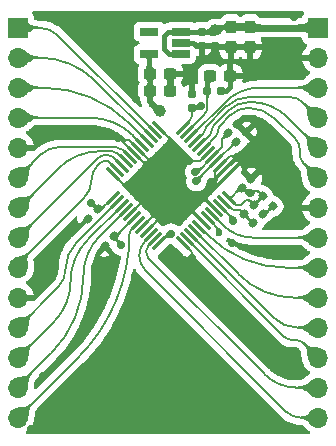
<source format=gbr>
%TF.GenerationSoftware,KiCad,Pcbnew,(6.0.0-0)*%
%TF.CreationDate,2022-01-12T16:50:31+09:00*%
%TF.ProjectId,ADAU1701-RPPico-module,41444155-3137-4303-912d-52505069636f,B*%
%TF.SameCoordinates,Original*%
%TF.FileFunction,Copper,L1,Top*%
%TF.FilePolarity,Positive*%
%FSLAX46Y46*%
G04 Gerber Fmt 4.6, Leading zero omitted, Abs format (unit mm)*
G04 Created by KiCad (PCBNEW (6.0.0-0)) date 2022-01-12 16:50:31*
%MOMM*%
%LPD*%
G01*
G04 APERTURE LIST*
G04 Aperture macros list*
%AMRoundRect*
0 Rectangle with rounded corners*
0 $1 Rounding radius*
0 $2 $3 $4 $5 $6 $7 $8 $9 X,Y pos of 4 corners*
0 Add a 4 corners polygon primitive as box body*
4,1,4,$2,$3,$4,$5,$6,$7,$8,$9,$2,$3,0*
0 Add four circle primitives for the rounded corners*
1,1,$1+$1,$2,$3*
1,1,$1+$1,$4,$5*
1,1,$1+$1,$6,$7*
1,1,$1+$1,$8,$9*
0 Add four rect primitives between the rounded corners*
20,1,$1+$1,$2,$3,$4,$5,0*
20,1,$1+$1,$4,$5,$6,$7,0*
20,1,$1+$1,$6,$7,$8,$9,0*
20,1,$1+$1,$8,$9,$2,$3,0*%
G04 Aperture macros list end*
%TA.AperFunction,SMDPad,CuDef*%
%ADD10RoundRect,0.237500X0.300000X0.237500X-0.300000X0.237500X-0.300000X-0.237500X0.300000X-0.237500X0*%
%TD*%
%TA.AperFunction,SMDPad,CuDef*%
%ADD11RoundRect,0.155000X-0.155000X0.212500X-0.155000X-0.212500X0.155000X-0.212500X0.155000X0.212500X0*%
%TD*%
%TA.AperFunction,SMDPad,CuDef*%
%ADD12RoundRect,0.237500X-0.237500X0.300000X-0.237500X-0.300000X0.237500X-0.300000X0.237500X0.300000X0*%
%TD*%
%TA.AperFunction,SMDPad,CuDef*%
%ADD13RoundRect,0.075000X-0.521491X0.415425X0.415425X-0.521491X0.521491X-0.415425X-0.415425X0.521491X0*%
%TD*%
%TA.AperFunction,SMDPad,CuDef*%
%ADD14RoundRect,0.075000X-0.521491X-0.415425X-0.415425X-0.521491X0.521491X0.415425X0.415425X0.521491X0*%
%TD*%
%TA.AperFunction,SMDPad,CuDef*%
%ADD15RoundRect,0.155000X0.040659X0.259862X-0.259862X-0.040659X-0.040659X-0.259862X0.259862X0.040659X0*%
%TD*%
%TA.AperFunction,SMDPad,CuDef*%
%ADD16C,0.600000*%
%TD*%
%TA.AperFunction,SMDPad,CuDef*%
%ADD17RoundRect,0.155000X0.155000X-0.212500X0.155000X0.212500X-0.155000X0.212500X-0.155000X-0.212500X0*%
%TD*%
%TA.AperFunction,SMDPad,CuDef*%
%ADD18R,1.560000X0.650000*%
%TD*%
%TA.AperFunction,SMDPad,CuDef*%
%ADD19RoundRect,0.155000X-0.040659X-0.259862X0.259862X0.040659X0.040659X0.259862X-0.259862X-0.040659X0*%
%TD*%
%TA.AperFunction,SMDPad,CuDef*%
%ADD20RoundRect,0.237500X-0.300000X-0.237500X0.300000X-0.237500X0.300000X0.237500X-0.300000X0.237500X0*%
%TD*%
%TA.AperFunction,SMDPad,CuDef*%
%ADD21RoundRect,0.160000X-0.252791X0.026517X0.026517X-0.252791X0.252791X-0.026517X-0.026517X0.252791X0*%
%TD*%
%TA.AperFunction,SMDPad,CuDef*%
%ADD22RoundRect,0.155000X0.212500X0.155000X-0.212500X0.155000X-0.212500X-0.155000X0.212500X-0.155000X0*%
%TD*%
%TA.AperFunction,ComponentPad*%
%ADD23R,1.700000X1.700000*%
%TD*%
%TA.AperFunction,ComponentPad*%
%ADD24O,1.700000X1.700000*%
%TD*%
%TA.AperFunction,ViaPad*%
%ADD25C,0.700000*%
%TD*%
%TA.AperFunction,ViaPad*%
%ADD26C,1.000000*%
%TD*%
%TA.AperFunction,Conductor*%
%ADD27C,0.200000*%
%TD*%
%TA.AperFunction,Conductor*%
%ADD28C,0.600000*%
%TD*%
%TA.AperFunction,Conductor*%
%ADD29C,0.400000*%
%TD*%
%TA.AperFunction,Conductor*%
%ADD30C,0.300000*%
%TD*%
G04 APERTURE END LIST*
D10*
%TO.P,C11,1*%
%TO.N,GND*%
X137362500Y-63800000D03*
%TO.P,C11,2*%
%TO.N,+1V8*%
X135637500Y-63800000D03*
%TD*%
D11*
%TO.P,C18,1*%
%TO.N,+3V3*%
X140000000Y-58800000D03*
%TO.P,C18,2*%
%TO.N,GND*%
X140000000Y-59935000D03*
%TD*%
D12*
%TO.P,C6,1*%
%TO.N,+3V3*%
X144100000Y-58337500D03*
%TO.P,C6,2*%
%TO.N,GND*%
X144100000Y-60062500D03*
%TD*%
D13*
%TO.P,U1,1,AGND*%
%TO.N,GND*%
X136401212Y-66912124D03*
%TO.P,U1,2,ADC0*%
%TO.N,/1701_ADC0*%
X136047658Y-67265678D03*
%TO.P,U1,3,ADC_RES*%
%TO.N,/1701_ADC_RES*%
X135694105Y-67619231D03*
%TO.P,U1,4,ADC1*%
%TO.N,/1701_ADC1*%
X135340551Y-67972785D03*
%TO.P,U1,5,~{RESET}*%
%TO.N,/~{RESET}*%
X134986998Y-68326338D03*
%TO.P,U1,6,SELFBOOT*%
%TO.N,GND*%
X134633445Y-68679891D03*
%TO.P,U1,7,ADDR0*%
X134279891Y-69033445D03*
%TO.P,U1,8,MP4*%
%TO.N,1701_In_LRCLK*%
X133926338Y-69386998D03*
%TO.P,U1,9,MP5*%
%TO.N,1701_In_BCLK*%
X133572785Y-69740551D03*
%TO.P,U1,10,MP1*%
%TO.N,1701_MP1*%
X133219231Y-70094105D03*
%TO.P,U1,11,MP0*%
%TO.N,1701_In_SDIN0*%
X132865678Y-70447658D03*
%TO.P,U1,12,DGND*%
%TO.N,GND*%
X132512124Y-70801212D03*
D14*
%TO.P,U1,13,DVDD*%
%TO.N,+1V8*%
X132512124Y-72798788D03*
%TO.P,U1,14,MP7*%
%TO.N,1701_MP7*%
X132865678Y-73152342D03*
%TO.P,U1,15,MP6*%
%TO.N,1701_Out_SDOUT0*%
X133219231Y-73505895D03*
%TO.P,U1,16,MP10*%
%TO.N,1701_Out_LRCLK*%
X133572785Y-73859449D03*
%TO.P,U1,17,VDRIVE*%
%TO.N,GND*%
X133926338Y-74213002D03*
%TO.P,U1,18,IOVDD*%
%TO.N,+3V3*%
X134279891Y-74566555D03*
%TO.P,U1,19,MP11*%
%TO.N,1701_Out_BCLK*%
X134633445Y-74920109D03*
%TO.P,U1,20,ADDR1/CDATA/WB*%
%TO.N,GND*%
X134986998Y-75273662D03*
%TO.P,U1,21,CLATCH/WP*%
X135340551Y-75627215D03*
%TO.P,U1,22,SDA/COUT*%
%TO.N,/SDA*%
X135694105Y-75980769D03*
%TO.P,U1,23,SCL/CCLK*%
%TO.N,/SCL*%
X136047658Y-76334322D03*
%TO.P,U1,24,DVDD*%
%TO.N,+1V8*%
X136401212Y-76687876D03*
D13*
%TO.P,U1,25,DGND*%
%TO.N,GND*%
X138398788Y-76687876D03*
%TO.P,U1,26,MP9*%
%TO.N,1701_AuxADC0*%
X138752342Y-76334322D03*
%TO.P,U1,27,MP8*%
%TO.N,1701_AuxADC3*%
X139105895Y-75980769D03*
%TO.P,U1,28,MP3*%
%TO.N,1701_AuxADC2*%
X139459449Y-75627215D03*
%TO.P,U1,29,MP2*%
%TO.N,1701_AuxADC1*%
X139813002Y-75273662D03*
%TO.P,U1,30,RSVD*%
%TO.N,GND*%
X140166555Y-74920109D03*
%TO.P,U1,31,OSCO*%
%TO.N,Net-(TP1-Pad1)*%
X140520109Y-74566555D03*
%TO.P,U1,32,MCLKI*%
%TO.N,MCLK_In*%
X140873662Y-74213002D03*
%TO.P,U1,33,PGND*%
%TO.N,GND*%
X141227215Y-73859449D03*
%TO.P,U1,34,PVDD*%
%TO.N,+3V3*%
X141580769Y-73505895D03*
%TO.P,U1,35,PLL_LF*%
%TO.N,Net-(C1-Pad1)*%
X141934322Y-73152342D03*
%TO.P,U1,36,AVDD*%
%TO.N,+3V3*%
X142287876Y-72798788D03*
D14*
%TO.P,U1,37,AGND*%
%TO.N,GND*%
X142287876Y-70801212D03*
%TO.P,U1,38,PLL_MODE0*%
X141934322Y-70447658D03*
%TO.P,U1,39,PLL_MODE1*%
X141580769Y-70094105D03*
%TO.P,U1,40,CM*%
%TO.N,Net-(C16-Pad2)*%
X141227215Y-69740551D03*
%TO.P,U1,41,FILTD*%
%TO.N,Net-(C14-Pad2)*%
X140873662Y-69386998D03*
%TO.P,U1,42,AGND*%
%TO.N,GND*%
X140520109Y-69033445D03*
%TO.P,U1,43,VOUT3*%
%TO.N,/1701_VOUT3*%
X140166555Y-68679891D03*
%TO.P,U1,44,VOUT2*%
%TO.N,/1701_VOUT2*%
X139813002Y-68326338D03*
%TO.P,U1,45,VOUT1*%
%TO.N,/1701_VOUT1*%
X139459449Y-67972785D03*
%TO.P,U1,46,VOUT0*%
%TO.N,/1701_VOUT0*%
X139105895Y-67619231D03*
%TO.P,U1,47,FILTA*%
%TO.N,Net-(C3-Pad2)*%
X138752342Y-67265678D03*
%TO.P,U1,48,AVDD*%
%TO.N,+3V3*%
X138398788Y-66912124D03*
%TD*%
D15*
%TO.P,C16,1*%
%TO.N,GND*%
X143730883Y-67279117D03*
%TO.P,C16,2*%
%TO.N,Net-(C16-Pad2)*%
X142928317Y-68081683D03*
%TD*%
D16*
%TO.P,TP1,1,1*%
%TO.N,Net-(TP1-Pad1)*%
X141500000Y-75800000D03*
%TD*%
%TO.P,TP2,1,1*%
%TO.N,+1V8*%
X135800000Y-64900000D03*
%TD*%
D12*
%TO.P,C5,1*%
%TO.N,+3V3*%
X142494000Y-58337500D03*
%TO.P,C5,2*%
%TO.N,GND*%
X142494000Y-60062500D03*
%TD*%
D17*
%TO.P,C9,1*%
%TO.N,+3V3*%
X139200000Y-65200000D03*
%TO.P,C9,2*%
%TO.N,GND*%
X139200000Y-64065000D03*
%TD*%
D10*
%TO.P,C3,1*%
%TO.N,GND*%
X142425000Y-62500000D03*
%TO.P,C3,2*%
%TO.N,Net-(C3-Pad2)*%
X140700000Y-62500000D03*
%TD*%
D18*
%TO.P,U2,1,Vin*%
%TO.N,+3V3*%
X138250000Y-60650000D03*
%TO.P,U2,2,GND*%
%TO.N,GND*%
X138250000Y-59700000D03*
%TO.P,U2,3,Control*%
%TO.N,+3V3*%
X138250000Y-58750000D03*
%TO.P,U2,4,Cs*%
%TO.N,unconnected-(U2-Pad4)*%
X135550000Y-58750000D03*
%TO.P,U2,5,Vout*%
%TO.N,+1V8*%
X135550000Y-60650000D03*
%TD*%
D19*
%TO.P,C7,2*%
%TO.N,GND*%
X144201283Y-71198717D03*
%TO.P,C7,1*%
%TO.N,+3V3*%
X143398717Y-72001283D03*
%TD*%
D15*
%TO.P,C8,1*%
%TO.N,+3V3*%
X132601283Y-76098717D03*
%TO.P,C8,2*%
%TO.N,GND*%
X131798717Y-76901283D03*
%TD*%
D19*
%TO.P,C12,1*%
%TO.N,GND*%
X130408717Y-74602566D03*
%TO.P,C12,2*%
%TO.N,+1V8*%
X131211283Y-73800000D03*
%TD*%
%TO.P,C2,1*%
%TO.N,Net-(C1-Pad1)*%
X143608717Y-74221283D03*
%TO.P,C2,2*%
%TO.N,+3V3*%
X144411283Y-73418717D03*
%TD*%
D20*
%TO.P,C19,1*%
%TO.N,+1V8*%
X135637500Y-62300000D03*
%TO.P,C19,2*%
%TO.N,GND*%
X137362500Y-62300000D03*
%TD*%
D15*
%TO.P,C14,1*%
%TO.N,GND*%
X143014566Y-66573034D03*
%TO.P,C14,2*%
%TO.N,Net-(C14-Pad2)*%
X142212000Y-67375600D03*
%TD*%
D21*
%TO.P,R1,1*%
%TO.N,+3V3*%
X145177504Y-72677504D03*
%TO.P,R1,2*%
%TO.N,Net-(C1-Pad2)*%
X146022496Y-73522496D03*
%TD*%
D19*
%TO.P,C1,1*%
%TO.N,Net-(C1-Pad1)*%
X144378717Y-74991283D03*
%TO.P,C1,2*%
%TO.N,Net-(C1-Pad2)*%
X145181283Y-74188717D03*
%TD*%
D22*
%TO.P,C4,1*%
%TO.N,GND*%
X141635000Y-63800000D03*
%TO.P,C4,2*%
%TO.N,Net-(C3-Pad2)*%
X140500000Y-63800000D03*
%TD*%
D23*
%TO.P,J2,1,Pin_1*%
%TO.N,+3V3*%
X149860000Y-58420000D03*
D24*
%TO.P,J2,2,Pin_2*%
%TO.N,GND*%
X149860000Y-60960000D03*
%TO.P,J2,3,Pin_3*%
%TO.N,/1701_VOUT0*%
X149860000Y-63500000D03*
%TO.P,J2,4,Pin_4*%
%TO.N,/1701_VOUT1*%
X149860000Y-66040000D03*
%TO.P,J2,5,Pin_5*%
%TO.N,/1701_VOUT2*%
X149860000Y-68580000D03*
%TO.P,J2,6,Pin_6*%
%TO.N,/1701_VOUT3*%
X149860000Y-71120000D03*
%TO.P,J2,7,Pin_7*%
%TO.N,GND*%
X149860000Y-73660000D03*
%TO.P,J2,8,Pin_8*%
%TO.N,MCLK_In*%
X149860000Y-76200000D03*
%TO.P,J2,9,Pin_9*%
%TO.N,1701_AuxADC1*%
X149860000Y-78740000D03*
%TO.P,J2,10,Pin_10*%
%TO.N,1701_AuxADC2*%
X149860000Y-81280000D03*
%TO.P,J2,11,Pin_11*%
%TO.N,1701_AuxADC3*%
X149860000Y-83820000D03*
%TO.P,J2,12,Pin_12*%
%TO.N,1701_AuxADC0*%
X149860000Y-86360000D03*
%TO.P,J2,13,Pin_13*%
%TO.N,/SCL*%
X149860000Y-88900000D03*
%TO.P,J2,14,Pin_14*%
%TO.N,/SDA*%
X149860000Y-91440000D03*
%TD*%
D23*
%TO.P,J1,1,Pin_1*%
%TO.N,/1701_ADC0*%
X124460000Y-58420000D03*
D24*
%TO.P,J1,2,Pin_2*%
%TO.N,/1701_ADC_RES*%
X124460000Y-60960000D03*
%TO.P,J1,3,Pin_3*%
%TO.N,/1701_ADC1*%
X124460000Y-63500000D03*
%TO.P,J1,4,Pin_4*%
%TO.N,/~{RESET}*%
X124460000Y-66040000D03*
%TO.P,J1,5,Pin_5*%
%TO.N,GND*%
X124460000Y-68580000D03*
%TO.P,J1,6,Pin_6*%
%TO.N,1701_In_LRCLK*%
X124460000Y-71120000D03*
%TO.P,J1,7,Pin_7*%
%TO.N,1701_In_BCLK*%
X124460000Y-73660000D03*
%TO.P,J1,8,Pin_8*%
%TO.N,1701_MP1*%
X124460000Y-76200000D03*
%TO.P,J1,9,Pin_9*%
%TO.N,1701_In_SDIN0*%
X124460000Y-78740000D03*
%TO.P,J1,10,Pin_10*%
%TO.N,GND*%
X124460000Y-81280000D03*
%TO.P,J1,11,Pin_11*%
%TO.N,1701_MP7*%
X124460000Y-83820000D03*
%TO.P,J1,12,Pin_12*%
%TO.N,1701_Out_SDOUT0*%
X124460000Y-86360000D03*
%TO.P,J1,13,Pin_13*%
%TO.N,1701_Out_LRCLK*%
X124460000Y-88900000D03*
%TO.P,J1,14,Pin_14*%
%TO.N,1701_Out_BCLK*%
X124460000Y-91440000D03*
%TD*%
D25*
%TO.N,GND*%
X144269400Y-69229800D03*
%TO.N,+3V3*%
X142680000Y-74770000D03*
X133200000Y-76850000D03*
D26*
X141150000Y-58650000D03*
D25*
X144090000Y-72440000D03*
X139923500Y-65060000D03*
%TO.N,GND*%
X125575000Y-92420000D03*
X145768000Y-75148000D03*
X143990000Y-62575000D03*
X133830000Y-92420000D03*
X133750000Y-71750000D03*
X138910000Y-62575000D03*
X148500000Y-62470000D03*
X142540000Y-76620000D03*
X140200000Y-72800000D03*
X147800000Y-57495000D03*
X135850000Y-69800000D03*
X126600000Y-87900000D03*
X141500000Y-81770000D03*
X148700000Y-77500000D03*
X137400000Y-68200000D03*
X147570000Y-69950000D03*
X134465000Y-64480000D03*
X140300000Y-85970000D03*
X134400000Y-79470000D03*
X148400000Y-92500000D03*
X131700000Y-78400000D03*
X127200000Y-77470000D03*
X135050000Y-73050000D03*
X130800000Y-82570000D03*
X128600000Y-67470000D03*
X141200000Y-60070000D03*
X129200000Y-75170000D03*
X137400000Y-71800000D03*
X131900000Y-85370000D03*
X137640000Y-77434000D03*
X139150000Y-77900000D03*
X126210000Y-57495000D03*
X141450000Y-92420000D03*
X138900000Y-69670000D03*
X136200000Y-74100000D03*
X131900000Y-59670000D03*
X132950000Y-67750000D03*
X134465000Y-57495000D03*
X144900000Y-66600000D03*
X145690000Y-77360000D03*
%TO.N,+1V8*%
X137400000Y-75850000D03*
D26*
X136510000Y-65480000D03*
D25*
X130650000Y-73250000D03*
%TO.N,Net-(C14-Pad2)*%
X139450000Y-70600000D03*
%TO.N,Net-(C16-Pad2)*%
X139555522Y-71419739D03*
%TD*%
D27*
%TO.N,/SCL*%
X135501497Y-77937097D02*
G75*
G02*
X135501497Y-76868503I534297J534297D01*
G01*
X145342649Y-87778249D02*
X135501497Y-77937097D01*
X149860000Y-88900000D02*
X149849400Y-88889400D01*
X149849400Y-88889400D02*
X148025205Y-88889400D01*
X135501497Y-76868503D02*
X136035678Y-76334322D01*
X145342649Y-87778249D02*
G75*
G03*
X148025205Y-88889400I2682557J2682558D01*
G01*
D28*
%TO.N,GND*%
X143014566Y-66573034D02*
X143482000Y-66105600D01*
X143482000Y-66105600D02*
X144405600Y-66105600D01*
X144405600Y-66105600D02*
X144900000Y-66600000D01*
D27*
%TO.N,Net-(C14-Pad2)*%
X140873662Y-69386998D02*
X140886402Y-69386998D01*
X140886402Y-69386998D02*
X141754800Y-68518600D01*
X141754800Y-68518600D02*
X141754800Y-67832800D01*
X141754800Y-67832800D02*
X142212000Y-67375600D01*
%TO.N,Net-(C16-Pad2)*%
X141227215Y-69740551D02*
X141244049Y-69740551D01*
X141244049Y-69740551D02*
X142902917Y-68081683D01*
X142902917Y-68081683D02*
X142928317Y-68081683D01*
%TO.N,GND*%
X141580769Y-70094105D02*
X141525495Y-70094105D01*
X141525495Y-70094105D02*
X141094400Y-70525200D01*
X141094400Y-70525200D02*
X141094400Y-71634400D01*
X141094400Y-71634400D02*
X141230000Y-71770000D01*
X141230000Y-71450598D02*
X141230000Y-71770000D01*
X141421341Y-70988659D02*
G75*
G03*
X141230000Y-71450598I461944J-461940D01*
G01*
X141934322Y-70475678D02*
X141421341Y-70988659D01*
%TO.N,Net-(C16-Pad2)*%
X139555522Y-71412244D02*
X141227215Y-69740551D01*
X139555522Y-71419739D02*
X139555522Y-71412244D01*
%TO.N,GND*%
X141580769Y-70094105D02*
X141580769Y-70089631D01*
X141580769Y-70089631D02*
X142389800Y-69280600D01*
X144218600Y-69280600D02*
X144269400Y-69229800D01*
X142389800Y-69280600D02*
X144218600Y-69280600D01*
%TO.N,Net-(C1-Pad1)*%
X143227434Y-73840000D02*
X143608717Y-74221283D01*
X144378717Y-74991283D02*
X143608717Y-74221283D01*
X142730644Y-73840000D02*
X143227434Y-73840000D01*
X141934322Y-73152342D02*
X142545143Y-73763163D01*
X142730644Y-73839999D02*
G75*
G02*
X142545143Y-73763163I-1J262336D01*
G01*
%TO.N,Net-(C1-Pad2)*%
X145181283Y-74188717D02*
X145356275Y-74188717D01*
X145356275Y-74188717D02*
X146022496Y-73522496D01*
%TO.N,+3V3*%
X134279891Y-74566555D02*
X134279891Y-74570109D01*
X143398717Y-72001283D02*
X143541283Y-72001283D01*
X133200000Y-76850000D02*
X133200000Y-76750000D01*
X134279891Y-74570109D02*
X132751283Y-76098717D01*
X144032566Y-73040000D02*
X144411283Y-73418717D01*
X144411283Y-73418717D02*
X144436291Y-73418717D01*
X139200000Y-65200000D02*
X139783500Y-65200000D01*
X142451212Y-72798788D02*
X143248717Y-72001283D01*
X145177504Y-72677504D02*
X145147504Y-72677504D01*
D29*
X141150000Y-58650000D02*
X141400000Y-58400000D01*
D27*
X144260000Y-72270000D02*
X144090000Y-72440000D01*
X138398788Y-66901212D02*
X138911286Y-66388714D01*
X139200000Y-65691696D02*
X139200000Y-65200000D01*
D29*
X140000000Y-58800000D02*
X138300000Y-58800000D01*
X140000000Y-58800000D02*
X141000000Y-58800000D01*
X141400000Y-58400000D02*
X142431500Y-58400000D01*
X137250000Y-60650000D02*
X136800000Y-60200000D01*
X138300000Y-58800000D02*
X138250000Y-58750000D01*
D27*
X144740000Y-72270000D02*
X144260000Y-72270000D01*
X144436291Y-73418717D02*
X145177504Y-72677504D01*
D29*
X136800000Y-60200000D02*
X136800000Y-59100000D01*
D27*
X142287876Y-72817876D02*
X142920000Y-73450000D01*
X143541283Y-72001283D02*
X143980000Y-72440000D01*
X142680000Y-74770000D02*
X142680000Y-74605126D01*
D29*
X142431500Y-58400000D02*
X142494000Y-58337500D01*
D27*
X132601283Y-76151283D02*
X132601283Y-76098717D01*
X138398788Y-66912124D02*
X138398788Y-66901212D01*
D28*
X149860000Y-58420000D02*
X144182500Y-58420000D01*
D27*
X132751283Y-76098717D02*
X132601283Y-76098717D01*
D29*
X137150000Y-58750000D02*
X138250000Y-58750000D01*
X141000000Y-58800000D02*
X141150000Y-58650000D01*
D27*
X142287876Y-72798788D02*
X142451212Y-72798788D01*
D28*
X144182500Y-58420000D02*
X144100000Y-58337500D01*
D29*
X138250000Y-60650000D02*
X137250000Y-60650000D01*
D27*
X143740000Y-73040000D02*
X144032566Y-73040000D01*
X143248717Y-72001283D02*
X143398717Y-72001283D01*
X145147504Y-72677504D02*
X144740000Y-72270000D01*
D29*
X136800000Y-59100000D02*
X137150000Y-58750000D01*
D28*
X144100000Y-58337500D02*
X142494000Y-58337500D01*
D27*
X142920000Y-73450000D02*
X143330000Y-73450000D01*
X133200000Y-76750000D02*
X132601283Y-76151283D01*
X143330000Y-73450000D02*
X143740000Y-73040000D01*
X139783500Y-65200000D02*
X139923500Y-65060000D01*
X142680000Y-74605126D02*
X141580769Y-73505895D01*
X143980000Y-72440000D02*
X144090000Y-72440000D01*
X142287876Y-72798788D02*
X142287876Y-72817876D01*
X139199999Y-65691696D02*
G75*
G02*
X138911285Y-66388713I-985730J-1D01*
G01*
D29*
%TO.N,GND*%
X138250000Y-59700000D02*
X139260000Y-59700000D01*
D27*
X137400000Y-67900000D02*
X136412124Y-66912124D01*
X132950000Y-67750000D02*
X132996446Y-67750000D01*
X136200000Y-74800000D02*
X135372785Y-75627215D01*
X134633445Y-68683445D02*
X134633445Y-68679891D01*
X141230000Y-71770000D02*
X140200000Y-72800000D01*
X135750000Y-69800000D02*
X134633445Y-68683445D01*
X135050000Y-69800000D02*
X134283445Y-69033445D01*
X138398788Y-76698788D02*
X139150000Y-77450000D01*
X138900000Y-69670000D02*
X139883554Y-69670000D01*
X139883554Y-69670000D02*
X140520109Y-69033445D01*
D29*
X139965000Y-59970000D02*
X140000000Y-59935000D01*
D30*
X141227215Y-73859449D02*
X140200000Y-72832234D01*
D27*
X136160660Y-74100000D02*
X134986998Y-75273662D01*
X135850000Y-69800000D02*
X135750000Y-69800000D01*
X136200000Y-74100000D02*
X136160660Y-74100000D01*
X137400000Y-68200000D02*
X137400000Y-67900000D01*
D29*
X141635000Y-63800000D02*
X142100000Y-63800000D01*
D27*
X136412124Y-66912124D02*
X136401212Y-66912124D01*
X135372785Y-75627215D02*
X135340551Y-75627215D01*
X133850000Y-67900000D02*
X134629891Y-68679891D01*
X132996446Y-67750000D02*
X134279891Y-69033445D01*
X139150000Y-77450000D02*
X139150000Y-77900000D01*
X135050000Y-73089340D02*
X133926338Y-74213002D01*
X133100000Y-67900000D02*
X133850000Y-67900000D01*
X135050000Y-73050000D02*
X135050000Y-73089340D01*
D29*
X142100000Y-63800000D02*
X142425000Y-63475000D01*
D27*
X134283445Y-69033445D02*
X134279891Y-69033445D01*
D30*
X140166555Y-74920109D02*
X139100000Y-73853554D01*
D29*
X139260000Y-59700000D02*
X139530000Y-59970000D01*
D27*
X133750000Y-71750000D02*
X133460912Y-71750000D01*
D29*
X142425000Y-63475000D02*
X142425000Y-62500000D01*
X139530000Y-59970000D02*
X139965000Y-59970000D01*
D27*
X132950000Y-67750000D02*
X133100000Y-67900000D01*
X135850000Y-69800000D02*
X135050000Y-69800000D01*
X124738020Y-81280000D02*
X124460000Y-81280000D01*
D28*
X137362500Y-63800000D02*
X137362500Y-62300000D01*
D27*
X136200000Y-74100000D02*
X136200000Y-74800000D01*
D30*
X140200000Y-72832234D02*
X140200000Y-72800000D01*
D27*
X133460912Y-71750000D02*
X132512124Y-70801212D01*
%TO.N,Net-(C3-Pad2)*%
X138752342Y-67265678D02*
X138752342Y-67247658D01*
D29*
X140500000Y-63800000D02*
X140500000Y-62700000D01*
D27*
X140500000Y-65085786D02*
X140500000Y-63800000D01*
D29*
X140500000Y-62700000D02*
X140700000Y-62500000D01*
D27*
X138752342Y-67247658D02*
X140207107Y-65792893D01*
X140499999Y-65085786D02*
G75*
G02*
X140207106Y-65792892I-999993J-3D01*
G01*
D29*
%TO.N,+1V8*%
X135550000Y-62212500D02*
X135637500Y-62300000D01*
X135800000Y-64900000D02*
X135900000Y-64900000D01*
X136500000Y-65490000D02*
X136510000Y-65480000D01*
X135637500Y-64737500D02*
X135800000Y-64900000D01*
D27*
X137400000Y-75850000D02*
X137239088Y-75850000D01*
X137239088Y-75850000D02*
X136401212Y-76687876D01*
D29*
X135637500Y-62300000D02*
X135637500Y-63800000D01*
X135637500Y-63800000D02*
X135637500Y-64737500D01*
D27*
X131211283Y-73800000D02*
X131510912Y-73800000D01*
D29*
X135900000Y-64900000D02*
X136500000Y-65500000D01*
X135550000Y-60650000D02*
X135550000Y-62212500D01*
D27*
X131200000Y-73800000D02*
X130650000Y-73250000D01*
D29*
X136500000Y-65500000D02*
X136500000Y-65490000D01*
D27*
X131211283Y-73800000D02*
X131200000Y-73800000D01*
X131510912Y-73800000D02*
X132512124Y-72798788D01*
%TO.N,Net-(C14-Pad2)*%
X139450000Y-70600000D02*
X139660660Y-70600000D01*
X139660660Y-70600000D02*
X140873662Y-69386998D01*
X140873662Y-69386998D02*
X140873662Y-69376338D01*
%TO.N,1701_MP1*%
X131894214Y-69200000D02*
X131910912Y-69200000D01*
X132490006Y-69364880D02*
X133219231Y-70094105D01*
X124460000Y-76200000D02*
X124480000Y-76200000D01*
X131910912Y-69200000D02*
X132091960Y-69200002D01*
X124480000Y-76200000D02*
X131187107Y-69492893D01*
X131894214Y-69200001D02*
G75*
G03*
X131187108Y-69492894I-3J-999993D01*
G01*
X132091960Y-69200003D02*
G75*
G02*
X132490005Y-69364881I-3J-562924D01*
G01*
%TO.N,1701_MP7*%
X124460000Y-83820000D02*
X127793488Y-80486512D01*
X129393002Y-76625018D02*
X132865678Y-73152342D01*
X127793488Y-80486512D02*
G75*
G03*
X128500000Y-78780915I-1705679J1705674D01*
G01*
X129393002Y-76625018D02*
G75*
G03*
X128500000Y-78780915I2155900J-2155899D01*
G01*
%TO.N,/1701_VOUT0*%
X149860000Y-63500000D02*
X144920893Y-63500000D01*
X142026038Y-64699088D02*
X139105895Y-67619231D01*
X144920893Y-63500001D02*
G75*
G03*
X142026039Y-64699089I1J-4093946D01*
G01*
%TO.N,/1701_VOUT1*%
X139459449Y-67972785D02*
X139527215Y-67972785D01*
X148586777Y-64766777D02*
X149860000Y-66040000D01*
X139527215Y-67972785D02*
X140198122Y-67301878D01*
X140410206Y-66789794D02*
X142107378Y-65092622D01*
X144020937Y-64300000D02*
X147459878Y-64300000D01*
X142107378Y-65092622D02*
G75*
G02*
X144020937Y-64300000I1913560J-1913561D01*
G01*
X148586777Y-64766777D02*
G75*
G03*
X147459878Y-64300000I-1126898J-1126896D01*
G01*
X140300001Y-67055922D02*
G75*
G02*
X140410207Y-66789795I376267J67D01*
G01*
X140300000Y-67055922D02*
G75*
G02*
X140198122Y-67301878I-347834J0D01*
G01*
%TO.N,/1701_VOUT2*%
X139873662Y-68326338D02*
X140715590Y-67484410D01*
X139813002Y-68326338D02*
X139873662Y-68326338D01*
X141046445Y-66653555D02*
X142235146Y-65464854D01*
X147322330Y-66042330D02*
X149860000Y-68580000D01*
X140900000Y-67007107D02*
X140900000Y-67039200D01*
X142235146Y-65464854D02*
G75*
G02*
X144081667Y-64700000I1846521J-1846520D01*
G01*
X140899999Y-67039200D02*
G75*
G02*
X140715589Y-67484409I-629617J-4D01*
G01*
X144081667Y-64700000D02*
G75*
G02*
X147322330Y-66042330I-11J-4583007D01*
G01*
X140900000Y-67007107D02*
G75*
G02*
X141046445Y-66653555I499986J6D01*
G01*
%TO.N,/1701_VOUT3*%
X149860000Y-71120000D02*
X148614853Y-69874853D01*
X141130324Y-67716122D02*
X140166555Y-68679891D01*
X142423193Y-65834757D02*
X141546446Y-66711504D01*
X148300007Y-68667178D02*
X148299998Y-69114704D01*
X147969678Y-67869678D02*
X146250597Y-66150597D01*
X141400001Y-67065057D02*
G75*
G02*
X141546446Y-66711504I500001J0D01*
G01*
X142423193Y-65834757D02*
G75*
G02*
X143955641Y-65200000I1532441J-1532444D01*
G01*
X148614853Y-69874853D02*
G75*
G02*
X148299998Y-69114704I760126J760127D01*
G01*
X141130324Y-67716122D02*
G75*
G03*
X141400000Y-67065057I-651051J651054D01*
G01*
X148300006Y-68667178D02*
G75*
G03*
X147969677Y-67869679I-1127814J15D01*
G01*
X146250597Y-66150597D02*
G75*
G03*
X143955641Y-65200000I-2294945J-2294946D01*
G01*
%TO.N,/~{RESET}*%
X134986998Y-68326338D02*
X134224176Y-67563516D01*
X130546082Y-66040000D02*
X124460000Y-66040000D01*
X134224176Y-67563516D02*
G75*
G03*
X130546082Y-66040000I-3678095J-3678097D01*
G01*
%TO.N,/SDA*%
X149860000Y-91440000D02*
X148403990Y-91440000D01*
X135260297Y-76414577D02*
X135694105Y-75980769D01*
X147185132Y-90935132D02*
X135260297Y-79010297D01*
X147185132Y-90935132D02*
G75*
G03*
X148403990Y-91440000I1218859J1218859D01*
G01*
X135260298Y-76414578D02*
G75*
G03*
X135260298Y-79010296I1297860J-1297859D01*
G01*
%TO.N,1701_In_SDIN0*%
X132189878Y-69771858D02*
X132865678Y-70447658D01*
X131915275Y-69699999D02*
X132016393Y-69699999D01*
X131291717Y-69958280D02*
X131244182Y-70005813D01*
X124460000Y-78740000D02*
X124460000Y-78390000D01*
X124460000Y-78390000D02*
X130112791Y-72737209D01*
X130670001Y-71391978D02*
G75*
G02*
X131244183Y-70005814I1960295J2D01*
G01*
X130669999Y-71391978D02*
G75*
G02*
X130112790Y-72737208I-1902431J-9D01*
G01*
X131915275Y-69700000D02*
G75*
G03*
X131291718Y-69958281I5J-881868D01*
G01*
X132016393Y-69699999D02*
G75*
G02*
X132189878Y-69771858I2J-245342D01*
G01*
%TO.N,1701_In_LRCLK*%
X124460000Y-71120000D02*
X126428295Y-69151678D01*
X133303885Y-68764545D02*
X133926338Y-69386998D01*
X127888199Y-68546960D02*
X132778588Y-68546960D01*
X133303885Y-68764545D02*
G75*
G03*
X132778588Y-68546960I-525299J-525302D01*
G01*
X126428295Y-69151678D02*
G75*
G02*
X127888199Y-68546960I1459902J-1459879D01*
G01*
%TO.N,1701_In_BCLK*%
X132420115Y-68873482D02*
X131442295Y-68873474D01*
X132907671Y-69075437D02*
X133572785Y-69740551D01*
X124460000Y-73660000D02*
X124540000Y-73660000D01*
X124540000Y-73660000D02*
X127830483Y-70369517D01*
X131442295Y-68873475D02*
G75*
G03*
X127830484Y-70369518I-46J-5107807D01*
G01*
X132420115Y-68873483D02*
G75*
G02*
X132907670Y-69075438I-9J-689523D01*
G01*
%TO.N,1701_Out_SDOUT0*%
X127495155Y-83324845D02*
X124460000Y-86360000D01*
X133219231Y-73505895D02*
X130390667Y-76334459D01*
X128900000Y-79933250D02*
G75*
G02*
X130390667Y-76334459I5089454J3D01*
G01*
X128899999Y-79933250D02*
G75*
G02*
X127495154Y-83324844I-4796446J3D01*
G01*
%TO.N,1701_Out_LRCLK*%
X127272513Y-85977487D02*
X124460000Y-88790000D01*
X133572785Y-73859449D02*
X131386243Y-76045991D01*
X124460000Y-88790000D02*
X124460000Y-88900000D01*
X130000000Y-79392751D02*
G75*
G02*
X127272513Y-85977487I-9312227J2D01*
G01*
X130000001Y-79392751D02*
G75*
G02*
X131386244Y-76045992I4732925J75D01*
G01*
%TO.N,1701_Out_BCLK*%
X129515993Y-86384007D02*
X124460000Y-91440000D01*
X134633445Y-74920109D02*
X134003596Y-75549958D01*
X133900000Y-75800061D02*
G75*
G02*
X134003596Y-75549958I353701J-1D01*
G01*
X129515993Y-86384007D02*
G75*
G03*
X133900000Y-75800061I-10583926J10583928D01*
G01*
%TO.N,1701_AuxADC0*%
X148652893Y-85152893D02*
X149860000Y-86360000D01*
X147692234Y-84860000D02*
X147945786Y-84860000D01*
X138752342Y-76334322D02*
X146985127Y-84567107D01*
X147945786Y-84860001D02*
G75*
G02*
X148652892Y-85152894I3J-999993D01*
G01*
X146985127Y-84567107D02*
G75*
G03*
X147692234Y-84860000I707106J707106D01*
G01*
%TO.N,1701_AuxADC1*%
X147208000Y-78740000D02*
X149860000Y-78740000D01*
X139813002Y-75273662D02*
X140501357Y-75962017D01*
X147208000Y-78740000D02*
G75*
G02*
X140501357Y-75962017I4J9484633D01*
G01*
%TO.N,1701_AuxADC2*%
X147887598Y-81280000D02*
X149860000Y-81280000D01*
X139459449Y-75627215D02*
X143149755Y-79317521D01*
X147887598Y-81280000D02*
G75*
G02*
X143149755Y-79317521I2J6700326D01*
G01*
%TO.N,1701_AuxADC3*%
X149860000Y-83820000D02*
X148125122Y-83820006D01*
X139105895Y-75980769D02*
X146110760Y-82985634D01*
X148125122Y-83820005D02*
G75*
G02*
X146110760Y-82985634I-12J2848719D01*
G01*
%TO.N,/1701_ADC_RES*%
X131000279Y-62925405D02*
X135694105Y-67619231D01*
X124460000Y-60960000D02*
X126255372Y-60960000D01*
X131000279Y-62925405D02*
G75*
G03*
X126255372Y-60960000I-4744907J-4744906D01*
G01*
%TO.N,/1701_ADC0*%
X127881204Y-59099224D02*
X136047658Y-67265678D01*
X124460000Y-58420000D02*
X126241395Y-58419995D01*
X127881204Y-59099224D02*
G75*
G03*
X126241395Y-58419995I-1639805J-1639806D01*
G01*
%TO.N,/1701_ADC1*%
X133910361Y-66542595D02*
X135340551Y-67972785D01*
X124460000Y-63500000D02*
X126564887Y-63500000D01*
X133910361Y-66542595D02*
G75*
G03*
X126564887Y-63500000I-7345475J-7345477D01*
G01*
%TO.N,MCLK_In*%
X140873662Y-74213002D02*
X141772507Y-75111847D01*
X144399542Y-76200000D02*
X149860000Y-76200000D01*
X141772507Y-75111847D02*
G75*
G03*
X144399542Y-76200000I2627036J2627040D01*
G01*
%TO.N,Net-(TP1-Pad1)*%
X141500000Y-75800000D02*
X141500000Y-75546446D01*
X141500000Y-75546446D02*
X140520109Y-74566555D01*
%TD*%
%TA.AperFunction,Conductor*%
%TO.N,+1V8*%
G36*
X135840110Y-62961726D02*
G01*
X135847793Y-63052416D01*
X135860325Y-63130340D01*
X135877481Y-63198766D01*
X135899038Y-63260964D01*
X135924771Y-63320203D01*
X135954458Y-63379752D01*
X135954475Y-63379784D01*
X135954482Y-63379798D01*
X135987868Y-63442867D01*
X135987875Y-63442881D01*
X136024733Y-63512738D01*
X136024842Y-63512949D01*
X136061288Y-63585558D01*
X136061936Y-63594490D01*
X136059264Y-63598917D01*
X135867507Y-63798321D01*
X135637500Y-64037500D01*
X135337599Y-63725640D01*
X135215736Y-63598917D01*
X135212471Y-63590578D01*
X135213712Y-63585558D01*
X135250158Y-63512949D01*
X135250267Y-63512738D01*
X135287117Y-63442895D01*
X135287124Y-63442881D01*
X135320517Y-63379798D01*
X135320524Y-63379784D01*
X135320541Y-63379752D01*
X135350228Y-63320203D01*
X135375961Y-63260964D01*
X135397518Y-63198766D01*
X135414674Y-63130340D01*
X135427206Y-63052416D01*
X135434889Y-62961726D01*
X135437500Y-62855000D01*
X135837500Y-62855000D01*
X135840110Y-62961726D01*
G37*
%TD.AperFunction*%
%TD*%
%TA.AperFunction,Conductor*%
%TO.N,Net-(TP1-Pad1)*%
G36*
X140653851Y-74517174D02*
G01*
X140662055Y-74520762D01*
X140664583Y-74524779D01*
X140669730Y-74538562D01*
X140678055Y-74557565D01*
X140678136Y-74557720D01*
X140686985Y-74574742D01*
X140686993Y-74574755D01*
X140687086Y-74574935D01*
X140697129Y-74591268D01*
X140708492Y-74607161D01*
X140721482Y-74623210D01*
X140736409Y-74640012D01*
X140753578Y-74658164D01*
X140753635Y-74658223D01*
X140764917Y-74669719D01*
X140773299Y-74678262D01*
X140787629Y-74692631D01*
X140791044Y-74700909D01*
X140787617Y-74709166D01*
X140662720Y-74834063D01*
X140654447Y-74837490D01*
X140646185Y-74834075D01*
X140646173Y-74834063D01*
X140631816Y-74819745D01*
X140623273Y-74811363D01*
X140611777Y-74800081D01*
X140611718Y-74800024D01*
X140593566Y-74782855D01*
X140576764Y-74767928D01*
X140560715Y-74754938D01*
X140544822Y-74743575D01*
X140544668Y-74743480D01*
X140544660Y-74743475D01*
X140528674Y-74733646D01*
X140528489Y-74733532D01*
X140528309Y-74733439D01*
X140528296Y-74733431D01*
X140517848Y-74728000D01*
X140511119Y-74724501D01*
X140492116Y-74716176D01*
X140491991Y-74716129D01*
X140491978Y-74716124D01*
X140478333Y-74711029D01*
X140471781Y-74704924D01*
X140470728Y-74700297D01*
X140467314Y-74525687D01*
X140470579Y-74517348D01*
X140479241Y-74513760D01*
X140653851Y-74517174D01*
G37*
%TD.AperFunction*%
%TD*%
%TA.AperFunction,Conductor*%
%TO.N,MCLK_In*%
G36*
X149495694Y-75440963D02*
G01*
X150183933Y-76102808D01*
X150276231Y-76191567D01*
X150279819Y-76199771D01*
X150276231Y-76208433D01*
X149580718Y-76877274D01*
X149495695Y-76959037D01*
X149487356Y-76962302D01*
X149481953Y-76960859D01*
X149329742Y-76877274D01*
X149328758Y-76876669D01*
X149197169Y-76786447D01*
X149196446Y-76785909D01*
X149084271Y-76695560D01*
X149083962Y-76695301D01*
X148983115Y-76607568D01*
X148885710Y-76525423D01*
X148885518Y-76525284D01*
X148784136Y-76452066D01*
X148784128Y-76452061D01*
X148783829Y-76451845D01*
X148669393Y-76389673D01*
X148534327Y-76341748D01*
X148370555Y-76310910D01*
X148181064Y-76300602D01*
X148172990Y-76296731D01*
X148170000Y-76288919D01*
X148170000Y-76111081D01*
X148173427Y-76102808D01*
X148181064Y-76099398D01*
X148370555Y-76089089D01*
X148534327Y-76058251D01*
X148669393Y-76010326D01*
X148783829Y-75948154D01*
X148784128Y-75947938D01*
X148784136Y-75947933D01*
X148885518Y-75874715D01*
X148885524Y-75874711D01*
X148885710Y-75874576D01*
X148983115Y-75792431D01*
X149083962Y-75704698D01*
X149084271Y-75704439D01*
X149196451Y-75614086D01*
X149197169Y-75613552D01*
X149328758Y-75523330D01*
X149329742Y-75522725D01*
X149481953Y-75439141D01*
X149490855Y-75438162D01*
X149495694Y-75440963D01*
G37*
%TD.AperFunction*%
%TD*%
%TA.AperFunction,Conductor*%
%TO.N,MCLK_In*%
G36*
X141007404Y-74163621D02*
G01*
X141015608Y-74167209D01*
X141018136Y-74171226D01*
X141023283Y-74185009D01*
X141031608Y-74204012D01*
X141031689Y-74204167D01*
X141040538Y-74221189D01*
X141040546Y-74221202D01*
X141040639Y-74221382D01*
X141050682Y-74237715D01*
X141062045Y-74253608D01*
X141075035Y-74269657D01*
X141089962Y-74286459D01*
X141107131Y-74304611D01*
X141107188Y-74304670D01*
X141118470Y-74316166D01*
X141126852Y-74324709D01*
X141141182Y-74339078D01*
X141144597Y-74347356D01*
X141141170Y-74355613D01*
X141016273Y-74480510D01*
X141008000Y-74483937D01*
X140999738Y-74480522D01*
X140999726Y-74480510D01*
X140985369Y-74466192D01*
X140976826Y-74457810D01*
X140965330Y-74446528D01*
X140965271Y-74446471D01*
X140947119Y-74429302D01*
X140930317Y-74414375D01*
X140914268Y-74401385D01*
X140898375Y-74390022D01*
X140898221Y-74389927D01*
X140898213Y-74389922D01*
X140882227Y-74380093D01*
X140882042Y-74379979D01*
X140881862Y-74379886D01*
X140881849Y-74379878D01*
X140871401Y-74374447D01*
X140864672Y-74370948D01*
X140845669Y-74362623D01*
X140845544Y-74362576D01*
X140845531Y-74362571D01*
X140831886Y-74357476D01*
X140825334Y-74351371D01*
X140824281Y-74346744D01*
X140820867Y-74172134D01*
X140824132Y-74163795D01*
X140832794Y-74160207D01*
X141007404Y-74163621D01*
G37*
%TD.AperFunction*%
%TD*%
%TA.AperFunction,Conductor*%
%TO.N,/1701_ADC1*%
G36*
X124838047Y-62739141D02*
G01*
X124990257Y-62822725D01*
X124991241Y-62823330D01*
X125122830Y-62913552D01*
X125123548Y-62914086D01*
X125235728Y-63004439D01*
X125236037Y-63004698D01*
X125336884Y-63092431D01*
X125434289Y-63174576D01*
X125434475Y-63174711D01*
X125434481Y-63174715D01*
X125535863Y-63247933D01*
X125535871Y-63247938D01*
X125536170Y-63248154D01*
X125650606Y-63310326D01*
X125785672Y-63358251D01*
X125949444Y-63389089D01*
X126138936Y-63399398D01*
X126147010Y-63403269D01*
X126150000Y-63411081D01*
X126150000Y-63588919D01*
X126146573Y-63597192D01*
X126138936Y-63600602D01*
X125949444Y-63610910D01*
X125785672Y-63641748D01*
X125650606Y-63689673D01*
X125536170Y-63751845D01*
X125535871Y-63752061D01*
X125535863Y-63752066D01*
X125434481Y-63825284D01*
X125434289Y-63825423D01*
X125336884Y-63907568D01*
X125236037Y-63995301D01*
X125235728Y-63995560D01*
X125123553Y-64085909D01*
X125122830Y-64086447D01*
X124991241Y-64176669D01*
X124990257Y-64177274D01*
X124838047Y-64260859D01*
X124829146Y-64261838D01*
X124824305Y-64259037D01*
X124739282Y-64177274D01*
X124043769Y-63508433D01*
X124040181Y-63500229D01*
X124043769Y-63491567D01*
X124138988Y-63400000D01*
X124824305Y-62740963D01*
X124832644Y-62737698D01*
X124838047Y-62739141D01*
G37*
%TD.AperFunction*%
%TD*%
%TA.AperFunction,Conductor*%
%TO.N,/1701_ADC1*%
G36*
X135214474Y-67705265D02*
G01*
X135228843Y-67719594D01*
X135237386Y-67727976D01*
X135248882Y-67739258D01*
X135248941Y-67739315D01*
X135267093Y-67756484D01*
X135283895Y-67771411D01*
X135299944Y-67784401D01*
X135315837Y-67795764D01*
X135315991Y-67795859D01*
X135315999Y-67795864D01*
X135325791Y-67801884D01*
X135332170Y-67805807D01*
X135332350Y-67805900D01*
X135332363Y-67805908D01*
X135342811Y-67811339D01*
X135349540Y-67814838D01*
X135368543Y-67823163D01*
X135382328Y-67828311D01*
X135388879Y-67834416D01*
X135389932Y-67839043D01*
X135393346Y-68013653D01*
X135390081Y-68021992D01*
X135381419Y-68025580D01*
X135206809Y-68022166D01*
X135198605Y-68018578D01*
X135196077Y-68014562D01*
X135190976Y-68000904D01*
X135190929Y-68000777D01*
X135182604Y-67981774D01*
X135179105Y-67975045D01*
X135173674Y-67964597D01*
X135173666Y-67964584D01*
X135173573Y-67964404D01*
X135163530Y-67948071D01*
X135152167Y-67932178D01*
X135139177Y-67916129D01*
X135124250Y-67899327D01*
X135107081Y-67881175D01*
X135107024Y-67881116D01*
X135095742Y-67869620D01*
X135087360Y-67861077D01*
X135073031Y-67846708D01*
X135069616Y-67838431D01*
X135073043Y-67830174D01*
X135197940Y-67705277D01*
X135206213Y-67701850D01*
X135214474Y-67705265D01*
G37*
%TD.AperFunction*%
%TD*%
%TA.AperFunction,Conductor*%
%TO.N,/1701_ADC0*%
G36*
X124838045Y-57659141D02*
G01*
X124990255Y-57742724D01*
X124991239Y-57743329D01*
X125122827Y-57833551D01*
X125123545Y-57834085D01*
X125235726Y-57924438D01*
X125236035Y-57924697D01*
X125336882Y-58012430D01*
X125434287Y-58094574D01*
X125434473Y-58094709D01*
X125434479Y-58094713D01*
X125535862Y-58167931D01*
X125535870Y-58167936D01*
X125536169Y-58168152D01*
X125650604Y-58230324D01*
X125785670Y-58278248D01*
X125949442Y-58309086D01*
X126138934Y-58319394D01*
X126147008Y-58323265D01*
X126149998Y-58331077D01*
X126149999Y-58508914D01*
X126146572Y-58517187D01*
X126138935Y-58520597D01*
X125949443Y-58530906D01*
X125949072Y-58530976D01*
X125949071Y-58530976D01*
X125786111Y-58561661D01*
X125786109Y-58561661D01*
X125785671Y-58561744D01*
X125785252Y-58561893D01*
X125785247Y-58561894D01*
X125651039Y-58609516D01*
X125651035Y-58609518D01*
X125650606Y-58609670D01*
X125650208Y-58609886D01*
X125650204Y-58609888D01*
X125536501Y-58671662D01*
X125536170Y-58671842D01*
X125535871Y-58672058D01*
X125535863Y-58672063D01*
X125434481Y-58745282D01*
X125434289Y-58745421D01*
X125336884Y-58827565D01*
X125236038Y-58915299D01*
X125235729Y-58915558D01*
X125123554Y-59005908D01*
X125122831Y-59006446D01*
X124991243Y-59096668D01*
X124990259Y-59097273D01*
X124838049Y-59180858D01*
X124829148Y-59181837D01*
X124824307Y-59179036D01*
X124644570Y-59006192D01*
X124043770Y-58428433D01*
X124040182Y-58420230D01*
X124043770Y-58411568D01*
X124824303Y-57660963D01*
X124832642Y-57657698D01*
X124838045Y-57659141D01*
G37*
%TD.AperFunction*%
%TD*%
%TA.AperFunction,Conductor*%
%TO.N,/1701_ADC0*%
G36*
X135921581Y-66998158D02*
G01*
X135935950Y-67012487D01*
X135944493Y-67020869D01*
X135955989Y-67032151D01*
X135956048Y-67032208D01*
X135974200Y-67049377D01*
X135991002Y-67064304D01*
X136007051Y-67077294D01*
X136022944Y-67088657D01*
X136023098Y-67088752D01*
X136023106Y-67088757D01*
X136032898Y-67094777D01*
X136039277Y-67098700D01*
X136039457Y-67098793D01*
X136039470Y-67098801D01*
X136049918Y-67104232D01*
X136056647Y-67107731D01*
X136075650Y-67116056D01*
X136089435Y-67121204D01*
X136095986Y-67127309D01*
X136097039Y-67131936D01*
X136100453Y-67306546D01*
X136097188Y-67314885D01*
X136088526Y-67318473D01*
X135913916Y-67315059D01*
X135905712Y-67311471D01*
X135903184Y-67307455D01*
X135898083Y-67293797D01*
X135898036Y-67293670D01*
X135889711Y-67274667D01*
X135886212Y-67267938D01*
X135880781Y-67257490D01*
X135880773Y-67257477D01*
X135880680Y-67257297D01*
X135870637Y-67240964D01*
X135859274Y-67225071D01*
X135846284Y-67209022D01*
X135831357Y-67192220D01*
X135814188Y-67174068D01*
X135814131Y-67174009D01*
X135802849Y-67162513D01*
X135794467Y-67153970D01*
X135780138Y-67139601D01*
X135776723Y-67131324D01*
X135780150Y-67123067D01*
X135905047Y-66998170D01*
X135913320Y-66994743D01*
X135921581Y-66998158D01*
G37*
%TD.AperFunction*%
%TD*%
%TA.AperFunction,Conductor*%
%TO.N,/SCL*%
G36*
X149505177Y-88136479D02*
G01*
X150276303Y-88896753D01*
X150279789Y-88905002D01*
X150276093Y-88913618D01*
X149575784Y-89570473D01*
X149486259Y-89654443D01*
X149477881Y-89657603D01*
X149472505Y-89656099D01*
X149320764Y-89570473D01*
X149319808Y-89569871D01*
X149188533Y-89478053D01*
X149187839Y-89477527D01*
X149075844Y-89386070D01*
X149075528Y-89385803D01*
X148974683Y-89297329D01*
X148877330Y-89214918D01*
X148877152Y-89214767D01*
X148775024Y-89141012D01*
X148660243Y-89078831D01*
X148524750Y-89030991D01*
X148524312Y-89030909D01*
X148524308Y-89030908D01*
X148360867Y-89000330D01*
X148360868Y-89000330D01*
X148360488Y-89000259D01*
X148360113Y-89000239D01*
X148360107Y-89000238D01*
X148242453Y-88993885D01*
X148170468Y-88989998D01*
X148162393Y-88986130D01*
X148159400Y-88978315D01*
X148159400Y-88800490D01*
X148162827Y-88792217D01*
X148170474Y-88788807D01*
X148361740Y-88778558D01*
X148361746Y-88778557D01*
X148362124Y-88778537D01*
X148362500Y-88778467D01*
X148362503Y-88778467D01*
X148527403Y-88747932D01*
X148527410Y-88747930D01*
X148527843Y-88747850D01*
X148528257Y-88747706D01*
X148528264Y-88747704D01*
X148664280Y-88700333D01*
X148664705Y-88700185D01*
X148704547Y-88678989D01*
X148780527Y-88638567D01*
X148780533Y-88638563D01*
X148780855Y-88638392D01*
X148884442Y-88565318D01*
X148983611Y-88483813D01*
X149086353Y-88396857D01*
X149086691Y-88396582D01*
X149200937Y-88307174D01*
X149201666Y-88306648D01*
X149335603Y-88217512D01*
X149336587Y-88216924D01*
X149491465Y-88134483D01*
X149500379Y-88133621D01*
X149505177Y-88136479D01*
G37*
%TD.AperFunction*%
%TD*%
%TA.AperFunction,Conductor*%
%TO.N,/SCL*%
G36*
X135982611Y-76279863D02*
G01*
X136091468Y-76283942D01*
X136099606Y-76287675D01*
X136102695Y-76296527D01*
X136095768Y-76386848D01*
X136089339Y-76470687D01*
X136085289Y-76478674D01*
X136081172Y-76480957D01*
X136067125Y-76485359D01*
X136067117Y-76485362D01*
X136066944Y-76485416D01*
X136066763Y-76485486D01*
X136066756Y-76485488D01*
X136047622Y-76492841D01*
X136047614Y-76492845D01*
X136047420Y-76492919D01*
X136029565Y-76501371D01*
X136029371Y-76501483D01*
X136029363Y-76501487D01*
X136023083Y-76505107D01*
X136012785Y-76511044D01*
X136012607Y-76511166D01*
X136012599Y-76511171D01*
X135996650Y-76522100D01*
X135996484Y-76522214D01*
X135996332Y-76522334D01*
X135980164Y-76535077D01*
X135980152Y-76535087D01*
X135980067Y-76535154D01*
X135962938Y-76550138D01*
X135944502Y-76567440D01*
X135924164Y-76587333D01*
X135924125Y-76587372D01*
X135909602Y-76601847D01*
X135901324Y-76605260D01*
X135893070Y-76601833D01*
X135768191Y-76476954D01*
X135764764Y-76468681D01*
X135768200Y-76460398D01*
X135784062Y-76444572D01*
X135805258Y-76423331D01*
X135805316Y-76423272D01*
X135823782Y-76404341D01*
X135823835Y-76404287D01*
X135840130Y-76386782D01*
X135840174Y-76386731D01*
X135840192Y-76386711D01*
X135854383Y-76370272D01*
X135854484Y-76370155D01*
X135867236Y-76353746D01*
X135878724Y-76336897D01*
X135878819Y-76336736D01*
X135878827Y-76336723D01*
X135889191Y-76319112D01*
X135889192Y-76319109D01*
X135889288Y-76318947D01*
X135899267Y-76299236D01*
X135905799Y-76284384D01*
X135912265Y-76278191D01*
X135916946Y-76277403D01*
X135982611Y-76279863D01*
G37*
%TD.AperFunction*%
%TD*%
%TA.AperFunction,Conductor*%
%TO.N,Net-(C14-Pad2)*%
G36*
X141029010Y-69119487D02*
G01*
X141153888Y-69244365D01*
X141157315Y-69252638D01*
X141153878Y-69260920D01*
X141137918Y-69276837D01*
X141116629Y-69298148D01*
X141097963Y-69317245D01*
X141081580Y-69334791D01*
X141081549Y-69334827D01*
X141081537Y-69334840D01*
X141075477Y-69341831D01*
X141067138Y-69351451D01*
X141054297Y-69367889D01*
X141042716Y-69384767D01*
X141042616Y-69384936D01*
X141032143Y-69402599D01*
X141032136Y-69402612D01*
X141032054Y-69402750D01*
X141021971Y-69422501D01*
X141021909Y-69422640D01*
X141021905Y-69422649D01*
X141015351Y-69437416D01*
X141008862Y-69443588D01*
X141004179Y-69444360D01*
X140926925Y-69441203D01*
X140924600Y-69441108D01*
X140817526Y-69436733D01*
X140827098Y-69317245D01*
X140832445Y-69250490D01*
X140836521Y-69242518D01*
X140840643Y-69240249D01*
X140854740Y-69235880D01*
X140854743Y-69235879D01*
X140854901Y-69235830D01*
X140864794Y-69232060D01*
X140874255Y-69228454D01*
X140874261Y-69228452D01*
X140874459Y-69228376D01*
X140892346Y-69219959D01*
X140909157Y-69210307D01*
X140911278Y-69208858D01*
X140925328Y-69199257D01*
X140925335Y-69199252D01*
X140925487Y-69199148D01*
X140941930Y-69186209D01*
X140959084Y-69171220D01*
X140959135Y-69171172D01*
X140959153Y-69171156D01*
X140977495Y-69153951D01*
X140977541Y-69153908D01*
X140997898Y-69134001D01*
X141012478Y-69119472D01*
X141020757Y-69116060D01*
X141029010Y-69119487D01*
G37*
%TD.AperFunction*%
%TD*%
%TA.AperFunction,Conductor*%
%TO.N,Net-(C14-Pad2)*%
G36*
X142317775Y-67269502D02*
G01*
X142321363Y-67278164D01*
X142313898Y-67660036D01*
X142310310Y-67668240D01*
X142305727Y-67670963D01*
X142256250Y-67686608D01*
X142255697Y-67686768D01*
X142204566Y-67700181D01*
X142204266Y-67700255D01*
X142157675Y-67711012D01*
X142114512Y-67721036D01*
X142114500Y-67721039D01*
X142114397Y-67721063D01*
X142094055Y-67726650D01*
X142073440Y-67732311D01*
X142073430Y-67732314D01*
X142073223Y-67732371D01*
X142073029Y-67732441D01*
X142073016Y-67732445D01*
X142049060Y-67741074D01*
X142032796Y-67746932D01*
X141991757Y-67766743D01*
X141948746Y-67793801D01*
X141902405Y-67830103D01*
X141859638Y-67869948D01*
X141851250Y-67873080D01*
X141843391Y-67869660D01*
X141717941Y-67744210D01*
X141714514Y-67735937D01*
X141717653Y-67727962D01*
X141745520Y-67698048D01*
X141757496Y-67685194D01*
X141793798Y-67638853D01*
X141820856Y-67595842D01*
X141840667Y-67554803D01*
X141846525Y-67538539D01*
X141855154Y-67514583D01*
X141855158Y-67514570D01*
X141855228Y-67514376D01*
X141866536Y-67473202D01*
X141876587Y-67429924D01*
X141887344Y-67383333D01*
X141887422Y-67383015D01*
X141900835Y-67331888D01*
X141900997Y-67331329D01*
X141916637Y-67281872D01*
X141922398Y-67275017D01*
X141927563Y-67273702D01*
X142309436Y-67266237D01*
X142317775Y-67269502D01*
G37*
%TD.AperFunction*%
%TD*%
%TA.AperFunction,Conductor*%
%TO.N,Net-(C16-Pad2)*%
G36*
X141386655Y-69473038D02*
G01*
X141433536Y-69519919D01*
X141436963Y-69528192D01*
X141433537Y-69536463D01*
X141180138Y-69789862D01*
X141170201Y-69789278D01*
X141180180Y-69687516D01*
X141180181Y-69687514D01*
X141188437Y-69603321D01*
X141192655Y-69595422D01*
X141196807Y-69593231D01*
X141211040Y-69589082D01*
X141211045Y-69589080D01*
X141211228Y-69589027D01*
X141211401Y-69588964D01*
X141230775Y-69581904D01*
X141230785Y-69581900D01*
X141230974Y-69581831D01*
X141231165Y-69581744D01*
X141248828Y-69573691D01*
X141248834Y-69573688D01*
X141249040Y-69573594D01*
X141266021Y-69564055D01*
X141282512Y-69552951D01*
X141282665Y-69552832D01*
X141298984Y-69540115D01*
X141298998Y-69540104D01*
X141299105Y-69540020D01*
X141316397Y-69525000D01*
X141334979Y-69507628D01*
X141355448Y-69487642D01*
X141370125Y-69473022D01*
X141378405Y-69469611D01*
X141386655Y-69473038D01*
G37*
%TD.AperFunction*%
%TD*%
%TA.AperFunction,Conductor*%
%TO.N,Net-(C16-Pad2)*%
G36*
X142740884Y-67967256D02*
G01*
X143031768Y-67977989D01*
X143039909Y-67981719D01*
X143043002Y-67990568D01*
X143016384Y-68340249D01*
X143014009Y-68371445D01*
X143009964Y-68379434D01*
X143005278Y-68381883D01*
X142954187Y-68395122D01*
X142953723Y-68395232D01*
X142901111Y-68406602D01*
X142900903Y-68406645D01*
X142890561Y-68408672D01*
X142853188Y-68415998D01*
X142853144Y-68416007D01*
X142808938Y-68425235D01*
X142766999Y-68436207D01*
X142766766Y-68436290D01*
X142766756Y-68436293D01*
X142726221Y-68450719D01*
X142726215Y-68450721D01*
X142725927Y-68450824D01*
X142684321Y-68470984D01*
X142640781Y-68498588D01*
X142640552Y-68498768D01*
X142640547Y-68498772D01*
X142612940Y-68520532D01*
X142593905Y-68535536D01*
X142593739Y-68535691D01*
X142550556Y-68576012D01*
X142542170Y-68579153D01*
X142534298Y-68575733D01*
X142408886Y-68450321D01*
X142405459Y-68442048D01*
X142408626Y-68434044D01*
X142451304Y-68388565D01*
X142456677Y-68381883D01*
X142490149Y-68340249D01*
X142490317Y-68340040D01*
X142519997Y-68295263D01*
X142542431Y-68252769D01*
X142559704Y-68211090D01*
X142573903Y-68168760D01*
X142587115Y-68124313D01*
X142601381Y-68076432D01*
X142601482Y-68076111D01*
X142618834Y-68023464D01*
X142619016Y-68022951D01*
X142636020Y-67978438D01*
X142638701Y-67971421D01*
X142644854Y-67964916D01*
X142650061Y-67963905D01*
X142740884Y-67967256D01*
G37*
%TD.AperFunction*%
%TD*%
%TA.AperFunction,Conductor*%
%TO.N,Net-(C16-Pad2)*%
G36*
X139980678Y-70861594D02*
G01*
X140106176Y-70987092D01*
X140109603Y-70995365D01*
X140106489Y-71003313D01*
X140060050Y-71053481D01*
X140019321Y-71106682D01*
X139989562Y-71156199D01*
X139968384Y-71203579D01*
X139953402Y-71250366D01*
X139942227Y-71298107D01*
X139942200Y-71298248D01*
X139932479Y-71348309D01*
X139932472Y-71348346D01*
X139921795Y-71402407D01*
X139921707Y-71402817D01*
X139907752Y-71462181D01*
X139907582Y-71462822D01*
X139890251Y-71521432D01*
X139884619Y-71528394D01*
X139879439Y-71529807D01*
X139445850Y-71544943D01*
X139437464Y-71541807D01*
X139433743Y-71533201D01*
X139433759Y-71529513D01*
X139434731Y-71297983D01*
X139435566Y-71099356D01*
X139439028Y-71091097D01*
X139443610Y-71088291D01*
X139452349Y-71085416D01*
X139472801Y-71078689D01*
X139476663Y-71078107D01*
X139501048Y-71078554D01*
X139508795Y-71078696D01*
X139508797Y-71078696D01*
X139509627Y-71078711D01*
X139641588Y-71042734D01*
X139642298Y-71042298D01*
X139642305Y-71042295D01*
X139658354Y-71032440D01*
X139661985Y-71030979D01*
X139667349Y-71029814D01*
X139715259Y-71017687D01*
X139762281Y-71001927D01*
X139809976Y-70980088D01*
X139859906Y-70949723D01*
X139860151Y-70949534D01*
X139860159Y-70949529D01*
X139913422Y-70908547D01*
X139913425Y-70908545D01*
X139913631Y-70908386D01*
X139913823Y-70908208D01*
X139913829Y-70908203D01*
X139931581Y-70891751D01*
X139964454Y-70861285D01*
X139972849Y-70858175D01*
X139980678Y-70861594D01*
G37*
%TD.AperFunction*%
%TD*%
%TA.AperFunction,Conductor*%
%TO.N,Net-(C16-Pad2)*%
G36*
X141280203Y-69689797D02*
G01*
X141031544Y-69938456D01*
X141023273Y-69941882D01*
X141015000Y-69938455D01*
X140959707Y-69883162D01*
X140956280Y-69874889D01*
X140959695Y-69866627D01*
X140974024Y-69852258D01*
X140993688Y-69832219D01*
X140993745Y-69832160D01*
X141010914Y-69814008D01*
X141025841Y-69797206D01*
X141038831Y-69781157D01*
X141050194Y-69765264D01*
X141060237Y-69748931D01*
X141060330Y-69748751D01*
X141060338Y-69748738D01*
X141069187Y-69731716D01*
X141069268Y-69731561D01*
X141077593Y-69712558D01*
X141077641Y-69712429D01*
X141077653Y-69712400D01*
X141082742Y-69698774D01*
X141088847Y-69692223D01*
X141093473Y-69691170D01*
X141177661Y-69689524D01*
X141177662Y-69689524D01*
X141280248Y-69687518D01*
X141280203Y-69689797D01*
G37*
%TD.AperFunction*%
%TD*%
%TA.AperFunction,Conductor*%
%TO.N,Net-(C1-Pad1)*%
G36*
X143212863Y-73744729D02*
G01*
X143214698Y-73745008D01*
X143268232Y-73757595D01*
X143270028Y-73758174D01*
X143314689Y-73776693D01*
X143316112Y-73777400D01*
X143354843Y-73800051D01*
X143355653Y-73800572D01*
X143391323Y-73825641D01*
X143426301Y-73850991D01*
X143462859Y-73874285D01*
X143463190Y-73874441D01*
X143463198Y-73874445D01*
X143490897Y-73887466D01*
X143503667Y-73893469D01*
X143504156Y-73893602D01*
X143504155Y-73893602D01*
X143550882Y-73906347D01*
X143550884Y-73906347D01*
X143551396Y-73906487D01*
X143551925Y-73906531D01*
X143551929Y-73906532D01*
X143600466Y-73910593D01*
X143608424Y-73914698D01*
X143610810Y-73919294D01*
X143718318Y-74330884D01*
X143503319Y-74326681D01*
X143324769Y-74323191D01*
X143316566Y-74319603D01*
X143313669Y-74314412D01*
X143302753Y-74272046D01*
X143302475Y-74270592D01*
X143295947Y-74218862D01*
X143295872Y-74218025D01*
X143293080Y-74166064D01*
X143293070Y-74165843D01*
X143291316Y-74115494D01*
X143291312Y-74115368D01*
X143287819Y-74068291D01*
X143279801Y-74026271D01*
X143279547Y-74025685D01*
X143279546Y-74025681D01*
X143264867Y-73991794D01*
X143264467Y-73990870D01*
X143239026Y-73963650D01*
X143200684Y-73946172D01*
X143199772Y-73946068D01*
X143199769Y-73946067D01*
X143172123Y-73942910D01*
X143157021Y-73941185D01*
X143149191Y-73936842D01*
X143146650Y-73929561D01*
X143146650Y-73752565D01*
X143150077Y-73744292D01*
X143159183Y-73740895D01*
X143212863Y-73744729D01*
G37*
%TD.AperFunction*%
%TD*%
%TA.AperFunction,Conductor*%
%TO.N,Net-(C1-Pad1)*%
G36*
X143842561Y-74118396D02*
G01*
X143893153Y-74119385D01*
X143901357Y-74122973D01*
X143904080Y-74127555D01*
X143919725Y-74177031D01*
X143919886Y-74177590D01*
X143933294Y-74228698D01*
X143933377Y-74229035D01*
X143944129Y-74275607D01*
X143953263Y-74314935D01*
X143954180Y-74318885D01*
X143965488Y-74360059D01*
X143965558Y-74360253D01*
X143965562Y-74360266D01*
X143974191Y-74384222D01*
X143980049Y-74400486D01*
X143999860Y-74441525D01*
X144026918Y-74484536D01*
X144063220Y-74530877D01*
X144110762Y-74581907D01*
X143969341Y-74723328D01*
X143918311Y-74675786D01*
X143918108Y-74675627D01*
X143918101Y-74675621D01*
X143872210Y-74639672D01*
X143871970Y-74639484D01*
X143828959Y-74612426D01*
X143787920Y-74592615D01*
X143771656Y-74586757D01*
X143747700Y-74578128D01*
X143747687Y-74578124D01*
X143747493Y-74578054D01*
X143747286Y-74577997D01*
X143747276Y-74577994D01*
X143726661Y-74572333D01*
X143706319Y-74566746D01*
X143706216Y-74566722D01*
X143706204Y-74566719D01*
X143663041Y-74556695D01*
X143616450Y-74545938D01*
X143616150Y-74545864D01*
X143565019Y-74532451D01*
X143564465Y-74532291D01*
X143560601Y-74531069D01*
X143514988Y-74516645D01*
X143508134Y-74510884D01*
X143506819Y-74505719D01*
X143506109Y-74469406D01*
X143499116Y-74111682D01*
X143842561Y-74118396D01*
G37*
%TD.AperFunction*%
%TD*%
%TA.AperFunction,Conductor*%
%TO.N,Net-(C1-Pad1)*%
G36*
X144069122Y-74536779D02*
G01*
X144069325Y-74536938D01*
X144069332Y-74536944D01*
X144115223Y-74572893D01*
X144115463Y-74573081D01*
X144158474Y-74600139D01*
X144199513Y-74619950D01*
X144212354Y-74624575D01*
X144239733Y-74634437D01*
X144239746Y-74634441D01*
X144239940Y-74634511D01*
X144240147Y-74634568D01*
X144240157Y-74634571D01*
X144258732Y-74639672D01*
X144281114Y-74645819D01*
X144281217Y-74645843D01*
X144281229Y-74645846D01*
X144324392Y-74655870D01*
X144370983Y-74666627D01*
X144371283Y-74666701D01*
X144422414Y-74680114D01*
X144422964Y-74680273D01*
X144472445Y-74695920D01*
X144479300Y-74701682D01*
X144480615Y-74706847D01*
X144488080Y-75088719D01*
X144484815Y-75097058D01*
X144476153Y-75100646D01*
X144094281Y-75093181D01*
X144086077Y-75089593D01*
X144083354Y-75085011D01*
X144067708Y-75035534D01*
X144067547Y-75034975D01*
X144054139Y-74983867D01*
X144054056Y-74983530D01*
X144043304Y-74936958D01*
X144033280Y-74893795D01*
X144033277Y-74893783D01*
X144033253Y-74893680D01*
X144021945Y-74852506D01*
X144021875Y-74852312D01*
X144021871Y-74852299D01*
X144007487Y-74812366D01*
X144007384Y-74812079D01*
X143987573Y-74771040D01*
X143960515Y-74728029D01*
X143939876Y-74701682D01*
X143924378Y-74681898D01*
X143924372Y-74681891D01*
X143924213Y-74681688D01*
X143876672Y-74630659D01*
X144018093Y-74489238D01*
X144069122Y-74536779D01*
G37*
%TD.AperFunction*%
%TD*%
%TA.AperFunction,Conductor*%
%TO.N,Net-(C1-Pad1)*%
G36*
X142068064Y-73102961D02*
G01*
X142076268Y-73106549D01*
X142078796Y-73110566D01*
X142083943Y-73124349D01*
X142092268Y-73143352D01*
X142092349Y-73143507D01*
X142101198Y-73160529D01*
X142101206Y-73160542D01*
X142101299Y-73160722D01*
X142111342Y-73177055D01*
X142122705Y-73192948D01*
X142135695Y-73208997D01*
X142150622Y-73225799D01*
X142167791Y-73243951D01*
X142167848Y-73244010D01*
X142179130Y-73255506D01*
X142187512Y-73264049D01*
X142201842Y-73278418D01*
X142205257Y-73286696D01*
X142201830Y-73294953D01*
X142076933Y-73419850D01*
X142068660Y-73423277D01*
X142060398Y-73419862D01*
X142060386Y-73419850D01*
X142046029Y-73405532D01*
X142037486Y-73397150D01*
X142025990Y-73385868D01*
X142025931Y-73385811D01*
X142007779Y-73368642D01*
X141990977Y-73353715D01*
X141974928Y-73340725D01*
X141959035Y-73329362D01*
X141958881Y-73329267D01*
X141958873Y-73329262D01*
X141942887Y-73319433D01*
X141942702Y-73319319D01*
X141942522Y-73319226D01*
X141942509Y-73319218D01*
X141932061Y-73313787D01*
X141925332Y-73310288D01*
X141906329Y-73301963D01*
X141906204Y-73301916D01*
X141906191Y-73301911D01*
X141892546Y-73296816D01*
X141885994Y-73290711D01*
X141884941Y-73286084D01*
X141881527Y-73111474D01*
X141884792Y-73103135D01*
X141893454Y-73099547D01*
X142068064Y-73102961D01*
G37*
%TD.AperFunction*%
%TD*%
%TA.AperFunction,Conductor*%
%TO.N,Net-(C1-Pad2)*%
G36*
X146131807Y-73412862D02*
G01*
X146135395Y-73421524D01*
X146127676Y-73816367D01*
X146124088Y-73824571D01*
X146119492Y-73827298D01*
X146067857Y-73843557D01*
X146067269Y-73843725D01*
X146014226Y-73857424D01*
X146013859Y-73857513D01*
X145965488Y-73868357D01*
X145965480Y-73868359D01*
X145920631Y-73878377D01*
X145920616Y-73878381D01*
X145920525Y-73878401D01*
X145920431Y-73878426D01*
X145920414Y-73878430D01*
X145900698Y-73883641D01*
X145877760Y-73889703D01*
X145877546Y-73889778D01*
X145877542Y-73889779D01*
X145857765Y-73896688D01*
X145835784Y-73904367D01*
X145793195Y-73924495D01*
X145748591Y-73952189D01*
X145748346Y-73952380D01*
X145748344Y-73952381D01*
X145703188Y-73987513D01*
X145703185Y-73987516D01*
X145702717Y-73987880D01*
X145702716Y-73987882D01*
X145700570Y-73989551D01*
X145647730Y-74038683D01*
X145506309Y-73897262D01*
X145555440Y-73844421D01*
X145592802Y-73796400D01*
X145620496Y-73751796D01*
X145640624Y-73709207D01*
X145655288Y-73667231D01*
X145666590Y-73624466D01*
X145676632Y-73579511D01*
X145687478Y-73531132D01*
X145687567Y-73530765D01*
X145701266Y-73477722D01*
X145701434Y-73477134D01*
X145717694Y-73425500D01*
X145723448Y-73418638D01*
X145728625Y-73417316D01*
X146123468Y-73409597D01*
X146131807Y-73412862D01*
G37*
%TD.AperFunction*%
%TD*%
%TA.AperFunction,Conductor*%
%TO.N,Net-(C1-Pad2)*%
G36*
X145766396Y-73920017D02*
G01*
X145710023Y-73979283D01*
X145702719Y-73987879D01*
X145702717Y-73987880D01*
X145665147Y-74032093D01*
X145665038Y-74032238D01*
X145629295Y-74079766D01*
X145629287Y-74079778D01*
X145629197Y-74079897D01*
X145599605Y-74124145D01*
X145573801Y-74166287D01*
X145558152Y-74192691D01*
X145549267Y-74207683D01*
X145549175Y-74207836D01*
X145523399Y-74249849D01*
X145523143Y-74250248D01*
X145493589Y-74294317D01*
X145493214Y-74294843D01*
X145457278Y-74342508D01*
X145456846Y-74343048D01*
X145417093Y-74389759D01*
X145409121Y-74393838D01*
X145403853Y-74393045D01*
X145049032Y-74251676D01*
X145042614Y-74245430D01*
X145042670Y-74236056D01*
X145135484Y-74027233D01*
X145197842Y-73886933D01*
X145204334Y-73880765D01*
X145209471Y-73880023D01*
X145225021Y-73881272D01*
X145253840Y-73883588D01*
X145253975Y-73883599D01*
X145272836Y-73885438D01*
X145301620Y-73888244D01*
X145301632Y-73888245D01*
X145301634Y-73888245D01*
X145345333Y-73891962D01*
X145366676Y-73892714D01*
X145385792Y-73893388D01*
X145385795Y-73893388D01*
X145386052Y-73893397D01*
X145386317Y-73893382D01*
X145424429Y-73891224D01*
X145424434Y-73891223D01*
X145424812Y-73891202D01*
X145425183Y-73891132D01*
X145425188Y-73891131D01*
X145462182Y-73884115D01*
X145462185Y-73884114D01*
X145462634Y-73884029D01*
X145463065Y-73883876D01*
X145463067Y-73883875D01*
X145500116Y-73870681D01*
X145500540Y-73870530D01*
X145539551Y-73849357D01*
X145580689Y-73819161D01*
X145624975Y-73778596D01*
X145766396Y-73920017D01*
G37*
%TD.AperFunction*%
%TD*%
%TA.AperFunction,Conductor*%
%TO.N,+3V3*%
G36*
X134328217Y-74516165D02*
G01*
X134331957Y-74524761D01*
X134331823Y-74594526D01*
X134331622Y-74699404D01*
X134328179Y-74707671D01*
X134324206Y-74710269D01*
X134319861Y-74711979D01*
X134310092Y-74715823D01*
X134309960Y-74715884D01*
X134309947Y-74715889D01*
X134291757Y-74724228D01*
X134290864Y-74724638D01*
X134290690Y-74724732D01*
X134273509Y-74734012D01*
X134273500Y-74734017D01*
X134273308Y-74734121D01*
X134256809Y-74744589D01*
X134240750Y-74756360D01*
X134233927Y-74761989D01*
X134224641Y-74769648D01*
X134224621Y-74769665D01*
X134224517Y-74769751D01*
X134224423Y-74769836D01*
X134224411Y-74769846D01*
X134211501Y-74781473D01*
X134207495Y-74785081D01*
X134189069Y-74802667D01*
X134189010Y-74802725D01*
X134189004Y-74802731D01*
X134168623Y-74822827D01*
X134153815Y-74837616D01*
X134145539Y-74841038D01*
X134137274Y-74837611D01*
X134012382Y-74712719D01*
X134008955Y-74704446D01*
X134012370Y-74696185D01*
X134026741Y-74681772D01*
X134026763Y-74681750D01*
X134035830Y-74672502D01*
X134046504Y-74661616D01*
X134063706Y-74643392D01*
X134065099Y-74641817D01*
X134078566Y-74626593D01*
X134078579Y-74626578D01*
X134078644Y-74626504D01*
X134091615Y-74610356D01*
X134102915Y-74594351D01*
X134112843Y-74577893D01*
X134121693Y-74560385D01*
X134129764Y-74541231D01*
X134134698Y-74527321D01*
X134140694Y-74520669D01*
X134145290Y-74519540D01*
X134236024Y-74516165D01*
X134319823Y-74513048D01*
X134328217Y-74516165D01*
G37*
%TD.AperFunction*%
%TD*%
%TA.AperFunction,Conductor*%
%TO.N,+3V3*%
G36*
X133042055Y-75682384D02*
G01*
X133167491Y-75807820D01*
X133170918Y-75816093D01*
X133167710Y-75824142D01*
X133120426Y-75874027D01*
X133076853Y-75925995D01*
X133042315Y-75973230D01*
X133042210Y-75973395D01*
X133042203Y-75973405D01*
X133025974Y-75998869D01*
X133014302Y-76017182D01*
X132990303Y-76059304D01*
X132967808Y-76101046D01*
X132967764Y-76101125D01*
X132944405Y-76143679D01*
X132944201Y-76144035D01*
X132917284Y-76189199D01*
X132884234Y-76238511D01*
X132842646Y-76293251D01*
X132472671Y-76168811D01*
X132465921Y-76162926D01*
X132465465Y-76153561D01*
X132495468Y-76074703D01*
X132495468Y-76074702D01*
X132531242Y-75980675D01*
X132535263Y-75970105D01*
X132601316Y-75796497D01*
X132607461Y-75789984D01*
X132612574Y-75788962D01*
X132658032Y-75790219D01*
X132658292Y-75790230D01*
X132706667Y-75792645D01*
X132706720Y-75792647D01*
X132706729Y-75792648D01*
X132741434Y-75794158D01*
X132750990Y-75794574D01*
X132763680Y-75794577D01*
X132791920Y-75794584D01*
X132792176Y-75794584D01*
X132792417Y-75794563D01*
X132792428Y-75794563D01*
X132830946Y-75791279D01*
X132830947Y-75791279D01*
X132831309Y-75791248D01*
X132856076Y-75785986D01*
X132869055Y-75783229D01*
X132869057Y-75783228D01*
X132869473Y-75783140D01*
X132869867Y-75782993D01*
X132869873Y-75782991D01*
X132907348Y-75768984D01*
X132907752Y-75768833D01*
X132947231Y-75746900D01*
X132988993Y-75715916D01*
X132989223Y-75715705D01*
X133025867Y-75682041D01*
X133034278Y-75678967D01*
X133042055Y-75682384D01*
G37*
%TD.AperFunction*%
%TD*%
%TA.AperFunction,Conductor*%
%TO.N,+3V3*%
G36*
X144014424Y-72944660D02*
G01*
X144016228Y-72944930D01*
X144042863Y-72951089D01*
X144069879Y-72957336D01*
X144071657Y-72957900D01*
X144116439Y-72976144D01*
X144117850Y-72976832D01*
X144156726Y-72999150D01*
X144157536Y-72999660D01*
X144193309Y-73024323D01*
X144193447Y-73024420D01*
X144228488Y-73049328D01*
X144228633Y-73049419D01*
X144228641Y-73049424D01*
X144264870Y-73072078D01*
X144264874Y-73072080D01*
X144265184Y-73072274D01*
X144265515Y-73072427D01*
X144265519Y-73072429D01*
X144305656Y-73090961D01*
X144306109Y-73091170D01*
X144353922Y-73103992D01*
X144367805Y-73105136D01*
X144380476Y-73106180D01*
X144380478Y-73106180D01*
X144381464Y-73106261D01*
X144381465Y-73106261D01*
X144411283Y-73108717D01*
X144520884Y-73528318D01*
X144408369Y-73526119D01*
X144408355Y-73526118D01*
X144408332Y-73526118D01*
X144408316Y-73526117D01*
X144290596Y-73523816D01*
X144127326Y-73520624D01*
X144119122Y-73517036D01*
X144116228Y-73511857D01*
X144105327Y-73469729D01*
X144105050Y-73468295D01*
X144098414Y-73416859D01*
X144098337Y-73416037D01*
X144095352Y-73364362D01*
X144095342Y-73364153D01*
X144093348Y-73314128D01*
X144093347Y-73314110D01*
X144093344Y-73314038D01*
X144089595Y-73267297D01*
X144081342Y-73225589D01*
X144065829Y-73190461D01*
X144040298Y-73163457D01*
X144039261Y-73162988D01*
X144039260Y-73162987D01*
X144002826Y-73146499D01*
X144002827Y-73146499D01*
X144001991Y-73146121D01*
X143958531Y-73141180D01*
X143950698Y-73136841D01*
X143948153Y-73129555D01*
X143948153Y-72952551D01*
X143951580Y-72944278D01*
X143960673Y-72940880D01*
X144014424Y-72944660D01*
G37*
%TD.AperFunction*%
%TD*%
%TA.AperFunction,Conductor*%
%TO.N,+3V3*%
G36*
X139667813Y-64832570D02*
G01*
X139877436Y-64912581D01*
X140073235Y-64987316D01*
X140079742Y-64993468D01*
X140079822Y-65002841D01*
X139918896Y-65379560D01*
X139909392Y-65401809D01*
X139902991Y-65408071D01*
X139897672Y-65408873D01*
X139826907Y-65403038D01*
X139826119Y-65402946D01*
X139759026Y-65392708D01*
X139758284Y-65392570D01*
X139699501Y-65379619D01*
X139698960Y-65379486D01*
X139670895Y-65371847D01*
X139645104Y-65364827D01*
X139644879Y-65364764D01*
X139592574Y-65349398D01*
X139592552Y-65349392D01*
X139591131Y-65348997D01*
X139579388Y-65345732D01*
X139579387Y-65345732D01*
X139538723Y-65334427D01*
X139480188Y-65320949D01*
X139413662Y-65310014D01*
X139335861Y-65302679D01*
X139243500Y-65300000D01*
X139243500Y-65100000D01*
X139311704Y-65096768D01*
X139368672Y-65087309D01*
X139416404Y-65071974D01*
X139456901Y-65051113D01*
X139477085Y-65036212D01*
X139492165Y-65025079D01*
X139492444Y-65024810D01*
X139492449Y-65024806D01*
X139524004Y-64994408D01*
X139524005Y-64994407D01*
X139524197Y-64994222D01*
X139524855Y-64993468D01*
X139554941Y-64958960D01*
X139554998Y-64958895D01*
X139586570Y-64919447D01*
X139620818Y-64876353D01*
X139621014Y-64876113D01*
X139654678Y-64835982D01*
X139662621Y-64831846D01*
X139667813Y-64832570D01*
G37*
%TD.AperFunction*%
%TD*%
%TA.AperFunction,Conductor*%
%TO.N,+3V3*%
G36*
X139342818Y-64925667D02*
G01*
X139362426Y-64937561D01*
X139382739Y-64949883D01*
X139384129Y-64950872D01*
X139426894Y-64986277D01*
X139427641Y-64986952D01*
X139467454Y-65026149D01*
X139467698Y-65026396D01*
X139505435Y-65065860D01*
X139541846Y-65101799D01*
X139577859Y-65130573D01*
X139614507Y-65148655D01*
X139652824Y-65152518D01*
X139693843Y-65138635D01*
X139738599Y-65103480D01*
X139880020Y-65244901D01*
X139828798Y-65288100D01*
X139779460Y-65315663D01*
X139731728Y-65331305D01*
X139685323Y-65338743D01*
X139639968Y-65341694D01*
X139595385Y-65343873D01*
X139579388Y-65345732D01*
X139578260Y-65345863D01*
X139578258Y-65345863D01*
X139557478Y-65348278D01*
X139551295Y-65348997D01*
X139507420Y-65360783D01*
X139463482Y-65382946D01*
X139462978Y-65383358D01*
X139462979Y-65383358D01*
X139425503Y-65414044D01*
X139416931Y-65416634D01*
X139412177Y-65415087D01*
X139058338Y-65207813D01*
X139052932Y-65200675D01*
X139054157Y-65191804D01*
X139056142Y-65189285D01*
X139328640Y-64927237D01*
X139336979Y-64923972D01*
X139342818Y-64925667D01*
G37*
%TD.AperFunction*%
%TD*%
%TA.AperFunction,Conductor*%
%TO.N,+3V3*%
G36*
X143165316Y-71809427D02*
G01*
X143399882Y-71888323D01*
X143538861Y-71935068D01*
X143395733Y-72311261D01*
X143395730Y-72310863D01*
X143395312Y-72310886D01*
X143395302Y-72311256D01*
X143341965Y-72309780D01*
X143341706Y-72309769D01*
X143293332Y-72307354D01*
X143293279Y-72307352D01*
X143293270Y-72307351D01*
X143258565Y-72305841D01*
X143249009Y-72305425D01*
X143236319Y-72305422D01*
X143208079Y-72305415D01*
X143207823Y-72305415D01*
X143207582Y-72305436D01*
X143207571Y-72305436D01*
X143169053Y-72308720D01*
X143169052Y-72308720D01*
X143168690Y-72308751D01*
X143143923Y-72314013D01*
X143130944Y-72316770D01*
X143130942Y-72316771D01*
X143130526Y-72316859D01*
X143130132Y-72317006D01*
X143130126Y-72317008D01*
X143092651Y-72331015D01*
X143092247Y-72331166D01*
X143052768Y-72353099D01*
X143011006Y-72384083D01*
X142974133Y-72417959D01*
X142965723Y-72421033D01*
X142957945Y-72417616D01*
X142832509Y-72292180D01*
X142829082Y-72283907D01*
X142832290Y-72275858D01*
X142879456Y-72226095D01*
X142879573Y-72225972D01*
X142923146Y-72174004D01*
X142957684Y-72126769D01*
X142985697Y-72082817D01*
X143009696Y-72040695D01*
X143032191Y-71998953D01*
X143032235Y-71998874D01*
X143055594Y-71956320D01*
X143055800Y-71955960D01*
X143082553Y-71911072D01*
X143082884Y-71910548D01*
X143115574Y-71861773D01*
X143115977Y-71861209D01*
X143152271Y-71813439D01*
X143160004Y-71808925D01*
X143165316Y-71809427D01*
G37*
%TD.AperFunction*%
%TD*%
%TA.AperFunction,Conductor*%
%TO.N,+3V3*%
G36*
X138541418Y-66633723D02*
G01*
X138666298Y-66758603D01*
X138669725Y-66766876D01*
X138666312Y-66775136D01*
X138651819Y-66789676D01*
X138631945Y-66809987D01*
X138614657Y-66828393D01*
X138599681Y-66845488D01*
X138586738Y-66861869D01*
X138586642Y-66862008D01*
X138586635Y-66862018D01*
X138575679Y-66877946D01*
X138575673Y-66877956D01*
X138575553Y-66878130D01*
X138565848Y-66894867D01*
X138565756Y-66895060D01*
X138565749Y-66895073D01*
X138557441Y-66912481D01*
X138557348Y-66912676D01*
X138549776Y-66932152D01*
X138549729Y-66932300D01*
X138549725Y-66932311D01*
X138545260Y-66946338D01*
X138539485Y-66953182D01*
X138534950Y-66954459D01*
X138470300Y-66959105D01*
X138360730Y-66966979D01*
X138352232Y-66964154D01*
X138348197Y-66955691D01*
X138342498Y-66781142D01*
X138345653Y-66772761D01*
X138349533Y-66770028D01*
X138364141Y-66763687D01*
X138364159Y-66763679D01*
X138364294Y-66763620D01*
X138374322Y-66758603D01*
X138383802Y-66753861D01*
X138383813Y-66753855D01*
X138383947Y-66753788D01*
X138401851Y-66743362D01*
X138418660Y-66732004D01*
X138418783Y-66731909D01*
X138418797Y-66731899D01*
X138434914Y-66719464D01*
X138435027Y-66719377D01*
X138451607Y-66705146D01*
X138469054Y-66688974D01*
X138488022Y-66670523D01*
X138509165Y-66649458D01*
X138524864Y-66633730D01*
X138533134Y-66630296D01*
X138541418Y-66633723D01*
G37*
%TD.AperFunction*%
%TD*%
%TA.AperFunction,Conductor*%
%TO.N,+3V3*%
G36*
X139205468Y-65059691D02*
G01*
X139210344Y-65064567D01*
X139400721Y-65424684D01*
X139401558Y-65433599D01*
X139398341Y-65438723D01*
X139389665Y-65446785D01*
X139374549Y-65462683D01*
X139359911Y-65480556D01*
X139346098Y-65500651D01*
X139333459Y-65523214D01*
X139322339Y-65548492D01*
X139313086Y-65576733D01*
X139306047Y-65608183D01*
X139301569Y-65643088D01*
X139301559Y-65643344D01*
X139301559Y-65643345D01*
X139300456Y-65670471D01*
X139296696Y-65678598D01*
X139288766Y-65681696D01*
X139111234Y-65681696D01*
X139102961Y-65678269D01*
X139099544Y-65670472D01*
X139098440Y-65643344D01*
X139098430Y-65643088D01*
X139093952Y-65608183D01*
X139086913Y-65576733D01*
X139077660Y-65548492D01*
X139066540Y-65523214D01*
X139053901Y-65500651D01*
X139040088Y-65480556D01*
X139025450Y-65462683D01*
X139010334Y-65446785D01*
X139010208Y-65446668D01*
X139010196Y-65446656D01*
X139001658Y-65438721D01*
X138997931Y-65430579D01*
X138999279Y-65424683D01*
X139189656Y-65064567D01*
X139196553Y-65058854D01*
X139205468Y-65059691D01*
G37*
%TD.AperFunction*%
%TD*%
%TA.AperFunction,Conductor*%
%TO.N,+3V3*%
G36*
X139870626Y-58526530D02*
G01*
X139886274Y-58541578D01*
X139959160Y-58611669D01*
X140155000Y-58800000D01*
X140000000Y-58949056D01*
X139886217Y-59058477D01*
X139870627Y-59073469D01*
X139862288Y-59076734D01*
X139857628Y-59075665D01*
X139820271Y-59058477D01*
X139790810Y-59046650D01*
X139779017Y-59041915D01*
X139779010Y-59041913D01*
X139778852Y-59041849D01*
X139778685Y-59041794D01*
X139778675Y-59041790D01*
X139739373Y-59028769D01*
X139739374Y-59028769D01*
X139739183Y-59028706D01*
X139699830Y-59018640D01*
X139699631Y-59018604D01*
X139699619Y-59018601D01*
X139681771Y-59015339D01*
X139659357Y-59011243D01*
X139659187Y-59011223D01*
X139659176Y-59011221D01*
X139635517Y-59008397D01*
X139616331Y-59006107D01*
X139616223Y-59006099D01*
X139616208Y-59006098D01*
X139569374Y-59002826D01*
X139569375Y-59002826D01*
X139569317Y-59002822D01*
X139516880Y-59000982D01*
X139457586Y-59000177D01*
X139401668Y-59000031D01*
X139393405Y-58996583D01*
X139390000Y-58988331D01*
X139390000Y-58611669D01*
X139393427Y-58603396D01*
X139401668Y-58599969D01*
X139457586Y-58599822D01*
X139516880Y-58599017D01*
X139569317Y-58597177D01*
X139571284Y-58597040D01*
X139616208Y-58593901D01*
X139616223Y-58593900D01*
X139616331Y-58593892D01*
X139635517Y-58591602D01*
X139659176Y-58588778D01*
X139659187Y-58588776D01*
X139659357Y-58588756D01*
X139681771Y-58584660D01*
X139699619Y-58581398D01*
X139699631Y-58581395D01*
X139699830Y-58581359D01*
X139739183Y-58571293D01*
X139744188Y-58569635D01*
X139778675Y-58558209D01*
X139778685Y-58558205D01*
X139778852Y-58558150D01*
X139779010Y-58558086D01*
X139779017Y-58558084D01*
X139801259Y-58549155D01*
X139820271Y-58541522D01*
X139820394Y-58541466D01*
X139820416Y-58541456D01*
X139857627Y-58524335D01*
X139866575Y-58523990D01*
X139870626Y-58526530D01*
G37*
%TD.AperFunction*%
%TD*%
%TA.AperFunction,Conductor*%
%TO.N,+3V3*%
G36*
X138440550Y-58486402D02*
G01*
X138476522Y-58510032D01*
X138476645Y-58510104D01*
X138476647Y-58510105D01*
X138516287Y-58533232D01*
X138516301Y-58533240D01*
X138516463Y-58533334D01*
X138555090Y-58552342D01*
X138555318Y-58552431D01*
X138555329Y-58552436D01*
X138593549Y-58567379D01*
X138593557Y-58567382D01*
X138593788Y-58567472D01*
X138633942Y-58579138D01*
X138634184Y-58579186D01*
X138634182Y-58579186D01*
X138676724Y-58587711D01*
X138676731Y-58587712D01*
X138676935Y-58587753D01*
X138677147Y-58587780D01*
X138677154Y-58587781D01*
X138710025Y-58591943D01*
X138724153Y-58593732D01*
X138724299Y-58593742D01*
X138724305Y-58593743D01*
X138747011Y-58595358D01*
X138776980Y-58597490D01*
X138777086Y-58597493D01*
X138777096Y-58597494D01*
X138836787Y-58599441D01*
X138836801Y-58599441D01*
X138863100Y-58599657D01*
X138893396Y-58599905D01*
X138901641Y-58603400D01*
X138905000Y-58611605D01*
X138905000Y-58988304D01*
X138901573Y-58996577D01*
X138893304Y-59000004D01*
X138826433Y-59000029D01*
X138758050Y-59000371D01*
X138710766Y-59001190D01*
X138698035Y-59001410D01*
X138698029Y-59001410D01*
X138697924Y-59001412D01*
X138660610Y-59002882D01*
X138644222Y-59003528D01*
X138644211Y-59003529D01*
X138644126Y-59003532D01*
X138594727Y-59007117D01*
X138594599Y-59007132D01*
X138594597Y-59007132D01*
X138547952Y-59012531D01*
X138547936Y-59012533D01*
X138547800Y-59012549D01*
X138501417Y-59020212D01*
X138501257Y-59020246D01*
X138501254Y-59020247D01*
X138453783Y-59030460D01*
X138453775Y-59030462D01*
X138453649Y-59030489D01*
X138402568Y-59043764D01*
X138353953Y-59058142D01*
X138345049Y-59057202D01*
X138341354Y-59054045D01*
X138246452Y-58930386D01*
X138089334Y-58725657D01*
X138260976Y-58604287D01*
X138267830Y-58599441D01*
X138427371Y-58486628D01*
X138436103Y-58484649D01*
X138440550Y-58486402D01*
G37*
%TD.AperFunction*%
%TD*%
%TA.AperFunction,Conductor*%
%TO.N,+3V3*%
G36*
X140815115Y-58289167D02*
G01*
X141388619Y-58575432D01*
X141117512Y-59069270D01*
X141085931Y-59126798D01*
X141080205Y-59137228D01*
X141073220Y-59142831D01*
X141067997Y-59143134D01*
X140971533Y-59126798D01*
X140971091Y-59126714D01*
X140945298Y-59121318D01*
X140880943Y-59107854D01*
X140880620Y-59107781D01*
X140800407Y-59088417D01*
X140725991Y-59069270D01*
X140653421Y-59051116D01*
X140653396Y-59051110D01*
X140653347Y-59051098D01*
X140578283Y-59034618D01*
X140578140Y-59034593D01*
X140578128Y-59034591D01*
X140496759Y-59020576D01*
X140496752Y-59020575D01*
X140496607Y-59020550D01*
X140496466Y-59020533D01*
X140496457Y-59020532D01*
X140404275Y-59009629D01*
X140404265Y-59009628D01*
X140404129Y-59009612D01*
X140390396Y-59008706D01*
X140372576Y-59007530D01*
X140372572Y-59007530D01*
X140372040Y-59007495D01*
X140296657Y-59002522D01*
X140170000Y-59000000D01*
X140170000Y-58600000D01*
X140268422Y-58596669D01*
X140346341Y-58587444D01*
X140351810Y-58586797D01*
X140351818Y-58586796D01*
X140352119Y-58586760D01*
X140352418Y-58586692D01*
X140352422Y-58586691D01*
X140403570Y-58575002D01*
X140423725Y-58570396D01*
X140485876Y-58547701D01*
X140541206Y-58518798D01*
X140592349Y-58483811D01*
X140592534Y-58483658D01*
X140592545Y-58483650D01*
X140641817Y-58442966D01*
X140641829Y-58442955D01*
X140641941Y-58442863D01*
X140692615Y-58396078D01*
X140747008Y-58343580D01*
X140801806Y-58291178D01*
X140810152Y-58287938D01*
X140815115Y-58289167D01*
G37*
%TD.AperFunction*%
%TD*%
%TA.AperFunction,Conductor*%
%TO.N,+3V3*%
G36*
X140142373Y-58524335D02*
G01*
X140179584Y-58541456D01*
X140179592Y-58541460D01*
X140179728Y-58541522D01*
X140198740Y-58549155D01*
X140220982Y-58558084D01*
X140220989Y-58558086D01*
X140221147Y-58558150D01*
X140221314Y-58558205D01*
X140221324Y-58558209D01*
X140255811Y-58569635D01*
X140260816Y-58571293D01*
X140300169Y-58581359D01*
X140300368Y-58581395D01*
X140300380Y-58581398D01*
X140337665Y-58588212D01*
X140340642Y-58588756D01*
X140383668Y-58593892D01*
X140430682Y-58597177D01*
X140483119Y-58599017D01*
X140542413Y-58599822D01*
X140610000Y-58600000D01*
X140610000Y-59000000D01*
X140542413Y-59000177D01*
X140483119Y-59000982D01*
X140430682Y-59002822D01*
X140383668Y-59006107D01*
X140372040Y-59007495D01*
X140357966Y-59009175D01*
X140340823Y-59011221D01*
X140340812Y-59011223D01*
X140340642Y-59011243D01*
X140318228Y-59015339D01*
X140300380Y-59018601D01*
X140300368Y-59018604D01*
X140300169Y-59018640D01*
X140260816Y-59028706D01*
X140260625Y-59028769D01*
X140260626Y-59028769D01*
X140221324Y-59041790D01*
X140221314Y-59041794D01*
X140221147Y-59041849D01*
X140220989Y-59041913D01*
X140220982Y-59041915D01*
X140209189Y-59046650D01*
X140179728Y-59058477D01*
X140142373Y-59075665D01*
X140133426Y-59076010D01*
X140129375Y-59073470D01*
X140113784Y-59058477D01*
X140000000Y-58949056D01*
X139845000Y-58800000D01*
X140000000Y-58650944D01*
X140129374Y-58526531D01*
X140137712Y-58523266D01*
X140142373Y-58524335D01*
G37*
%TD.AperFunction*%
%TD*%
%TA.AperFunction,Conductor*%
%TO.N,+3V3*%
G36*
X141206578Y-58150727D02*
G01*
X141258741Y-58151398D01*
X141259062Y-58151406D01*
X141296507Y-58152915D01*
X141353083Y-58155196D01*
X141353319Y-58155209D01*
X141394447Y-58157955D01*
X141436957Y-58160794D01*
X141437197Y-58160813D01*
X141514650Y-58167590D01*
X141514767Y-58167600D01*
X141590583Y-58175000D01*
X141668752Y-58182400D01*
X141695647Y-58184557D01*
X141738987Y-58188033D01*
X141753526Y-58189199D01*
X141849158Y-58194800D01*
X141959898Y-58198600D01*
X142090000Y-58200000D01*
X142090000Y-58600000D01*
X142003292Y-58603552D01*
X141929293Y-58614112D01*
X141866059Y-58631536D01*
X141865667Y-58631710D01*
X141865664Y-58631711D01*
X141847873Y-58639606D01*
X141811651Y-58655680D01*
X141764126Y-58686400D01*
X141721543Y-58723551D01*
X141721325Y-58723790D01*
X141721317Y-58723798D01*
X141696855Y-58750645D01*
X141681960Y-58766990D01*
X141681836Y-58767149D01*
X141681828Y-58767159D01*
X141668944Y-58783741D01*
X141643435Y-58816571D01*
X141643353Y-58816687D01*
X141604028Y-58872152D01*
X141566418Y-58926865D01*
X141558907Y-58931741D01*
X141553891Y-58931576D01*
X141383909Y-58888325D01*
X140932636Y-58773502D01*
X141059038Y-58410921D01*
X141082515Y-58343580D01*
X141133154Y-58198324D01*
X141147227Y-58157955D01*
X141153186Y-58151272D01*
X141158424Y-58150108D01*
X141206578Y-58150727D01*
G37*
%TD.AperFunction*%
%TD*%
%TA.AperFunction,Conductor*%
%TO.N,+3V3*%
G36*
X142239322Y-57945730D02*
G01*
X142436091Y-58090509D01*
X142479855Y-58122710D01*
X142729449Y-58306356D01*
X142414776Y-58700754D01*
X142349968Y-58781982D01*
X142342129Y-58786312D01*
X142336976Y-58785735D01*
X142304144Y-58774306D01*
X142255351Y-58757321D01*
X142255145Y-58757246D01*
X142177519Y-58727959D01*
X142177394Y-58727911D01*
X142107829Y-58700754D01*
X142042843Y-58676113D01*
X142042838Y-58676111D01*
X142042761Y-58676082D01*
X142042689Y-58676058D01*
X142042671Y-58676051D01*
X141978807Y-58654317D01*
X141978805Y-58654316D01*
X141978654Y-58654265D01*
X141978526Y-58654229D01*
X141978509Y-58654224D01*
X141912093Y-58635697D01*
X141912089Y-58635696D01*
X141911906Y-58635645D01*
X141838917Y-58620565D01*
X141756087Y-58609368D01*
X141659815Y-58602399D01*
X141546500Y-58600000D01*
X141546500Y-58200000D01*
X141647991Y-58197250D01*
X141734370Y-58189071D01*
X141808564Y-58175568D01*
X141808839Y-58175489D01*
X141808842Y-58175488D01*
X141873205Y-58156933D01*
X141873211Y-58156931D01*
X141873502Y-58156847D01*
X141932110Y-58133013D01*
X141987317Y-58104172D01*
X142042049Y-58070429D01*
X142042143Y-58070366D01*
X142042158Y-58070356D01*
X142099236Y-58031889D01*
X142099239Y-58031887D01*
X142161804Y-57988659D01*
X142161912Y-57988586D01*
X142225845Y-57945455D01*
X142234620Y-57943669D01*
X142239322Y-57945730D01*
G37*
%TD.AperFunction*%
%TD*%
%TA.AperFunction,Conductor*%
%TO.N,+3V3*%
G36*
X144718517Y-72154274D02*
G01*
X144765008Y-72168047D01*
X144768662Y-72169873D01*
X144817781Y-72206361D01*
X144683601Y-72340541D01*
X144675328Y-72343968D01*
X144668225Y-72341565D01*
X144660313Y-72335520D01*
X144634545Y-72315833D01*
X144597892Y-72307047D01*
X144565440Y-72317858D01*
X144536228Y-72344701D01*
X144509297Y-72384013D01*
X144483686Y-72432228D01*
X144483628Y-72432351D01*
X144483626Y-72432355D01*
X144458435Y-72485783D01*
X144432665Y-72540932D01*
X144432479Y-72541311D01*
X144405388Y-72594221D01*
X144404912Y-72595063D01*
X144379823Y-72635446D01*
X144372546Y-72640665D01*
X144366829Y-72640566D01*
X144347907Y-72635446D01*
X143936558Y-72524145D01*
X144185186Y-72318490D01*
X144186205Y-72317647D01*
X144186209Y-72317645D01*
X144330594Y-72198215D01*
X144339153Y-72195582D01*
X144344795Y-72197670D01*
X144381849Y-72223815D01*
X144427230Y-72233745D01*
X144428224Y-72233618D01*
X144428226Y-72233618D01*
X144472958Y-72227901D01*
X144472960Y-72227901D01*
X144473551Y-72227825D01*
X144496541Y-72219908D01*
X144520510Y-72211654D01*
X144520520Y-72211650D01*
X144520738Y-72211575D01*
X144552420Y-72197670D01*
X144568611Y-72190564D01*
X144568802Y-72190482D01*
X144616774Y-72170438D01*
X144618067Y-72169985D01*
X144665425Y-72156438D01*
X144668092Y-72156000D01*
X144687884Y-72155067D01*
X144714646Y-72153805D01*
X144718517Y-72154274D01*
G37*
%TD.AperFunction*%
%TD*%
%TA.AperFunction,Conductor*%
%TO.N,+3V3*%
G36*
X144938336Y-73058093D02*
G01*
X144887947Y-73111793D01*
X144860359Y-73146121D01*
X144848976Y-73160285D01*
X144819337Y-73205036D01*
X144796944Y-73247509D01*
X144779713Y-73289170D01*
X144765559Y-73331484D01*
X144765528Y-73331589D01*
X144752399Y-73375909D01*
X144752397Y-73375916D01*
X144738186Y-73423778D01*
X144738085Y-73424100D01*
X144720793Y-73476729D01*
X144720614Y-73477234D01*
X144701990Y-73526116D01*
X144700990Y-73528740D01*
X144694842Y-73535251D01*
X144689635Y-73536266D01*
X144661501Y-73535251D01*
X144408355Y-73526118D01*
X144408333Y-73526118D01*
X144408316Y-73526117D01*
X144408289Y-73526116D01*
X144295760Y-73522057D01*
X144325981Y-73120685D01*
X144381463Y-73106261D01*
X144381464Y-73106261D01*
X144382421Y-73106012D01*
X144382423Y-73106012D01*
X144385136Y-73105306D01*
X144385602Y-73105195D01*
X144388342Y-73104601D01*
X144438200Y-73093793D01*
X144438383Y-73093755D01*
X144454789Y-73090531D01*
X144486090Y-73084380D01*
X144486144Y-73084369D01*
X144530335Y-73075129D01*
X144572261Y-73064152D01*
X144572492Y-73064070D01*
X144572501Y-73064067D01*
X144613027Y-73049642D01*
X144613033Y-73049640D01*
X144613321Y-73049537D01*
X144654916Y-73029383D01*
X144698447Y-73001789D01*
X144698677Y-73001608D01*
X144724169Y-72981516D01*
X144745313Y-72964852D01*
X144796915Y-72916672D01*
X144938336Y-73058093D01*
G37*
%TD.AperFunction*%
%TD*%
%TA.AperFunction,Conductor*%
%TO.N,+3V3*%
G36*
X145286815Y-72567870D02*
G01*
X145290403Y-72576532D01*
X145287127Y-72744108D01*
X145287127Y-72744112D01*
X145286316Y-72785598D01*
X145286316Y-72785599D01*
X145282684Y-72971375D01*
X145279096Y-72979579D01*
X145274500Y-72982306D01*
X145222865Y-72998565D01*
X145222277Y-72998733D01*
X145169234Y-73012432D01*
X145168867Y-73012521D01*
X145120496Y-73023365D01*
X145120488Y-73023367D01*
X145075639Y-73033385D01*
X145075624Y-73033389D01*
X145075533Y-73033409D01*
X145075439Y-73033434D01*
X145075422Y-73033438D01*
X145055013Y-73038832D01*
X145032768Y-73044711D01*
X145032554Y-73044786D01*
X145032550Y-73044787D01*
X145012773Y-73051696D01*
X144990792Y-73059375D01*
X144948203Y-73079503D01*
X144903599Y-73107197D01*
X144855578Y-73144559D01*
X144802738Y-73193691D01*
X144661317Y-73052270D01*
X144710448Y-72999429D01*
X144747810Y-72951408D01*
X144775504Y-72906804D01*
X144795632Y-72864215D01*
X144810296Y-72822239D01*
X144816074Y-72800374D01*
X144821569Y-72779585D01*
X144821573Y-72779568D01*
X144821598Y-72779474D01*
X144821737Y-72778855D01*
X144831638Y-72734527D01*
X144831640Y-72734519D01*
X144842486Y-72686140D01*
X144842575Y-72685773D01*
X144853185Y-72644689D01*
X144856352Y-72632427D01*
X144875227Y-72572488D01*
X145236321Y-72565429D01*
X145237875Y-72565399D01*
X145237876Y-72565399D01*
X145278476Y-72564605D01*
X145286815Y-72567870D01*
G37*
%TD.AperFunction*%
%TD*%
%TA.AperFunction,Conductor*%
%TO.N,+3V3*%
G36*
X142433335Y-72762163D02*
G01*
X142439569Y-72784290D01*
X142446628Y-72804141D01*
X142454768Y-72822310D01*
X142464247Y-72839388D01*
X142475322Y-72855971D01*
X142475766Y-72856544D01*
X142488251Y-72872651D01*
X142488333Y-72872746D01*
X142488343Y-72872758D01*
X142503218Y-72889940D01*
X142503290Y-72890023D01*
X142520698Y-72908680D01*
X142540730Y-72929216D01*
X142555408Y-72943954D01*
X142558817Y-72952231D01*
X142555390Y-72960481D01*
X142430521Y-73085350D01*
X142422248Y-73088777D01*
X142413952Y-73085327D01*
X142397295Y-73068578D01*
X142397284Y-73068567D01*
X142375414Y-73046515D01*
X142355885Y-73027100D01*
X142338075Y-73010042D01*
X142338065Y-73010033D01*
X142338011Y-73009981D01*
X142337959Y-73009935D01*
X142337936Y-73009913D01*
X142321198Y-72994898D01*
X142321196Y-72994896D01*
X142321092Y-72994803D01*
X142304433Y-72981211D01*
X142287334Y-72968852D01*
X142269099Y-72957370D01*
X142249029Y-72946412D01*
X142233601Y-72939047D01*
X142227612Y-72932391D01*
X142226969Y-72927692D01*
X142228268Y-72908665D01*
X142238864Y-72753451D01*
X142242846Y-72745432D01*
X142251789Y-72742616D01*
X142433335Y-72762163D01*
G37*
%TD.AperFunction*%
%TD*%
%TA.AperFunction,Conductor*%
%TO.N,+3V3*%
G36*
X143667128Y-71981267D02*
G01*
X143717515Y-72018728D01*
X143764875Y-72045258D01*
X143792538Y-72055897D01*
X143792538Y-72055898D01*
X143810615Y-72062850D01*
X143856146Y-72073496D01*
X143856453Y-72073533D01*
X143856462Y-72073535D01*
X143902691Y-72079168D01*
X143902700Y-72079169D01*
X143902874Y-72079190D01*
X143952208Y-72081923D01*
X143952259Y-72081925D01*
X143952286Y-72081926D01*
X144005489Y-72083686D01*
X144005657Y-72083693D01*
X144031504Y-72084920D01*
X144064119Y-72086468D01*
X144064565Y-72086499D01*
X144121586Y-72091547D01*
X144129525Y-72095690D01*
X144131920Y-72100425D01*
X144184634Y-72316230D01*
X144184635Y-72316232D01*
X144237768Y-72533752D01*
X144086027Y-72564588D01*
X143800688Y-72622573D01*
X143791899Y-72620862D01*
X143788220Y-72616945D01*
X143754564Y-72558463D01*
X143754212Y-72557802D01*
X143740866Y-72530742D01*
X143725268Y-72499114D01*
X143725028Y-72498594D01*
X143701954Y-72444881D01*
X143701828Y-72444576D01*
X143681818Y-72394123D01*
X143662173Y-72345527D01*
X143662120Y-72345395D01*
X143655626Y-72331166D01*
X143649687Y-72318153D01*
X143649686Y-72318153D01*
X143639985Y-72296897D01*
X143612603Y-72246984D01*
X143577165Y-72194012D01*
X143530862Y-72136334D01*
X143470884Y-72072306D01*
X143612306Y-71930884D01*
X143667128Y-71981267D01*
G37*
%TD.AperFunction*%
%TD*%
%TA.AperFunction,Conductor*%
%TO.N,+3V3*%
G36*
X143644952Y-71815079D02*
G01*
X143648989Y-71818558D01*
X143684305Y-71867023D01*
X143684664Y-71867547D01*
X143715590Y-71915554D01*
X143716476Y-71916930D01*
X143716782Y-71917432D01*
X143742868Y-71962783D01*
X143743050Y-71963112D01*
X143765938Y-72006033D01*
X143788058Y-72047936D01*
X143792538Y-72055898D01*
X143792539Y-72055898D01*
X143811799Y-72090123D01*
X143839644Y-72134069D01*
X143874074Y-72181246D01*
X143917571Y-72233130D01*
X143972617Y-72291196D01*
X143831196Y-72432617D01*
X143785324Y-72390403D01*
X143742945Y-72358770D01*
X143702940Y-72336258D01*
X143664188Y-72321404D01*
X143649687Y-72318153D01*
X143647966Y-72317767D01*
X143625919Y-72312825D01*
X143625915Y-72312824D01*
X143625570Y-72312747D01*
X143625218Y-72312712D01*
X143625211Y-72312711D01*
X143591167Y-72309340D01*
X143585967Y-72308825D01*
X143585725Y-72308821D01*
X143585721Y-72308821D01*
X143564370Y-72308489D01*
X143544259Y-72308177D01*
X143544146Y-72308180D01*
X143544129Y-72308180D01*
X143510757Y-72309046D01*
X143499325Y-72309342D01*
X143450191Y-72310854D01*
X143449960Y-72310859D01*
X143395733Y-72311261D01*
X143395730Y-72310863D01*
X143395313Y-72310886D01*
X143395303Y-72311256D01*
X143395302Y-72311256D01*
X143259970Y-71932189D01*
X143399882Y-71888323D01*
X143401649Y-71887769D01*
X143636033Y-71814284D01*
X143644952Y-71815079D01*
G37*
%TD.AperFunction*%
%TD*%
%TA.AperFunction,Conductor*%
%TO.N,+3V3*%
G36*
X144384049Y-57956472D02*
G01*
X144436394Y-57992300D01*
X144436406Y-57992307D01*
X144436554Y-57992409D01*
X144436715Y-57992505D01*
X144436722Y-57992510D01*
X144492222Y-58025776D01*
X144492439Y-58025906D01*
X144547001Y-58053103D01*
X144602092Y-58074630D01*
X144602365Y-58074708D01*
X144602370Y-58074710D01*
X144638555Y-58085090D01*
X144659565Y-58091117D01*
X144721271Y-58103194D01*
X144789066Y-58111491D01*
X144864800Y-58116638D01*
X144950327Y-58119264D01*
X145035889Y-58119912D01*
X145044136Y-58123402D01*
X145047500Y-58131612D01*
X145047500Y-58708286D01*
X145044073Y-58716559D01*
X145035786Y-58719986D01*
X144932698Y-58719862D01*
X144832590Y-58719842D01*
X144744490Y-58720524D01*
X144744460Y-58720525D01*
X144744422Y-58720525D01*
X144744363Y-58720526D01*
X144678985Y-58722159D01*
X144665444Y-58722497D01*
X144665392Y-58722500D01*
X144665385Y-58722500D01*
X144643364Y-58723668D01*
X144592902Y-58726345D01*
X144524046Y-58732654D01*
X144496577Y-58736439D01*
X144456260Y-58741993D01*
X144456255Y-58741994D01*
X144456123Y-58742012D01*
X144404878Y-58751559D01*
X144386508Y-58754981D01*
X144386501Y-58754982D01*
X144386380Y-58755005D01*
X144386264Y-58755032D01*
X144386249Y-58755035D01*
X144312179Y-58772193D01*
X144312067Y-58772219D01*
X144311956Y-58772249D01*
X144238178Y-58792151D01*
X144229298Y-58790997D01*
X144225691Y-58787768D01*
X144079786Y-58588529D01*
X143866040Y-58296650D01*
X144118268Y-58126675D01*
X144129270Y-58119261D01*
X144370903Y-57956425D01*
X144379678Y-57954643D01*
X144384049Y-57956472D01*
G37*
%TD.AperFunction*%
%TD*%
%TA.AperFunction,Conductor*%
%TO.N,+3V3*%
G36*
X149495516Y-57660791D02*
G01*
X149966743Y-58113947D01*
X150276231Y-58411567D01*
X150279819Y-58419771D01*
X150276231Y-58428433D01*
X149831675Y-58855941D01*
X149495516Y-59179209D01*
X149487177Y-59182474D01*
X149482063Y-59181185D01*
X149397128Y-59137587D01*
X149342277Y-59109431D01*
X149341899Y-59109228D01*
X149215096Y-59037687D01*
X149214965Y-59037611D01*
X149101961Y-58970875D01*
X148996552Y-58909955D01*
X148996448Y-58909901D01*
X148996430Y-58909891D01*
X148892679Y-58855941D01*
X148892464Y-58855829D01*
X148783359Y-58809436D01*
X148662898Y-58771717D01*
X148524743Y-58743612D01*
X148524473Y-58743583D01*
X148524468Y-58743582D01*
X148413250Y-58731545D01*
X148362556Y-58726059D01*
X148181331Y-58720357D01*
X148173171Y-58716672D01*
X148170000Y-58708663D01*
X148170000Y-58131337D01*
X148173427Y-58123064D01*
X148181331Y-58119643D01*
X148362556Y-58113940D01*
X148413250Y-58108454D01*
X148524468Y-58096417D01*
X148524473Y-58096416D01*
X148524743Y-58096387D01*
X148662898Y-58068282D01*
X148783359Y-58030563D01*
X148892464Y-57984170D01*
X148919942Y-57969881D01*
X148996430Y-57930108D01*
X148996448Y-57930098D01*
X148996552Y-57930044D01*
X149101961Y-57869124D01*
X149214965Y-57802388D01*
X149215096Y-57802312D01*
X149267229Y-57772899D01*
X149341885Y-57730780D01*
X149342291Y-57730561D01*
X149482063Y-57658815D01*
X149490988Y-57658086D01*
X149495516Y-57660791D01*
G37*
%TD.AperFunction*%
%TD*%
%TA.AperFunction,Conductor*%
%TO.N,+3V3*%
G36*
X138114118Y-58463060D02*
G01*
X138259298Y-58602673D01*
X138259299Y-58602673D01*
X138412500Y-58750000D01*
X138167018Y-58986069D01*
X138114118Y-59036940D01*
X138105779Y-59040205D01*
X138101066Y-59039112D01*
X138059860Y-59019909D01*
X138059843Y-59019902D01*
X138059739Y-59019853D01*
X138059642Y-59019813D01*
X138059623Y-59019804D01*
X138015252Y-59001243D01*
X138015248Y-59001241D01*
X138015113Y-59001185D01*
X137972822Y-58986121D01*
X137931235Y-58974284D01*
X137931061Y-58974247D01*
X137931048Y-58974244D01*
X137888912Y-58965339D01*
X137888906Y-58965338D01*
X137888717Y-58965298D01*
X137888533Y-58965271D01*
X137888525Y-58965270D01*
X137843794Y-58958812D01*
X137843796Y-58958812D01*
X137843635Y-58958789D01*
X137829198Y-58957497D01*
X137794506Y-58954393D01*
X137794482Y-58954391D01*
X137794355Y-58954380D01*
X137794214Y-58954373D01*
X137794212Y-58954373D01*
X137739335Y-58951700D01*
X137739312Y-58951699D01*
X137739245Y-58951696D01*
X137730069Y-58951500D01*
X137676737Y-58950362D01*
X137676671Y-58950361D01*
X137616640Y-58950059D01*
X137608385Y-58946590D01*
X137605000Y-58938359D01*
X137605000Y-58561641D01*
X137608427Y-58553368D01*
X137616641Y-58549941D01*
X137676671Y-58549638D01*
X137676737Y-58549637D01*
X137730069Y-58548499D01*
X137739245Y-58548303D01*
X137739312Y-58548300D01*
X137739335Y-58548299D01*
X137794212Y-58545626D01*
X137794214Y-58545626D01*
X137794355Y-58545619D01*
X137794482Y-58545608D01*
X137794506Y-58545606D01*
X137829198Y-58542502D01*
X137843635Y-58541210D01*
X137849815Y-58540318D01*
X137888525Y-58534729D01*
X137888533Y-58534728D01*
X137888717Y-58534701D01*
X137888906Y-58534661D01*
X137888912Y-58534660D01*
X137931048Y-58525755D01*
X137931061Y-58525752D01*
X137931235Y-58525715D01*
X137972822Y-58513878D01*
X138015113Y-58498814D01*
X138015252Y-58498756D01*
X138059623Y-58480195D01*
X138059642Y-58480186D01*
X138059739Y-58480146D01*
X138059843Y-58480097D01*
X138059860Y-58480090D01*
X138101066Y-58460888D01*
X138110012Y-58460500D01*
X138114118Y-58463060D01*
G37*
%TD.AperFunction*%
%TD*%
%TA.AperFunction,Conductor*%
%TO.N,+3V3*%
G36*
X142485112Y-72639417D02*
G01*
X142609856Y-72764161D01*
X142613283Y-72772434D01*
X142609428Y-72781114D01*
X142601726Y-72788073D01*
X142592092Y-72796778D01*
X142591116Y-72797569D01*
X142566518Y-72815406D01*
X142565483Y-72816077D01*
X142542057Y-72829548D01*
X142541126Y-72830028D01*
X142518588Y-72840399D01*
X142517925Y-72840679D01*
X142496003Y-72849175D01*
X142495777Y-72849260D01*
X142475766Y-72856544D01*
X142474333Y-72857066D01*
X142453484Y-72865318D01*
X142433218Y-72875210D01*
X142413412Y-72887977D01*
X142393942Y-72904854D01*
X142233719Y-72810998D01*
X142233719Y-72810997D01*
X142226214Y-72806601D01*
X142220808Y-72799463D01*
X142222033Y-72790592D01*
X142224018Y-72788073D01*
X142271288Y-72742616D01*
X142347712Y-72669123D01*
X142356051Y-72665858D01*
X142360354Y-72666770D01*
X142364971Y-72668710D01*
X142364976Y-72668712D01*
X142365305Y-72668850D01*
X142377283Y-72672270D01*
X142389246Y-72673970D01*
X142389672Y-72673967D01*
X142389677Y-72673967D01*
X142394717Y-72673927D01*
X142401249Y-72673876D01*
X142401685Y-72673805D01*
X142401688Y-72673805D01*
X142412911Y-72671985D01*
X142412917Y-72671984D01*
X142413346Y-72671914D01*
X142413760Y-72671782D01*
X142413764Y-72671781D01*
X142423391Y-72668710D01*
X142425592Y-72668008D01*
X142425945Y-72667840D01*
X142425950Y-72667838D01*
X142437732Y-72662228D01*
X142438039Y-72662082D01*
X142450743Y-72654063D01*
X142463757Y-72643874D01*
X142468876Y-72639118D01*
X142477269Y-72635998D01*
X142485112Y-72639417D01*
G37*
%TD.AperFunction*%
%TD*%
%TA.AperFunction,Conductor*%
%TO.N,+3V3*%
G36*
X138114117Y-60363059D02*
G01*
X138204525Y-60450000D01*
X138403731Y-60641567D01*
X138407319Y-60649771D01*
X138403731Y-60658433D01*
X138166964Y-60886121D01*
X138114118Y-60936940D01*
X138105779Y-60940205D01*
X138101066Y-60939112D01*
X138059860Y-60919909D01*
X138059843Y-60919902D01*
X138059739Y-60919853D01*
X138059642Y-60919813D01*
X138059623Y-60919804D01*
X138015252Y-60901243D01*
X138015248Y-60901241D01*
X138015113Y-60901185D01*
X137972822Y-60886121D01*
X137931235Y-60874284D01*
X137931061Y-60874247D01*
X137931048Y-60874244D01*
X137888912Y-60865339D01*
X137888906Y-60865338D01*
X137888717Y-60865298D01*
X137888533Y-60865271D01*
X137888525Y-60865270D01*
X137843794Y-60858812D01*
X137843796Y-60858812D01*
X137843635Y-60858789D01*
X137829198Y-60857497D01*
X137794506Y-60854393D01*
X137794482Y-60854391D01*
X137794355Y-60854380D01*
X137794214Y-60854373D01*
X137794212Y-60854373D01*
X137739335Y-60851700D01*
X137739312Y-60851699D01*
X137739245Y-60851696D01*
X137730069Y-60851500D01*
X137676737Y-60850362D01*
X137676671Y-60850361D01*
X137616640Y-60850059D01*
X137608385Y-60846590D01*
X137605000Y-60838359D01*
X137605000Y-60461641D01*
X137608427Y-60453368D01*
X137616641Y-60449941D01*
X137676671Y-60449638D01*
X137676737Y-60449637D01*
X137730069Y-60448499D01*
X137739245Y-60448303D01*
X137739312Y-60448300D01*
X137739335Y-60448299D01*
X137794212Y-60445626D01*
X137794214Y-60445626D01*
X137794355Y-60445619D01*
X137794482Y-60445608D01*
X137794506Y-60445606D01*
X137829198Y-60442502D01*
X137843635Y-60441210D01*
X137849815Y-60440318D01*
X137888525Y-60434729D01*
X137888533Y-60434728D01*
X137888717Y-60434701D01*
X137888906Y-60434661D01*
X137888912Y-60434660D01*
X137931048Y-60425755D01*
X137931061Y-60425752D01*
X137931235Y-60425715D01*
X137972822Y-60413878D01*
X138015113Y-60398814D01*
X138015252Y-60398756D01*
X138059623Y-60380195D01*
X138059642Y-60380186D01*
X138059739Y-60380146D01*
X138059843Y-60380097D01*
X138059860Y-60380090D01*
X138101066Y-60360888D01*
X138110012Y-60360500D01*
X138114117Y-60363059D01*
G37*
%TD.AperFunction*%
%TD*%
%TA.AperFunction,Conductor*%
%TO.N,+3V3*%
G36*
X144766562Y-72175250D02*
G01*
X144780544Y-72178700D01*
X144781677Y-72178980D01*
X144781678Y-72178980D01*
X144823351Y-72189262D01*
X144825230Y-72189899D01*
X144850954Y-72201131D01*
X144871650Y-72210169D01*
X144873115Y-72210936D01*
X144913251Y-72235734D01*
X144914085Y-72236300D01*
X144950938Y-72263717D01*
X144951070Y-72263817D01*
X144987161Y-72291502D01*
X145025055Y-72317003D01*
X145067513Y-72338003D01*
X145068020Y-72338148D01*
X145068023Y-72338149D01*
X145116849Y-72352101D01*
X145117381Y-72352253D01*
X145136637Y-72353935D01*
X145169462Y-72356802D01*
X145177406Y-72360936D01*
X145179701Y-72365272D01*
X145229443Y-72541112D01*
X145287110Y-72744972D01*
X145287110Y-72744973D01*
X145294179Y-72769961D01*
X145293134Y-72778855D01*
X145288272Y-72783384D01*
X144882804Y-72802211D01*
X144864889Y-72745098D01*
X144855903Y-72686132D01*
X144852447Y-72627362D01*
X144852431Y-72626966D01*
X144851078Y-72570053D01*
X144848435Y-72516937D01*
X144848434Y-72516929D01*
X144848420Y-72516644D01*
X144841052Y-72468792D01*
X144825565Y-72428349D01*
X144798550Y-72397167D01*
X144756598Y-72377100D01*
X144755645Y-72376988D01*
X144755642Y-72376987D01*
X144731859Y-72374187D01*
X144706629Y-72371216D01*
X144698814Y-72366846D01*
X144696298Y-72359597D01*
X144696298Y-72170000D01*
X144766562Y-72175250D01*
G37*
%TD.AperFunction*%
%TD*%
%TA.AperFunction,Conductor*%
%TO.N,+3V3*%
G36*
X143898716Y-57915542D02*
G01*
X144030913Y-58042669D01*
X144110562Y-58119264D01*
X144337500Y-58337500D01*
X144077136Y-58587880D01*
X143898716Y-58759458D01*
X143890377Y-58762723D01*
X143885698Y-58761646D01*
X143850271Y-58745264D01*
X143822872Y-58732595D01*
X143822857Y-58732589D01*
X143822737Y-58732533D01*
X143757869Y-58706076D01*
X143696047Y-58685018D01*
X143695858Y-58684968D01*
X143695846Y-58684964D01*
X143635154Y-58668799D01*
X143635145Y-58668797D01*
X143634965Y-58668749D01*
X143601340Y-58662259D01*
X143572517Y-58656695D01*
X143572510Y-58656694D01*
X143572319Y-58656657D01*
X143572120Y-58656632D01*
X143572117Y-58656631D01*
X143505971Y-58648153D01*
X143505965Y-58648152D01*
X143505806Y-58648132D01*
X143471875Y-58645533D01*
X143433203Y-58642571D01*
X143433193Y-58642570D01*
X143433122Y-58642565D01*
X143384426Y-58640632D01*
X143352016Y-58639346D01*
X143352008Y-58639346D01*
X143351962Y-58639344D01*
X143297000Y-58638456D01*
X143296992Y-58638456D01*
X143260023Y-58637859D01*
X143155000Y-58637500D01*
X143155000Y-58037500D01*
X143260023Y-58037140D01*
X143296992Y-58036543D01*
X143297000Y-58036543D01*
X143351962Y-58035655D01*
X143352008Y-58035653D01*
X143352016Y-58035653D01*
X143384426Y-58034367D01*
X143433122Y-58032434D01*
X143433193Y-58032429D01*
X143433203Y-58032428D01*
X143471875Y-58029466D01*
X143505806Y-58026867D01*
X143505965Y-58026847D01*
X143505971Y-58026846D01*
X143572117Y-58018368D01*
X143572120Y-58018367D01*
X143572319Y-58018342D01*
X143572510Y-58018305D01*
X143572517Y-58018304D01*
X143601340Y-58012740D01*
X143634965Y-58006250D01*
X143635145Y-58006202D01*
X143635154Y-58006200D01*
X143695846Y-57990035D01*
X143695858Y-57990031D01*
X143696047Y-57989981D01*
X143757869Y-57968923D01*
X143822737Y-57942466D01*
X143822857Y-57942410D01*
X143822872Y-57942404D01*
X143853473Y-57928254D01*
X143885697Y-57913355D01*
X143894643Y-57912994D01*
X143898716Y-57915542D01*
G37*
%TD.AperFunction*%
%TD*%
%TA.AperFunction,Conductor*%
%TO.N,+3V3*%
G36*
X142708302Y-57913355D02*
G01*
X142742099Y-57928981D01*
X142771127Y-57942404D01*
X142771142Y-57942410D01*
X142771262Y-57942466D01*
X142836130Y-57968923D01*
X142897952Y-57989981D01*
X142898141Y-57990031D01*
X142898153Y-57990035D01*
X142958845Y-58006200D01*
X142958854Y-58006202D01*
X142959034Y-58006250D01*
X142992659Y-58012740D01*
X143021482Y-58018304D01*
X143021489Y-58018305D01*
X143021680Y-58018342D01*
X143021879Y-58018367D01*
X143021882Y-58018368D01*
X143088028Y-58026846D01*
X143088034Y-58026847D01*
X143088193Y-58026867D01*
X143122124Y-58029466D01*
X143160796Y-58032428D01*
X143160806Y-58032429D01*
X143160877Y-58032434D01*
X143209573Y-58034367D01*
X143241983Y-58035653D01*
X143241991Y-58035653D01*
X143242037Y-58035655D01*
X143297000Y-58036543D01*
X143297007Y-58036543D01*
X143333976Y-58037140D01*
X143439000Y-58037500D01*
X143439000Y-58637500D01*
X143333976Y-58637859D01*
X143297007Y-58638456D01*
X143297000Y-58638456D01*
X143242037Y-58639344D01*
X143241991Y-58639346D01*
X143241983Y-58639346D01*
X143210314Y-58640603D01*
X143160877Y-58642565D01*
X143160806Y-58642570D01*
X143160796Y-58642571D01*
X143122124Y-58645533D01*
X143088193Y-58648132D01*
X143088034Y-58648152D01*
X143088028Y-58648153D01*
X143021882Y-58656631D01*
X143021879Y-58656632D01*
X143021680Y-58656657D01*
X143021489Y-58656694D01*
X143021482Y-58656695D01*
X142992659Y-58662259D01*
X142959034Y-58668749D01*
X142958854Y-58668797D01*
X142958845Y-58668799D01*
X142898153Y-58684964D01*
X142898141Y-58684968D01*
X142897952Y-58685018D01*
X142836130Y-58706076D01*
X142771262Y-58732533D01*
X142708302Y-58761645D01*
X142699357Y-58762006D01*
X142695284Y-58759458D01*
X142667343Y-58732588D01*
X142510057Y-58581333D01*
X142256500Y-58337500D01*
X142479855Y-58122710D01*
X142695284Y-57915542D01*
X142703623Y-57912277D01*
X142708302Y-57913355D01*
G37*
%TD.AperFunction*%
%TD*%
%TA.AperFunction,Conductor*%
%TO.N,+3V3*%
G36*
X132888998Y-76293519D02*
G01*
X132946461Y-76339557D01*
X132983215Y-76364013D01*
X132983216Y-76364014D01*
X132999278Y-76374701D01*
X133049105Y-76401723D01*
X133097597Y-76423397D01*
X133097706Y-76423440D01*
X133097714Y-76423443D01*
X133146408Y-76442496D01*
X133197071Y-76461747D01*
X133197317Y-76461844D01*
X133245556Y-76481586D01*
X133251325Y-76483947D01*
X133251863Y-76484183D01*
X133264835Y-76490270D01*
X133310991Y-76511929D01*
X133311622Y-76512251D01*
X133370549Y-76544556D01*
X133376156Y-76551537D01*
X133376436Y-76556901D01*
X133364753Y-76621320D01*
X133299016Y-76983788D01*
X133294168Y-76991317D01*
X133284969Y-76993122D01*
X132861388Y-76899068D01*
X132854054Y-76893929D01*
X132852293Y-76888919D01*
X132845985Y-76831293D01*
X132845942Y-76830804D01*
X132841987Y-76771885D01*
X132841976Y-76771697D01*
X132839238Y-76718049D01*
X132835710Y-76668552D01*
X132835697Y-76668369D01*
X132829324Y-76621320D01*
X132829253Y-76621029D01*
X132829251Y-76621020D01*
X132818178Y-76575837D01*
X132818175Y-76575829D01*
X132818086Y-76575464D01*
X132799949Y-76529366D01*
X132772880Y-76481586D01*
X132734846Y-76430688D01*
X132683813Y-76375235D01*
X132825235Y-76233813D01*
X132888998Y-76293519D01*
G37*
%TD.AperFunction*%
%TD*%
%TA.AperFunction,Conductor*%
%TO.N,+3V3*%
G36*
X132518823Y-75978973D02*
G01*
X132903965Y-76031759D01*
X132915581Y-76090728D01*
X132923933Y-76143334D01*
X132927974Y-76171261D01*
X132927974Y-76171262D01*
X132928262Y-76173254D01*
X132928262Y-76173255D01*
X132930806Y-76190829D01*
X132930821Y-76190932D01*
X132938043Y-76234879D01*
X132947400Y-76276528D01*
X132960690Y-76317237D01*
X132979715Y-76358359D01*
X133006272Y-76401251D01*
X133042162Y-76447267D01*
X133089185Y-76497764D01*
X132947764Y-76639185D01*
X132892873Y-76587531D01*
X132843455Y-76547365D01*
X132798020Y-76516505D01*
X132760213Y-76495607D01*
X132755298Y-76492890D01*
X132755293Y-76492888D01*
X132755075Y-76492767D01*
X132754844Y-76492663D01*
X132754839Y-76492661D01*
X132713301Y-76474048D01*
X132713287Y-76474042D01*
X132713128Y-76473971D01*
X132703148Y-76470200D01*
X132670726Y-76457947D01*
X132670708Y-76457941D01*
X132670688Y-76457933D01*
X132626262Y-76442470D01*
X132578545Y-76425468D01*
X132578210Y-76425343D01*
X132525724Y-76404637D01*
X132525255Y-76404439D01*
X132473793Y-76381169D01*
X132467667Y-76374638D01*
X132466969Y-76369374D01*
X132485843Y-76175632D01*
X132504004Y-75989213D01*
X132508217Y-75981312D01*
X132517237Y-75978756D01*
X132518823Y-75978973D01*
G37*
%TD.AperFunction*%
%TD*%
%TA.AperFunction,Conductor*%
%TO.N,+3V3*%
G36*
X142355925Y-74139138D02*
G01*
X142413620Y-74193405D01*
X142472841Y-74241789D01*
X142473016Y-74241911D01*
X142505963Y-74264881D01*
X142526931Y-74279500D01*
X142577494Y-74309519D01*
X142577613Y-74309581D01*
X142577631Y-74309591D01*
X142626114Y-74334821D01*
X142626211Y-74334870D01*
X142674418Y-74358398D01*
X142674525Y-74358450D01*
X142723873Y-74383161D01*
X142724303Y-74383388D01*
X142776291Y-74412184D01*
X142776887Y-74412538D01*
X142833283Y-74448454D01*
X142833933Y-74448900D01*
X142852707Y-74462735D01*
X142889951Y-74490182D01*
X142894578Y-74497849D01*
X142894138Y-74503214D01*
X142760184Y-74915856D01*
X142754370Y-74922666D01*
X142745011Y-74923222D01*
X142337837Y-74773212D01*
X142331259Y-74767136D01*
X142330185Y-74761975D01*
X142331376Y-74707919D01*
X142331390Y-74707541D01*
X142334452Y-74651325D01*
X142334470Y-74651326D01*
X142334454Y-74651283D01*
X142337429Y-74600027D01*
X142337437Y-74599893D01*
X142338553Y-74552157D01*
X142336018Y-74506858D01*
X142328051Y-74462735D01*
X142312871Y-74418526D01*
X142312661Y-74418130D01*
X142288884Y-74373324D01*
X142288879Y-74373316D01*
X142288697Y-74372973D01*
X142253746Y-74324813D01*
X142253531Y-74324577D01*
X142253524Y-74324569D01*
X142213778Y-74281043D01*
X142210730Y-74272623D01*
X142214145Y-74264881D01*
X142339638Y-74139388D01*
X142347911Y-74135961D01*
X142355925Y-74139138D01*
G37*
%TD.AperFunction*%
%TD*%
%TA.AperFunction,Conductor*%
%TO.N,+3V3*%
G36*
X141714511Y-73456514D02*
G01*
X141722715Y-73460102D01*
X141725243Y-73464119D01*
X141730390Y-73477902D01*
X141738715Y-73496905D01*
X141738796Y-73497060D01*
X141747645Y-73514082D01*
X141747653Y-73514095D01*
X141747746Y-73514275D01*
X141757789Y-73530608D01*
X141769152Y-73546501D01*
X141782142Y-73562550D01*
X141797069Y-73579352D01*
X141814238Y-73597504D01*
X141814295Y-73597563D01*
X141825577Y-73609059D01*
X141833959Y-73617602D01*
X141848289Y-73631971D01*
X141851704Y-73640249D01*
X141848277Y-73648506D01*
X141723380Y-73773403D01*
X141715107Y-73776830D01*
X141706845Y-73773415D01*
X141706833Y-73773403D01*
X141692476Y-73759085D01*
X141683933Y-73750703D01*
X141672437Y-73739421D01*
X141672378Y-73739364D01*
X141654226Y-73722195D01*
X141637424Y-73707268D01*
X141621375Y-73694278D01*
X141605482Y-73682915D01*
X141605328Y-73682820D01*
X141605320Y-73682815D01*
X141589334Y-73672986D01*
X141589149Y-73672872D01*
X141588969Y-73672779D01*
X141588956Y-73672771D01*
X141578508Y-73667340D01*
X141571779Y-73663841D01*
X141552776Y-73655516D01*
X141552651Y-73655469D01*
X141552638Y-73655464D01*
X141538993Y-73650369D01*
X141532441Y-73644264D01*
X141531388Y-73639637D01*
X141527974Y-73465027D01*
X141531239Y-73456688D01*
X141539901Y-73453100D01*
X141714511Y-73456514D01*
G37*
%TD.AperFunction*%
%TD*%
%TA.AperFunction,Conductor*%
%TO.N,Net-(C3-Pad2)*%
G36*
X140795926Y-62288410D02*
G01*
X140802326Y-62295260D01*
X140933789Y-62667820D01*
X141000787Y-62857691D01*
X141000309Y-62866633D01*
X140997216Y-62870595D01*
X140946560Y-62912542D01*
X140946506Y-62912588D01*
X140946461Y-62912625D01*
X140895227Y-62956132D01*
X140849848Y-62997952D01*
X140849716Y-62998094D01*
X140849711Y-62998098D01*
X140810577Y-63039904D01*
X140810571Y-63039912D01*
X140810369Y-63040127D01*
X140776837Y-63084700D01*
X140776651Y-63085030D01*
X140776649Y-63085034D01*
X140752627Y-63127789D01*
X140749299Y-63133712D01*
X140727800Y-63189206D01*
X140712386Y-63253224D01*
X140712344Y-63253562D01*
X140703287Y-63326340D01*
X140703104Y-63327808D01*
X140700000Y-63415000D01*
X140300000Y-63415000D01*
X140298150Y-63289684D01*
X140296407Y-63252898D01*
X140293096Y-63183065D01*
X140293096Y-63183064D01*
X140293092Y-63182981D01*
X140285559Y-63090825D01*
X140284902Y-63085034D01*
X140276299Y-63009281D01*
X140276298Y-63009270D01*
X140276284Y-63009150D01*
X140266001Y-62933893D01*
X140255443Y-62860988D01*
X140245362Y-62786492D01*
X140245331Y-62786246D01*
X140236459Y-62706157D01*
X140236423Y-62705771D01*
X140229477Y-62615949D01*
X140229452Y-62615532D01*
X140225486Y-62519880D01*
X140228567Y-62511472D01*
X140232854Y-62508523D01*
X140786974Y-62288281D01*
X140795926Y-62288410D01*
G37*
%TD.AperFunction*%
%TD*%
%TA.AperFunction,Conductor*%
%TO.N,Net-(C3-Pad2)*%
G36*
X140700177Y-63257586D02*
G01*
X140700982Y-63316880D01*
X140702822Y-63369317D01*
X140706107Y-63416331D01*
X140711243Y-63459357D01*
X140718640Y-63499830D01*
X140728706Y-63539183D01*
X140741849Y-63578852D01*
X140758477Y-63620271D01*
X140758538Y-63620403D01*
X140775665Y-63657626D01*
X140776010Y-63666575D01*
X140773470Y-63670626D01*
X140500000Y-63955000D01*
X140226531Y-63670626D01*
X140223266Y-63662288D01*
X140224335Y-63657627D01*
X140241456Y-63620416D01*
X140241466Y-63620394D01*
X140241522Y-63620271D01*
X140258150Y-63578852D01*
X140271293Y-63539183D01*
X140281359Y-63499830D01*
X140288756Y-63459357D01*
X140293892Y-63416331D01*
X140297177Y-63369317D01*
X140299017Y-63316880D01*
X140299822Y-63257586D01*
X140300000Y-63190000D01*
X140700000Y-63190000D01*
X140700177Y-63257586D01*
G37*
%TD.AperFunction*%
%TD*%
%TA.AperFunction,Conductor*%
%TO.N,Net-(C3-Pad2)*%
G36*
X140650587Y-63801591D02*
G01*
X140650587Y-63801592D01*
X140773179Y-63929072D01*
X140776444Y-63937411D01*
X140775129Y-63942576D01*
X140751200Y-63988636D01*
X140750939Y-63989110D01*
X140724262Y-64034763D01*
X140724093Y-64035041D01*
X140698759Y-64075584D01*
X140675264Y-64113295D01*
X140654146Y-64150405D01*
X140635856Y-64189287D01*
X140620845Y-64232315D01*
X140609565Y-64281861D01*
X140602466Y-64340299D01*
X140602458Y-64340533D01*
X140600399Y-64398714D01*
X140596681Y-64406861D01*
X140588706Y-64410000D01*
X140411294Y-64410000D01*
X140403021Y-64406573D01*
X140399601Y-64398714D01*
X140397541Y-64340533D01*
X140397533Y-64340299D01*
X140390434Y-64281861D01*
X140379154Y-64232315D01*
X140364143Y-64189287D01*
X140345853Y-64150405D01*
X140324735Y-64113295D01*
X140301240Y-64075584D01*
X140275906Y-64035041D01*
X140275737Y-64034763D01*
X140249060Y-63989110D01*
X140248799Y-63988636D01*
X140224871Y-63942576D01*
X140224099Y-63933654D01*
X140226821Y-63929072D01*
X140349330Y-63801678D01*
X140500000Y-63645000D01*
X140650587Y-63801591D01*
G37*
%TD.AperFunction*%
%TD*%
%TA.AperFunction,Conductor*%
%TO.N,Net-(C3-Pad2)*%
G36*
X138894985Y-66980182D02*
G01*
X139019855Y-67105052D01*
X139023282Y-67113325D01*
X139019871Y-67121582D01*
X139005222Y-67136288D01*
X138985212Y-67156792D01*
X138967822Y-67175413D01*
X138952792Y-67192747D01*
X138939862Y-67209386D01*
X138928773Y-67225924D01*
X138919266Y-67242956D01*
X138911080Y-67261076D01*
X138903957Y-67280877D01*
X138903899Y-67281080D01*
X138899814Y-67295348D01*
X138894243Y-67302359D01*
X138889767Y-67303766D01*
X138716003Y-67321688D01*
X138707423Y-67319128D01*
X138703128Y-67310795D01*
X138692013Y-67136503D01*
X138694906Y-67128028D01*
X138698696Y-67125177D01*
X138713911Y-67117998D01*
X138713915Y-67117996D01*
X138714040Y-67117937D01*
X138734059Y-67107126D01*
X138734207Y-67107034D01*
X138734222Y-67107025D01*
X138752100Y-67095878D01*
X138752254Y-67095782D01*
X138769317Y-67083554D01*
X138785942Y-67070089D01*
X138802819Y-67055035D01*
X138820640Y-67038040D01*
X138840098Y-67018752D01*
X138861884Y-66996819D01*
X138878419Y-66980202D01*
X138886683Y-66976755D01*
X138894985Y-66980182D01*
G37*
%TD.AperFunction*%
%TD*%
%TA.AperFunction,Conductor*%
%TO.N,+1V8*%
G36*
X137132172Y-75637175D02*
G01*
X137313302Y-75694994D01*
X137545463Y-75769103D01*
X137552301Y-75774882D01*
X137552902Y-75784239D01*
X137404897Y-76192130D01*
X137404893Y-76192140D01*
X137398850Y-76198748D01*
X137393689Y-76199847D01*
X137339890Y-76198900D01*
X137339540Y-76198889D01*
X137283563Y-76196030D01*
X137232364Y-76193178D01*
X137232310Y-76193177D01*
X137232291Y-76193176D01*
X137185078Y-76192135D01*
X137185077Y-76192135D01*
X137184849Y-76192130D01*
X137184619Y-76192143D01*
X137184616Y-76192143D01*
X137140129Y-76194650D01*
X137140125Y-76194651D01*
X137139761Y-76194671D01*
X137139403Y-76194735D01*
X137139399Y-76194736D01*
X137120118Y-76198213D01*
X137095845Y-76202589D01*
X137095427Y-76202732D01*
X137095424Y-76202733D01*
X137078749Y-76208448D01*
X137051842Y-76217670D01*
X137006496Y-76241701D01*
X136958551Y-76276469D01*
X136915408Y-76315856D01*
X136915005Y-76316224D01*
X136906585Y-76319271D01*
X136898844Y-76315856D01*
X136773346Y-76190358D01*
X136769919Y-76182085D01*
X136773091Y-76174074D01*
X136826806Y-76116892D01*
X136826950Y-76116739D01*
X136827076Y-76116585D01*
X136827084Y-76116575D01*
X136874774Y-76057943D01*
X136874905Y-76057782D01*
X136912171Y-76003880D01*
X136941731Y-75953442D01*
X136966563Y-75904881D01*
X136989648Y-75856608D01*
X137013860Y-75807251D01*
X137014085Y-75806815D01*
X137026362Y-75784239D01*
X137042333Y-75754871D01*
X137042690Y-75754261D01*
X137078010Y-75697965D01*
X137078464Y-75697294D01*
X137119157Y-75641432D01*
X137126798Y-75636763D01*
X137132172Y-75637175D01*
G37*
%TD.AperFunction*%
%TD*%
%TA.AperFunction,Conductor*%
%TO.N,+1V8*%
G36*
X136543823Y-76420368D02*
G01*
X136668720Y-76545265D01*
X136672147Y-76553538D01*
X136668731Y-76561800D01*
X136654402Y-76576168D01*
X136646020Y-76584711D01*
X136634738Y-76596207D01*
X136634681Y-76596266D01*
X136617512Y-76614418D01*
X136602585Y-76631220D01*
X136589595Y-76647269D01*
X136578232Y-76663162D01*
X136568189Y-76679495D01*
X136568096Y-76679675D01*
X136568088Y-76679688D01*
X136562657Y-76690136D01*
X136559158Y-76696865D01*
X136550833Y-76715868D01*
X136550787Y-76715992D01*
X136550781Y-76716006D01*
X136545686Y-76729652D01*
X136539581Y-76736203D01*
X136534954Y-76737257D01*
X136360344Y-76740671D01*
X136352005Y-76737406D01*
X136348417Y-76728744D01*
X136351831Y-76554134D01*
X136355419Y-76545930D01*
X136359435Y-76543403D01*
X136373061Y-76538314D01*
X136373090Y-76538302D01*
X136373219Y-76538254D01*
X136392222Y-76529929D01*
X136398951Y-76526430D01*
X136409399Y-76520999D01*
X136409412Y-76520991D01*
X136409592Y-76520898D01*
X136415971Y-76516975D01*
X136425763Y-76510955D01*
X136425771Y-76510950D01*
X136425925Y-76510855D01*
X136441818Y-76499492D01*
X136457867Y-76486502D01*
X136474669Y-76471575D01*
X136492821Y-76454406D01*
X136492880Y-76454349D01*
X136512919Y-76434685D01*
X136512969Y-76434635D01*
X136527288Y-76420356D01*
X136535566Y-76416941D01*
X136543823Y-76420368D01*
G37*
%TD.AperFunction*%
%TD*%
%TA.AperFunction,Conductor*%
%TO.N,Net-(TP1-Pad1)*%
G36*
X141317354Y-75222254D02*
G01*
X141363132Y-75267336D01*
X141409767Y-75311746D01*
X141450624Y-75349322D01*
X141466842Y-75363780D01*
X141487323Y-75382039D01*
X141487336Y-75382051D01*
X141521538Y-75411919D01*
X141554800Y-75440855D01*
X141554866Y-75440912D01*
X141588905Y-75470974D01*
X141589035Y-75471091D01*
X141625376Y-75504164D01*
X141625508Y-75504287D01*
X141665900Y-75542458D01*
X141666005Y-75542560D01*
X141705947Y-75581793D01*
X141709448Y-75590035D01*
X141708121Y-75595553D01*
X141530548Y-75935832D01*
X141523682Y-75941581D01*
X141514762Y-75940792D01*
X141513162Y-75939784D01*
X141219010Y-75719379D01*
X141214444Y-75711676D01*
X141214829Y-75706625D01*
X141225302Y-75672062D01*
X141236902Y-75632831D01*
X141246278Y-75596124D01*
X141252452Y-75561296D01*
X141254451Y-75527698D01*
X141252209Y-75504220D01*
X141251348Y-75495205D01*
X141251348Y-75495202D01*
X141251298Y-75494684D01*
X141242018Y-75461608D01*
X141225636Y-75427820D01*
X141201175Y-75392676D01*
X141200931Y-75392405D01*
X141200925Y-75392398D01*
X141187551Y-75377574D01*
X141175105Y-75363779D01*
X141172107Y-75355342D01*
X141175519Y-75347670D01*
X141300872Y-75222317D01*
X141309145Y-75218890D01*
X141317354Y-75222254D01*
G37*
%TD.AperFunction*%
%TD*%
%TA.AperFunction,Conductor*%
%TO.N,+1V8*%
G36*
X135847184Y-62280546D02*
G01*
X135888265Y-62323265D01*
X135889880Y-62324944D01*
X136059264Y-62501083D01*
X136062529Y-62509422D01*
X136061288Y-62514442D01*
X136024842Y-62587050D01*
X136024748Y-62587233D01*
X135987875Y-62657118D01*
X135954458Y-62720247D01*
X135924771Y-62779796D01*
X135899038Y-62839035D01*
X135877481Y-62901233D01*
X135860325Y-62969659D01*
X135847793Y-63047583D01*
X135840110Y-63138273D01*
X135837500Y-63245000D01*
X135437500Y-63245000D01*
X135434889Y-63138273D01*
X135427206Y-63047583D01*
X135414674Y-62969659D01*
X135397518Y-62901233D01*
X135375961Y-62839035D01*
X135350228Y-62779796D01*
X135320541Y-62720247D01*
X135287124Y-62657118D01*
X135250251Y-62587233D01*
X135250157Y-62587050D01*
X135213712Y-62514442D01*
X135213064Y-62505510D01*
X135215736Y-62501083D01*
X135385120Y-62324944D01*
X135637500Y-62062500D01*
X135847184Y-62280546D01*
G37*
%TD.AperFunction*%
%TD*%
%TA.AperFunction,Conductor*%
%TO.N,+1V8*%
G36*
X136058745Y-64000543D02*
G01*
X136062010Y-64008881D01*
X136060298Y-64014749D01*
X136022528Y-64076615D01*
X136021520Y-64078020D01*
X135975149Y-64133500D01*
X135968686Y-64141232D01*
X135968016Y-64141969D01*
X135909285Y-64201178D01*
X135909046Y-64201411D01*
X135849908Y-64257726D01*
X135795866Y-64312388D01*
X135752407Y-64366680D01*
X135724874Y-64422017D01*
X135718615Y-64479814D01*
X135738973Y-64541487D01*
X135791295Y-64608454D01*
X135508454Y-64891295D01*
X135442421Y-64810100D01*
X135440963Y-64807807D01*
X135403190Y-64729609D01*
X135402306Y-64727068D01*
X135385190Y-64650345D01*
X135384918Y-64648243D01*
X135382023Y-64572348D01*
X135382040Y-64571119D01*
X135387097Y-64495738D01*
X135387116Y-64495500D01*
X135393624Y-64421193D01*
X135393625Y-64421183D01*
X135393641Y-64420995D01*
X135394988Y-64347734D01*
X135384518Y-64275822D01*
X135355606Y-64205216D01*
X135306497Y-64142133D01*
X135304119Y-64133500D01*
X135305634Y-64129032D01*
X135463406Y-63859697D01*
X135637500Y-63562500D01*
X136058745Y-64000543D01*
G37*
%TD.AperFunction*%
%TD*%
%TA.AperFunction,Conductor*%
%TO.N,+1V8*%
G36*
X135834264Y-64350927D02*
G01*
X135837689Y-64359007D01*
X135838249Y-64393026D01*
X135838258Y-64393170D01*
X135838258Y-64393181D01*
X135840681Y-64433856D01*
X135840682Y-64433871D01*
X135840693Y-64434049D01*
X135845124Y-64470935D01*
X135851832Y-64504047D01*
X135861111Y-64533751D01*
X135873252Y-64560411D01*
X135888547Y-64584393D01*
X135907288Y-64606062D01*
X135929767Y-64625782D01*
X135949917Y-64639568D01*
X135954810Y-64647067D01*
X135954790Y-64651480D01*
X135944959Y-64701516D01*
X135881176Y-65026136D01*
X135595769Y-64931691D01*
X135507758Y-64902567D01*
X135500982Y-64896715D01*
X135499741Y-64891830D01*
X135499432Y-64882046D01*
X135499432Y-64882045D01*
X135499371Y-64880126D01*
X135499371Y-64880125D01*
X135498250Y-64844746D01*
X135493500Y-64794499D01*
X135486500Y-64747381D01*
X135478000Y-64701516D01*
X135468750Y-64655026D01*
X135459500Y-64606033D01*
X135450999Y-64552662D01*
X135444000Y-64493034D01*
X135439250Y-64425272D01*
X135437500Y-64347500D01*
X135825991Y-64347500D01*
X135834264Y-64350927D01*
G37*
%TD.AperFunction*%
%TD*%
%TA.AperFunction,Conductor*%
%TO.N,+1V8*%
G36*
X135936559Y-64750947D02*
G01*
X135945730Y-64759312D01*
X135985963Y-64796011D01*
X136060633Y-64850424D01*
X136130877Y-64888875D01*
X136188100Y-64910814D01*
X136188101Y-64910815D01*
X136189303Y-64911276D01*
X136189305Y-64911277D01*
X136195689Y-64913724D01*
X136198533Y-64914814D01*
X136265443Y-64931691D01*
X136265672Y-64931729D01*
X136265677Y-64931730D01*
X136296686Y-64936868D01*
X136333446Y-64942958D01*
X136333547Y-64942971D01*
X136333554Y-64942972D01*
X136404383Y-64952066D01*
X136404485Y-64952080D01*
X136479825Y-64962429D01*
X136480350Y-64962513D01*
X136493341Y-64964902D01*
X136562030Y-64977537D01*
X136562798Y-64977706D01*
X136609313Y-64989664D01*
X136644977Y-64998832D01*
X136652136Y-65004211D01*
X136653740Y-65009422D01*
X136658396Y-65082706D01*
X136689986Y-65579927D01*
X136693593Y-65636705D01*
X136690698Y-65645179D01*
X136682202Y-65649144D01*
X136473617Y-65654225D01*
X136053495Y-65664458D01*
X136045142Y-65661233D01*
X136042338Y-65657082D01*
X136011675Y-65579927D01*
X135981677Y-65506244D01*
X135981665Y-65506216D01*
X135981629Y-65506127D01*
X135953129Y-65440719D01*
X135924095Y-65381171D01*
X135924013Y-65381025D01*
X135924006Y-65381012D01*
X135892547Y-65325128D01*
X135892544Y-65325123D01*
X135892446Y-65324949D01*
X135856103Y-65269518D01*
X135812985Y-65212343D01*
X135761013Y-65150893D01*
X135698105Y-65082631D01*
X135630276Y-65013297D01*
X135626940Y-65004987D01*
X135630366Y-64996842D01*
X135905025Y-64722183D01*
X135936559Y-64750947D01*
G37*
%TD.AperFunction*%
%TD*%
%TA.AperFunction,Conductor*%
%TO.N,+1V8*%
G36*
X136054337Y-64742582D02*
G01*
X136057732Y-64745938D01*
X136082775Y-64783684D01*
X136111446Y-64822886D01*
X136140199Y-64858431D01*
X136169895Y-64891847D01*
X136169942Y-64891896D01*
X136169954Y-64891909D01*
X136177883Y-64900169D01*
X136188101Y-64910815D01*
X136188102Y-64910816D01*
X136201397Y-64924666D01*
X136235568Y-64958417D01*
X136273270Y-64994630D01*
X136315365Y-65034835D01*
X136362717Y-65080563D01*
X136416187Y-65133344D01*
X136133344Y-65416187D01*
X136090666Y-65374036D01*
X136052015Y-65337383D01*
X136016400Y-65305863D01*
X135982832Y-65279113D01*
X135950323Y-65256768D01*
X135917882Y-65238465D01*
X135884522Y-65223840D01*
X135849252Y-65212530D01*
X135811084Y-65204170D01*
X135776823Y-65199467D01*
X135769093Y-65194947D01*
X135767079Y-65190776D01*
X135757034Y-65151519D01*
X135672472Y-64821029D01*
X136043595Y-64741382D01*
X136045529Y-64740967D01*
X136054337Y-64742582D01*
G37*
%TD.AperFunction*%
%TD*%
%TA.AperFunction,Conductor*%
%TO.N,+1V8*%
G36*
X135558433Y-60496269D02*
G01*
X135836940Y-60785882D01*
X135840205Y-60794221D01*
X135839112Y-60798934D01*
X135819853Y-60840260D01*
X135801185Y-60884886D01*
X135786121Y-60927177D01*
X135774284Y-60968764D01*
X135765298Y-61011282D01*
X135758789Y-61056364D01*
X135758774Y-61056534D01*
X135754393Y-61105493D01*
X135754391Y-61105517D01*
X135754380Y-61105644D01*
X135751696Y-61160754D01*
X135751694Y-61160851D01*
X135750362Y-61223262D01*
X135750361Y-61223328D01*
X135750361Y-61223418D01*
X135750360Y-61223453D01*
X135750059Y-61283359D01*
X135746590Y-61291615D01*
X135738359Y-61295000D01*
X135361641Y-61295000D01*
X135353368Y-61291573D01*
X135349941Y-61283359D01*
X135349639Y-61223453D01*
X135349638Y-61223418D01*
X135349638Y-61223328D01*
X135348303Y-61160754D01*
X135345619Y-61105644D01*
X135345608Y-61105517D01*
X135345606Y-61105493D01*
X135341225Y-61056534D01*
X135341210Y-61056364D01*
X135334701Y-61011282D01*
X135325715Y-60968764D01*
X135313878Y-60927177D01*
X135298814Y-60884886D01*
X135280146Y-60840260D01*
X135260888Y-60798934D01*
X135260500Y-60789988D01*
X135263060Y-60785882D01*
X135541567Y-60496269D01*
X135549771Y-60492681D01*
X135558433Y-60496269D01*
G37*
%TD.AperFunction*%
%TD*%
%TA.AperFunction,Conductor*%
%TO.N,+1V8*%
G36*
X135746902Y-61360927D02*
G01*
X135750324Y-61368866D01*
X135752817Y-61456242D01*
X135752836Y-61456436D01*
X135752837Y-61456446D01*
X135754489Y-61472987D01*
X135761215Y-61540336D01*
X135761263Y-61540583D01*
X135761264Y-61540593D01*
X135775054Y-61612244D01*
X135775113Y-61612550D01*
X135794430Y-61675650D01*
X135819085Y-61732404D01*
X135848998Y-61785579D01*
X135884088Y-61837943D01*
X135924274Y-61892263D01*
X135953553Y-61930506D01*
X135969422Y-61951234D01*
X135969476Y-61951305D01*
X136014656Y-62011263D01*
X136016898Y-62019933D01*
X136015093Y-62024724D01*
X135681193Y-62533446D01*
X135385321Y-62322256D01*
X135185955Y-62179951D01*
X135181212Y-62172355D01*
X135181515Y-62167170D01*
X135206011Y-62082675D01*
X135206108Y-62082357D01*
X135231815Y-62002279D01*
X135231874Y-62002100D01*
X135256132Y-61930506D01*
X135256151Y-61930451D01*
X135278561Y-61863599D01*
X135298662Y-61797925D01*
X135316037Y-61729722D01*
X135330274Y-61655285D01*
X135340956Y-61570906D01*
X135347670Y-61472880D01*
X135349769Y-61368963D01*
X135353362Y-61360762D01*
X135361466Y-61357500D01*
X135738629Y-61357500D01*
X135746902Y-61360927D01*
G37*
%TD.AperFunction*%
%TD*%
%TA.AperFunction,Conductor*%
%TO.N,+1V8*%
G36*
X130798976Y-73131588D02*
G01*
X130972181Y-73134974D01*
X130980385Y-73138562D01*
X130983123Y-73143194D01*
X131001219Y-73201313D01*
X131001405Y-73201979D01*
X131015989Y-73260881D01*
X131016090Y-73261324D01*
X131027205Y-73315070D01*
X131037217Y-73365052D01*
X131048500Y-73412589D01*
X131063473Y-73459213D01*
X131084552Y-73506453D01*
X131114156Y-73555842D01*
X131154704Y-73608911D01*
X131208614Y-73667192D01*
X131067192Y-73808614D01*
X131008911Y-73754704D01*
X130955842Y-73714156D01*
X130906453Y-73684552D01*
X130859213Y-73663473D01*
X130846942Y-73659532D01*
X130812589Y-73648500D01*
X130765052Y-73637217D01*
X130764957Y-73637198D01*
X130764948Y-73637196D01*
X130715141Y-73627219D01*
X130715070Y-73627205D01*
X130661324Y-73616090D01*
X130660881Y-73615989D01*
X130601979Y-73601405D01*
X130601313Y-73601219D01*
X130543194Y-73583123D01*
X130536313Y-73577392D01*
X130534974Y-73572181D01*
X130533466Y-73495009D01*
X130526495Y-73138422D01*
X130529760Y-73130083D01*
X130538422Y-73126495D01*
X130798976Y-73131588D01*
G37*
%TD.AperFunction*%
%TD*%
%TA.AperFunction,Conductor*%
%TO.N,+1V8*%
G36*
X130890633Y-73345759D02*
G01*
X130937181Y-73382329D01*
X130980397Y-73409616D01*
X131021659Y-73429572D01*
X131060954Y-73443648D01*
X131062117Y-73444065D01*
X131062126Y-73444068D01*
X131062347Y-73444147D01*
X131062571Y-73444207D01*
X131062580Y-73444210D01*
X131088183Y-73451089D01*
X131103837Y-73455295D01*
X131103976Y-73455326D01*
X131103985Y-73455328D01*
X131118234Y-73458483D01*
X131147509Y-73464966D01*
X131180144Y-73471976D01*
X131194610Y-73475083D01*
X131194894Y-73475148D01*
X131212671Y-73479432D01*
X131246646Y-73487619D01*
X131247141Y-73487749D01*
X131260518Y-73491626D01*
X131297349Y-73502300D01*
X131304341Y-73507895D01*
X131305780Y-73513005D01*
X131323686Y-73906726D01*
X131233260Y-73907300D01*
X131233259Y-73907300D01*
X130929572Y-73909230D01*
X130921279Y-73905856D01*
X130918442Y-73901355D01*
X130900998Y-73850934D01*
X130900826Y-73850394D01*
X130885662Y-73798565D01*
X130885570Y-73798233D01*
X130873260Y-73751045D01*
X130861850Y-73707351D01*
X130861847Y-73707340D01*
X130861814Y-73707214D01*
X130849233Y-73665496D01*
X130833479Y-73624485D01*
X130812513Y-73582774D01*
X130784296Y-73538957D01*
X130746790Y-73491626D01*
X130697955Y-73439376D01*
X130839376Y-73297955D01*
X130890633Y-73345759D01*
G37*
%TD.AperFunction*%
%TD*%
%TA.AperFunction,Conductor*%
%TO.N,+1V8*%
G36*
X132561331Y-72749258D02*
G01*
X132564919Y-72757920D01*
X132561505Y-72932530D01*
X132557917Y-72940734D01*
X132553900Y-72943262D01*
X132540254Y-72948357D01*
X132540240Y-72948363D01*
X132540116Y-72948409D01*
X132521113Y-72956734D01*
X132514384Y-72960233D01*
X132503936Y-72965664D01*
X132503923Y-72965672D01*
X132503743Y-72965765D01*
X132503558Y-72965879D01*
X132487572Y-72975708D01*
X132487564Y-72975713D01*
X132487410Y-72975808D01*
X132471517Y-72987171D01*
X132455468Y-73000161D01*
X132438666Y-73015088D01*
X132420514Y-73032257D01*
X132420455Y-73032314D01*
X132408959Y-73043596D01*
X132400416Y-73051978D01*
X132400366Y-73052028D01*
X132386048Y-73066307D01*
X132377770Y-73069723D01*
X132369513Y-73066296D01*
X132244616Y-72941399D01*
X132241189Y-72933126D01*
X132244604Y-72924864D01*
X132258933Y-72910495D01*
X132278597Y-72890456D01*
X132278654Y-72890397D01*
X132295823Y-72872245D01*
X132310750Y-72855443D01*
X132323740Y-72839394D01*
X132335103Y-72823501D01*
X132345146Y-72807168D01*
X132345239Y-72806988D01*
X132345247Y-72806975D01*
X132354096Y-72789953D01*
X132354177Y-72789798D01*
X132362502Y-72770795D01*
X132362550Y-72770666D01*
X132362562Y-72770637D01*
X132367651Y-72757011D01*
X132373756Y-72750460D01*
X132378382Y-72749407D01*
X132552992Y-72745993D01*
X132561331Y-72749258D01*
G37*
%TD.AperFunction*%
%TD*%
%TA.AperFunction,Conductor*%
%TO.N,+1V8*%
G36*
X131681356Y-73503755D02*
G01*
X131806688Y-73629087D01*
X131810115Y-73637360D01*
X131806682Y-73645639D01*
X131762067Y-73690191D01*
X131762051Y-73690197D01*
X131762056Y-73690202D01*
X131717090Y-73734967D01*
X131717076Y-73734980D01*
X131678306Y-73773455D01*
X131678295Y-73773466D01*
X131644430Y-73806978D01*
X131643897Y-73807505D01*
X131612121Y-73838889D01*
X131581193Y-73869426D01*
X131549340Y-73900919D01*
X131514787Y-73935176D01*
X131475760Y-73974002D01*
X131436783Y-74012916D01*
X131428510Y-74016335D01*
X131422745Y-74014811D01*
X131419404Y-74012915D01*
X131350783Y-73973981D01*
X131234596Y-73908058D01*
X131234594Y-73908058D01*
X131233259Y-73907300D01*
X131233258Y-73907300D01*
X131056441Y-73806978D01*
X131307151Y-73543147D01*
X131328093Y-73521109D01*
X131336276Y-73517473D01*
X131341198Y-73518422D01*
X131363155Y-73527869D01*
X131372361Y-73531830D01*
X131372444Y-73531864D01*
X131408556Y-73546700D01*
X131408566Y-73546704D01*
X131408676Y-73546749D01*
X131431815Y-73555007D01*
X131442907Y-73558966D01*
X131442912Y-73558968D01*
X131443143Y-73559050D01*
X131476247Y-73567829D01*
X131508477Y-73572184D01*
X131532839Y-73571439D01*
X131539767Y-73571227D01*
X131539768Y-73571227D01*
X131540318Y-73571210D01*
X131572258Y-73564003D01*
X131572780Y-73563773D01*
X131604319Y-73549865D01*
X131604324Y-73549862D01*
X131604785Y-73549659D01*
X131626192Y-73535397D01*
X131638046Y-73527500D01*
X131638047Y-73527499D01*
X131638385Y-73527274D01*
X131665301Y-73503292D01*
X131673756Y-73500347D01*
X131681356Y-73503755D01*
G37*
%TD.AperFunction*%
%TD*%
%TA.AperFunction,Conductor*%
%TO.N,Net-(C14-Pad2)*%
G36*
X139965522Y-70169472D02*
G01*
X140091033Y-70294983D01*
X140094460Y-70303256D01*
X140091274Y-70311281D01*
X140035650Y-70370275D01*
X140035528Y-70370422D01*
X140035517Y-70370435D01*
X139985920Y-70430438D01*
X139985801Y-70430582D01*
X139946400Y-70485446D01*
X139914325Y-70536377D01*
X139886455Y-70584886D01*
X139859721Y-70632392D01*
X139859613Y-70632577D01*
X139844290Y-70658202D01*
X139831020Y-70680391D01*
X139830675Y-70680935D01*
X139797096Y-70730650D01*
X139796609Y-70731318D01*
X139754877Y-70784573D01*
X139754328Y-70785224D01*
X139706635Y-70837719D01*
X139698536Y-70841537D01*
X139693233Y-70840546D01*
X139296641Y-70664689D01*
X139290467Y-70658202D01*
X139290882Y-70648836D01*
X139371114Y-70485446D01*
X139482159Y-70259309D01*
X139488880Y-70253394D01*
X139494087Y-70252854D01*
X139523968Y-70256526D01*
X139544235Y-70259017D01*
X139544517Y-70259055D01*
X139597464Y-70266873D01*
X139597466Y-70266873D01*
X139597493Y-70266877D01*
X139646124Y-70273751D01*
X139646140Y-70273753D01*
X139646254Y-70273769D01*
X139646369Y-70273780D01*
X139646386Y-70273782D01*
X139691503Y-70278095D01*
X139691511Y-70278095D01*
X139691758Y-70278119D01*
X139735099Y-70278334D01*
X139777371Y-70272819D01*
X139819668Y-70259981D01*
X139821592Y-70259017D01*
X139862687Y-70238425D01*
X139862693Y-70238422D01*
X139863083Y-70238226D01*
X139908710Y-70205962D01*
X139949392Y-70169076D01*
X139957821Y-70166059D01*
X139965522Y-70169472D01*
G37*
%TD.AperFunction*%
%TD*%
%TA.AperFunction,Conductor*%
%TO.N,Net-(C14-Pad2)*%
G36*
X140924600Y-69441108D02*
G01*
X140924553Y-69443497D01*
X140924553Y-69443498D01*
X140923043Y-69520740D01*
X140919455Y-69528944D01*
X140915438Y-69531472D01*
X140901792Y-69536567D01*
X140901778Y-69536573D01*
X140901654Y-69536619D01*
X140882651Y-69544944D01*
X140875922Y-69548443D01*
X140865474Y-69553874D01*
X140865461Y-69553882D01*
X140865281Y-69553975D01*
X140865096Y-69554089D01*
X140849110Y-69563918D01*
X140849102Y-69563923D01*
X140848948Y-69564018D01*
X140833055Y-69575381D01*
X140817006Y-69588371D01*
X140800204Y-69603298D01*
X140782052Y-69620467D01*
X140781993Y-69620524D01*
X140770497Y-69631806D01*
X140761954Y-69640188D01*
X140761904Y-69640238D01*
X140747586Y-69654517D01*
X140739308Y-69657933D01*
X140731051Y-69654506D01*
X140606154Y-69529609D01*
X140602727Y-69521336D01*
X140606142Y-69513074D01*
X140620471Y-69498705D01*
X140640135Y-69478666D01*
X140640192Y-69478607D01*
X140657361Y-69460455D01*
X140672288Y-69443653D01*
X140685278Y-69427604D01*
X140696641Y-69411711D01*
X140706684Y-69395378D01*
X140706777Y-69395198D01*
X140706785Y-69395185D01*
X140715634Y-69378163D01*
X140715715Y-69378008D01*
X140724040Y-69359005D01*
X140724088Y-69358876D01*
X140724100Y-69358847D01*
X140729189Y-69345221D01*
X140735294Y-69338670D01*
X140739920Y-69337617D01*
X140823273Y-69335987D01*
X140926695Y-69333965D01*
X140924600Y-69441108D01*
G37*
%TD.AperFunction*%
%TD*%
%TA.AperFunction,Conductor*%
%TO.N,1701_MP1*%
G36*
X133093154Y-69826585D02*
G01*
X133107523Y-69840914D01*
X133116066Y-69849296D01*
X133127562Y-69860578D01*
X133127621Y-69860635D01*
X133145773Y-69877804D01*
X133162575Y-69892731D01*
X133178624Y-69905721D01*
X133194517Y-69917084D01*
X133194671Y-69917179D01*
X133194679Y-69917184D01*
X133204471Y-69923204D01*
X133210850Y-69927127D01*
X133211030Y-69927220D01*
X133211043Y-69927228D01*
X133221491Y-69932659D01*
X133228220Y-69936158D01*
X133247223Y-69944483D01*
X133261008Y-69949631D01*
X133267559Y-69955736D01*
X133268612Y-69960363D01*
X133272026Y-70134973D01*
X133268761Y-70143312D01*
X133260099Y-70146900D01*
X133085489Y-70143486D01*
X133077285Y-70139898D01*
X133074757Y-70135882D01*
X133069656Y-70122224D01*
X133069609Y-70122097D01*
X133061284Y-70103094D01*
X133057785Y-70096365D01*
X133052354Y-70085917D01*
X133052346Y-70085904D01*
X133052253Y-70085724D01*
X133042210Y-70069391D01*
X133030847Y-70053498D01*
X133017857Y-70037449D01*
X133002930Y-70020647D01*
X132985761Y-70002495D01*
X132985704Y-70002436D01*
X132974422Y-69990940D01*
X132966040Y-69982397D01*
X132951711Y-69968028D01*
X132948296Y-69959751D01*
X132951723Y-69951494D01*
X133076620Y-69826597D01*
X133084893Y-69823170D01*
X133093154Y-69826585D01*
G37*
%TD.AperFunction*%
%TD*%
%TA.AperFunction,Conductor*%
%TO.N,1701_MP1*%
G36*
X125612138Y-74942119D02*
G01*
X125737876Y-75067857D01*
X125741303Y-75076130D01*
X125738305Y-75083951D01*
X125609530Y-75227227D01*
X125513552Y-75366528D01*
X125513357Y-75366930D01*
X125513355Y-75366933D01*
X125496731Y-75401155D01*
X125449993Y-75497365D01*
X125411059Y-75623500D01*
X125388958Y-75748695D01*
X125388937Y-75748901D01*
X125375897Y-75876709D01*
X125375894Y-75876745D01*
X125364102Y-76011084D01*
X125364054Y-76011531D01*
X125345779Y-76155802D01*
X125345632Y-76156688D01*
X125313142Y-76314722D01*
X125312858Y-76315829D01*
X125260740Y-76483994D01*
X125255018Y-76490880D01*
X125249601Y-76492229D01*
X124166711Y-76495468D01*
X124158429Y-76492066D01*
X124154985Y-76483346D01*
X124161076Y-76314722D01*
X124190597Y-75497365D01*
X124194072Y-75401155D01*
X124197795Y-75393011D01*
X124202666Y-75390294D01*
X124248218Y-75377793D01*
X124370888Y-75344126D01*
X124371983Y-75343882D01*
X124530016Y-75316430D01*
X124530869Y-75316314D01*
X124674982Y-75302088D01*
X124675384Y-75302055D01*
X124764685Y-75296342D01*
X124809431Y-75293479D01*
X124936910Y-75282961D01*
X124937114Y-75282928D01*
X124937123Y-75282927D01*
X124987471Y-75274804D01*
X125061383Y-75262880D01*
X125061733Y-75262776D01*
X125061741Y-75262774D01*
X125186170Y-75225733D01*
X125186176Y-75225731D01*
X125186605Y-75225603D01*
X125316329Y-75163499D01*
X125454309Y-75068935D01*
X125454592Y-75068681D01*
X125454597Y-75068677D01*
X125595567Y-74942119D01*
X125596050Y-74941686D01*
X125604494Y-74938709D01*
X125612138Y-74942119D01*
G37*
%TD.AperFunction*%
%TD*%
%TA.AperFunction,Conductor*%
%TO.N,1701_MP7*%
G36*
X125592134Y-82562115D02*
G01*
X125717885Y-82687866D01*
X125721312Y-82696139D01*
X125718323Y-82703949D01*
X125591620Y-82845229D01*
X125497622Y-82982840D01*
X125436004Y-83112233D01*
X125399048Y-83237114D01*
X125398989Y-83237483D01*
X125398988Y-83237485D01*
X125379069Y-83360969D01*
X125379067Y-83360982D01*
X125379035Y-83361183D01*
X125379017Y-83361392D01*
X125379016Y-83361402D01*
X125368244Y-83488143D01*
X125358973Y-83621471D01*
X125358934Y-83621913D01*
X125343502Y-83765101D01*
X125343371Y-83765992D01*
X125314121Y-83922831D01*
X125313853Y-83923955D01*
X125265328Y-84090688D01*
X125259726Y-84097674D01*
X125254323Y-84099117D01*
X124171645Y-84120282D01*
X124163306Y-84117017D01*
X124159718Y-84108355D01*
X124180883Y-83025677D01*
X124184471Y-83017473D01*
X124189311Y-83014672D01*
X124356045Y-82966145D01*
X124357170Y-82965877D01*
X124514007Y-82936628D01*
X124514898Y-82936497D01*
X124569897Y-82930569D01*
X124658100Y-82921064D01*
X124658513Y-82921027D01*
X124791856Y-82911755D01*
X124918597Y-82900983D01*
X124918607Y-82900982D01*
X124918816Y-82900964D01*
X124919017Y-82900932D01*
X124919030Y-82900930D01*
X125042514Y-82881011D01*
X125042516Y-82881010D01*
X125042885Y-82880951D01*
X125043242Y-82880845D01*
X125043248Y-82880844D01*
X125167320Y-82844127D01*
X125167766Y-82843995D01*
X125168184Y-82843796D01*
X125168189Y-82843794D01*
X125250460Y-82804616D01*
X125297159Y-82782377D01*
X125434770Y-82688379D01*
X125576050Y-82561678D01*
X125584497Y-82558705D01*
X125592134Y-82562115D01*
G37*
%TD.AperFunction*%
%TD*%
%TA.AperFunction,Conductor*%
%TO.N,1701_MP7*%
G36*
X132914885Y-73102812D02*
G01*
X132918473Y-73111474D01*
X132915059Y-73286084D01*
X132911471Y-73294288D01*
X132907454Y-73296816D01*
X132893808Y-73301911D01*
X132893794Y-73301917D01*
X132893670Y-73301963D01*
X132874667Y-73310288D01*
X132867938Y-73313787D01*
X132857490Y-73319218D01*
X132857477Y-73319226D01*
X132857297Y-73319319D01*
X132857112Y-73319433D01*
X132841126Y-73329262D01*
X132841118Y-73329267D01*
X132840964Y-73329362D01*
X132825071Y-73340725D01*
X132809022Y-73353715D01*
X132792220Y-73368642D01*
X132774068Y-73385811D01*
X132774009Y-73385868D01*
X132762513Y-73397150D01*
X132753970Y-73405532D01*
X132753920Y-73405582D01*
X132739602Y-73419861D01*
X132731324Y-73423277D01*
X132723067Y-73419850D01*
X132598170Y-73294953D01*
X132594743Y-73286680D01*
X132598158Y-73278418D01*
X132612487Y-73264049D01*
X132632151Y-73244010D01*
X132632208Y-73243951D01*
X132649377Y-73225799D01*
X132664304Y-73208997D01*
X132677294Y-73192948D01*
X132688657Y-73177055D01*
X132698700Y-73160722D01*
X132698793Y-73160542D01*
X132698801Y-73160529D01*
X132707650Y-73143507D01*
X132707731Y-73143352D01*
X132716056Y-73124349D01*
X132716104Y-73124220D01*
X132716116Y-73124191D01*
X132721205Y-73110565D01*
X132727310Y-73104014D01*
X132731936Y-73102961D01*
X132906546Y-73099547D01*
X132914885Y-73102812D01*
G37*
%TD.AperFunction*%
%TD*%
%TA.AperFunction,Conductor*%
%TO.N,/1701_VOUT0*%
G36*
X149495694Y-62740963D02*
G01*
X150183933Y-63402808D01*
X150276231Y-63491567D01*
X150279819Y-63499771D01*
X150276231Y-63508433D01*
X149580718Y-64177274D01*
X149495695Y-64259037D01*
X149487356Y-64262302D01*
X149481953Y-64260859D01*
X149329742Y-64177274D01*
X149328758Y-64176669D01*
X149197169Y-64086447D01*
X149196446Y-64085909D01*
X149084271Y-63995560D01*
X149083962Y-63995301D01*
X148983115Y-63907568D01*
X148885710Y-63825423D01*
X148885518Y-63825284D01*
X148784136Y-63752066D01*
X148784128Y-63752061D01*
X148783829Y-63751845D01*
X148669393Y-63689673D01*
X148534327Y-63641748D01*
X148370555Y-63610910D01*
X148181064Y-63600602D01*
X148172990Y-63596731D01*
X148170000Y-63588919D01*
X148170000Y-63411081D01*
X148173427Y-63402808D01*
X148181064Y-63399398D01*
X148370555Y-63389089D01*
X148534327Y-63358251D01*
X148669393Y-63310326D01*
X148783829Y-63248154D01*
X148784128Y-63247938D01*
X148784136Y-63247933D01*
X148885518Y-63174715D01*
X148885524Y-63174711D01*
X148885710Y-63174576D01*
X148983115Y-63092431D01*
X149083962Y-63004698D01*
X149084271Y-63004439D01*
X149196451Y-62914086D01*
X149197169Y-62913552D01*
X149328758Y-62823330D01*
X149329742Y-62822725D01*
X149481953Y-62739141D01*
X149490855Y-62738162D01*
X149495694Y-62740963D01*
G37*
%TD.AperFunction*%
%TD*%
%TA.AperFunction,Conductor*%
%TO.N,/1701_VOUT0*%
G36*
X139248506Y-67351723D02*
G01*
X139373403Y-67476620D01*
X139376830Y-67484893D01*
X139373414Y-67493155D01*
X139359085Y-67507523D01*
X139350703Y-67516066D01*
X139339421Y-67527562D01*
X139339364Y-67527621D01*
X139322195Y-67545773D01*
X139307268Y-67562575D01*
X139294278Y-67578624D01*
X139282915Y-67594517D01*
X139272872Y-67610850D01*
X139272779Y-67611030D01*
X139272771Y-67611043D01*
X139267340Y-67621491D01*
X139263841Y-67628220D01*
X139255516Y-67647223D01*
X139255470Y-67647347D01*
X139255464Y-67647361D01*
X139250369Y-67661007D01*
X139244264Y-67667558D01*
X139239637Y-67668612D01*
X139065027Y-67672026D01*
X139056688Y-67668761D01*
X139053100Y-67660099D01*
X139056514Y-67485489D01*
X139060102Y-67477285D01*
X139064118Y-67474758D01*
X139077744Y-67469669D01*
X139077773Y-67469657D01*
X139077902Y-67469609D01*
X139096905Y-67461284D01*
X139103634Y-67457785D01*
X139114082Y-67452354D01*
X139114095Y-67452346D01*
X139114275Y-67452253D01*
X139120654Y-67448330D01*
X139130446Y-67442310D01*
X139130454Y-67442305D01*
X139130608Y-67442210D01*
X139146501Y-67430847D01*
X139162550Y-67417857D01*
X139179352Y-67402930D01*
X139197504Y-67385761D01*
X139197563Y-67385704D01*
X139217602Y-67366040D01*
X139217652Y-67365990D01*
X139231971Y-67351711D01*
X139240249Y-67348296D01*
X139248506Y-67351723D01*
G37*
%TD.AperFunction*%
%TD*%
%TA.AperFunction,Conductor*%
%TO.N,/1701_VOUT1*%
G36*
X148743950Y-64781677D02*
G01*
X148885229Y-64908379D01*
X149022840Y-65002377D01*
X149069539Y-65024616D01*
X149151810Y-65063794D01*
X149151815Y-65063796D01*
X149152233Y-65063995D01*
X149152679Y-65064127D01*
X149276751Y-65100844D01*
X149276757Y-65100845D01*
X149277114Y-65100951D01*
X149277483Y-65101010D01*
X149277485Y-65101011D01*
X149400969Y-65120930D01*
X149400982Y-65120932D01*
X149401183Y-65120964D01*
X149401392Y-65120982D01*
X149401402Y-65120983D01*
X149528143Y-65131755D01*
X149661486Y-65141027D01*
X149661899Y-65141064D01*
X149750102Y-65150569D01*
X149805101Y-65156497D01*
X149805992Y-65156628D01*
X149962829Y-65185877D01*
X149963952Y-65186145D01*
X150022725Y-65203250D01*
X150130689Y-65234672D01*
X150137674Y-65240274D01*
X150139117Y-65245677D01*
X150160282Y-66328355D01*
X150157017Y-66336694D01*
X150148355Y-66340282D01*
X149065677Y-66319117D01*
X149057473Y-66315529D01*
X149054672Y-66310689D01*
X149006145Y-66143954D01*
X149005877Y-66142829D01*
X148976628Y-65985992D01*
X148976497Y-65985101D01*
X148961065Y-65841913D01*
X148961026Y-65841471D01*
X148951755Y-65708143D01*
X148940983Y-65581402D01*
X148940982Y-65581392D01*
X148940964Y-65581183D01*
X148940932Y-65580982D01*
X148940930Y-65580969D01*
X148921011Y-65457485D01*
X148921010Y-65457483D01*
X148920951Y-65457114D01*
X148883995Y-65332233D01*
X148822377Y-65202840D01*
X148728379Y-65065229D01*
X148601678Y-64923950D01*
X148598705Y-64915504D01*
X148602115Y-64907866D01*
X148727866Y-64782115D01*
X148736139Y-64778688D01*
X148743950Y-64781677D01*
G37*
%TD.AperFunction*%
%TD*%
%TA.AperFunction,Conductor*%
%TO.N,/1701_VOUT1*%
G36*
X139641480Y-67733499D02*
G01*
X139766355Y-67858374D01*
X139769782Y-67866647D01*
X139766283Y-67874991D01*
X139748817Y-67892153D01*
X139747041Y-67893897D01*
X139746900Y-67894033D01*
X139722385Y-67917326D01*
X139722281Y-67917424D01*
X139700274Y-67937786D01*
X139680348Y-67955973D01*
X139662079Y-67972741D01*
X139644994Y-67988890D01*
X139628622Y-68005219D01*
X139612493Y-68022527D01*
X139596134Y-68041615D01*
X139596075Y-68041690D01*
X139596042Y-68041730D01*
X139584012Y-68057009D01*
X139576202Y-68061389D01*
X139571433Y-68060970D01*
X139444058Y-68022441D01*
X139404300Y-68010415D01*
X139397373Y-68004739D01*
X139396629Y-67995393D01*
X139398897Y-67988833D01*
X139453726Y-67830225D01*
X139459667Y-67823527D01*
X139464110Y-67822368D01*
X139469062Y-67822083D01*
X139476242Y-67821670D01*
X139476252Y-67821669D01*
X139476495Y-67821655D01*
X139479157Y-67821267D01*
X139494680Y-67819008D01*
X139494683Y-67819007D01*
X139494988Y-67818963D01*
X139512197Y-67814600D01*
X139528559Y-67808424D01*
X139544507Y-67800292D01*
X139549202Y-67797284D01*
X139560282Y-67790187D01*
X139560290Y-67790182D01*
X139560478Y-67790061D01*
X139576905Y-67777589D01*
X139594225Y-67762733D01*
X139612871Y-67745350D01*
X139625009Y-67733425D01*
X139633310Y-67730072D01*
X139641480Y-67733499D01*
G37*
%TD.AperFunction*%
%TD*%
%TA.AperFunction,Conductor*%
%TO.N,/1701_VOUT2*%
G36*
X139995009Y-68079992D02*
G01*
X140119875Y-68204858D01*
X140123302Y-68213131D01*
X140119805Y-68221474D01*
X140100622Y-68240334D01*
X140100490Y-68240461D01*
X140076085Y-68263717D01*
X140076015Y-68263784D01*
X140054069Y-68284235D01*
X140034295Y-68302530D01*
X140016245Y-68319472D01*
X139999468Y-68335865D01*
X139999401Y-68335935D01*
X139999389Y-68335947D01*
X139983605Y-68352421D01*
X139983518Y-68352512D01*
X139967944Y-68370216D01*
X139952297Y-68389779D01*
X139952215Y-68389892D01*
X139940818Y-68405562D01*
X139933181Y-68410237D01*
X139928418Y-68410005D01*
X139759391Y-68366131D01*
X139752246Y-68360735D01*
X139751131Y-68351426D01*
X139801612Y-68184134D01*
X139807283Y-68177204D01*
X139811696Y-68175867D01*
X139824650Y-68174625D01*
X139824656Y-68174624D01*
X139824887Y-68174602D01*
X139844030Y-68171145D01*
X139861783Y-68166080D01*
X139878618Y-68159242D01*
X139895006Y-68150468D01*
X139911421Y-68139591D01*
X139928336Y-68126449D01*
X139946222Y-68110876D01*
X139946303Y-68110800D01*
X139965476Y-68092779D01*
X139965498Y-68092757D01*
X139965551Y-68092708D01*
X139965609Y-68092651D01*
X139978526Y-68079929D01*
X139986825Y-68076565D01*
X139995009Y-68079992D01*
G37*
%TD.AperFunction*%
%TD*%
%TA.AperFunction,Conductor*%
%TO.N,/1701_VOUT2*%
G36*
X148743950Y-67321677D02*
G01*
X148885229Y-67448379D01*
X149022840Y-67542377D01*
X149069539Y-67564616D01*
X149151810Y-67603794D01*
X149151815Y-67603796D01*
X149152233Y-67603995D01*
X149152679Y-67604127D01*
X149276751Y-67640844D01*
X149276757Y-67640845D01*
X149277114Y-67640951D01*
X149277483Y-67641010D01*
X149277485Y-67641011D01*
X149400969Y-67660930D01*
X149400982Y-67660932D01*
X149401183Y-67660964D01*
X149401392Y-67660982D01*
X149401402Y-67660983D01*
X149528143Y-67671755D01*
X149661486Y-67681027D01*
X149661899Y-67681064D01*
X149750102Y-67690569D01*
X149805101Y-67696497D01*
X149805992Y-67696628D01*
X149962829Y-67725877D01*
X149963952Y-67726145D01*
X150022725Y-67743250D01*
X150130689Y-67774672D01*
X150137674Y-67780274D01*
X150139117Y-67785677D01*
X150160282Y-68868355D01*
X150157017Y-68876694D01*
X150148355Y-68880282D01*
X149065677Y-68859117D01*
X149057473Y-68855529D01*
X149054672Y-68850689D01*
X149006145Y-68683954D01*
X149005877Y-68682829D01*
X148976628Y-68525992D01*
X148976497Y-68525101D01*
X148961065Y-68381913D01*
X148961026Y-68381471D01*
X148951755Y-68248143D01*
X148940983Y-68121402D01*
X148940982Y-68121392D01*
X148940964Y-68121183D01*
X148940932Y-68120982D01*
X148940930Y-68120969D01*
X148921011Y-67997485D01*
X148921010Y-67997483D01*
X148920951Y-67997114D01*
X148883995Y-67872233D01*
X148822377Y-67742840D01*
X148728379Y-67605229D01*
X148601678Y-67463950D01*
X148598705Y-67455504D01*
X148602115Y-67447866D01*
X148727866Y-67322115D01*
X148736139Y-67318688D01*
X148743950Y-67321677D01*
G37*
%TD.AperFunction*%
%TD*%
%TA.AperFunction,Conductor*%
%TO.N,/1701_VOUT3*%
G36*
X148743950Y-69861677D02*
G01*
X148885229Y-69988379D01*
X149022840Y-70082377D01*
X149069539Y-70104616D01*
X149151810Y-70143794D01*
X149151815Y-70143796D01*
X149152233Y-70143995D01*
X149152679Y-70144127D01*
X149276751Y-70180844D01*
X149276757Y-70180845D01*
X149277114Y-70180951D01*
X149277483Y-70181010D01*
X149277485Y-70181011D01*
X149400969Y-70200930D01*
X149400982Y-70200932D01*
X149401183Y-70200964D01*
X149401392Y-70200982D01*
X149401402Y-70200983D01*
X149528143Y-70211755D01*
X149661486Y-70221027D01*
X149661899Y-70221064D01*
X149750102Y-70230569D01*
X149805101Y-70236497D01*
X149805992Y-70236628D01*
X149962829Y-70265877D01*
X149963952Y-70266145D01*
X150022725Y-70283250D01*
X150130689Y-70314672D01*
X150137674Y-70320274D01*
X150139117Y-70325677D01*
X150160282Y-71408355D01*
X150157017Y-71416694D01*
X150148355Y-71420282D01*
X149065677Y-71399117D01*
X149057473Y-71395529D01*
X149054672Y-71390689D01*
X149006145Y-71223954D01*
X149005877Y-71222829D01*
X148976628Y-71065992D01*
X148976497Y-71065101D01*
X148961065Y-70921913D01*
X148961026Y-70921471D01*
X148951755Y-70788143D01*
X148940983Y-70661402D01*
X148940982Y-70661392D01*
X148940964Y-70661183D01*
X148940932Y-70660982D01*
X148940930Y-70660969D01*
X148921011Y-70537485D01*
X148921010Y-70537483D01*
X148920951Y-70537114D01*
X148883995Y-70412233D01*
X148822377Y-70282840D01*
X148728379Y-70145229D01*
X148601678Y-70003950D01*
X148598705Y-69995504D01*
X148602115Y-69987866D01*
X148727866Y-69862115D01*
X148736139Y-69858688D01*
X148743950Y-69861677D01*
G37*
%TD.AperFunction*%
%TD*%
%TA.AperFunction,Conductor*%
%TO.N,/1701_VOUT3*%
G36*
X140309166Y-68412383D02*
G01*
X140434063Y-68537280D01*
X140437490Y-68545553D01*
X140434074Y-68553815D01*
X140419745Y-68568183D01*
X140411363Y-68576726D01*
X140400081Y-68588222D01*
X140400024Y-68588281D01*
X140382855Y-68606433D01*
X140367928Y-68623235D01*
X140354938Y-68639284D01*
X140343575Y-68655177D01*
X140333532Y-68671510D01*
X140333439Y-68671690D01*
X140333431Y-68671703D01*
X140328000Y-68682151D01*
X140324501Y-68688880D01*
X140316176Y-68707883D01*
X140316130Y-68708007D01*
X140316124Y-68708021D01*
X140311029Y-68721667D01*
X140304924Y-68728218D01*
X140300297Y-68729272D01*
X140125687Y-68732686D01*
X140117348Y-68729421D01*
X140113760Y-68720759D01*
X140117174Y-68546149D01*
X140120762Y-68537945D01*
X140124778Y-68535418D01*
X140138404Y-68530329D01*
X140138433Y-68530317D01*
X140138562Y-68530269D01*
X140157565Y-68521944D01*
X140164294Y-68518445D01*
X140174742Y-68513014D01*
X140174755Y-68513006D01*
X140174935Y-68512913D01*
X140181314Y-68508990D01*
X140191106Y-68502970D01*
X140191114Y-68502965D01*
X140191268Y-68502870D01*
X140207161Y-68491507D01*
X140223210Y-68478517D01*
X140240012Y-68463590D01*
X140258164Y-68446421D01*
X140258223Y-68446364D01*
X140278262Y-68426700D01*
X140278312Y-68426650D01*
X140292631Y-68412371D01*
X140300909Y-68408956D01*
X140309166Y-68412383D01*
G37*
%TD.AperFunction*%
%TD*%
%TA.AperFunction,Conductor*%
%TO.N,/~{RESET}*%
G36*
X134860921Y-68058818D02*
G01*
X134875290Y-68073147D01*
X134883833Y-68081529D01*
X134895329Y-68092811D01*
X134895388Y-68092868D01*
X134913540Y-68110037D01*
X134930342Y-68124964D01*
X134946391Y-68137954D01*
X134962284Y-68149317D01*
X134962438Y-68149412D01*
X134962446Y-68149417D01*
X134972238Y-68155437D01*
X134978617Y-68159360D01*
X134978797Y-68159453D01*
X134978810Y-68159461D01*
X134989258Y-68164892D01*
X134995987Y-68168391D01*
X135014990Y-68176716D01*
X135028775Y-68181864D01*
X135035326Y-68187969D01*
X135036379Y-68192596D01*
X135039793Y-68367206D01*
X135036528Y-68375545D01*
X135027866Y-68379133D01*
X134853256Y-68375719D01*
X134845052Y-68372131D01*
X134842524Y-68368115D01*
X134837423Y-68354457D01*
X134837376Y-68354330D01*
X134829051Y-68335327D01*
X134825552Y-68328598D01*
X134820121Y-68318150D01*
X134820113Y-68318137D01*
X134820020Y-68317957D01*
X134809977Y-68301624D01*
X134798614Y-68285731D01*
X134785624Y-68269682D01*
X134770697Y-68252880D01*
X134753528Y-68234728D01*
X134753471Y-68234669D01*
X134742189Y-68223173D01*
X134733807Y-68214630D01*
X134719478Y-68200261D01*
X134716063Y-68191984D01*
X134719490Y-68183727D01*
X134844387Y-68058830D01*
X134852660Y-68055403D01*
X134860921Y-68058818D01*
G37*
%TD.AperFunction*%
%TD*%
%TA.AperFunction,Conductor*%
%TO.N,/~{RESET}*%
G36*
X124838047Y-65279141D02*
G01*
X124990257Y-65362725D01*
X124991241Y-65363330D01*
X125122830Y-65453552D01*
X125123548Y-65454086D01*
X125235728Y-65544439D01*
X125236037Y-65544698D01*
X125336884Y-65632431D01*
X125434289Y-65714576D01*
X125434475Y-65714711D01*
X125434481Y-65714715D01*
X125535863Y-65787933D01*
X125535871Y-65787938D01*
X125536170Y-65788154D01*
X125650606Y-65850326D01*
X125785672Y-65898251D01*
X125949444Y-65929089D01*
X126138936Y-65939398D01*
X126147010Y-65943269D01*
X126150000Y-65951081D01*
X126150000Y-66128919D01*
X126146573Y-66137192D01*
X126138936Y-66140602D01*
X125949444Y-66150910D01*
X125785672Y-66181748D01*
X125650606Y-66229673D01*
X125536170Y-66291845D01*
X125535871Y-66292061D01*
X125535863Y-66292066D01*
X125434481Y-66365284D01*
X125434289Y-66365423D01*
X125336884Y-66447568D01*
X125236037Y-66535301D01*
X125235728Y-66535560D01*
X125123553Y-66625909D01*
X125122830Y-66626447D01*
X124991241Y-66716669D01*
X124990257Y-66717274D01*
X124838047Y-66800859D01*
X124829146Y-66801838D01*
X124824305Y-66799037D01*
X124739282Y-66717274D01*
X124043769Y-66048433D01*
X124040181Y-66040229D01*
X124043769Y-66031567D01*
X124138988Y-65940000D01*
X124824305Y-65280963D01*
X124832644Y-65277698D01*
X124838047Y-65279141D01*
G37*
%TD.AperFunction*%
%TD*%
%TA.AperFunction,Conductor*%
%TO.N,/SDA*%
G36*
X149241369Y-90870353D02*
G01*
X150266185Y-91429730D01*
X150271805Y-91436702D01*
X150270849Y-91445606D01*
X150266185Y-91450270D01*
X150050388Y-91568059D01*
X149241369Y-92009647D01*
X149232465Y-92010603D01*
X149227006Y-92007136D01*
X149174006Y-91947318D01*
X149173916Y-91947215D01*
X149115872Y-91880137D01*
X149115830Y-91880089D01*
X149056680Y-91814531D01*
X149056672Y-91814523D01*
X149056574Y-91814414D01*
X148993834Y-91751920D01*
X148993650Y-91751765D01*
X148993643Y-91751759D01*
X148925535Y-91694537D01*
X148925527Y-91694531D01*
X148925283Y-91694326D01*
X148925019Y-91694151D01*
X148925013Y-91694146D01*
X148848911Y-91643560D01*
X148848597Y-91643351D01*
X148761450Y-91600712D01*
X148661516Y-91568128D01*
X148546471Y-91547318D01*
X148425044Y-91540611D01*
X148416973Y-91536733D01*
X148413990Y-91528929D01*
X148413990Y-91351071D01*
X148417417Y-91342798D01*
X148425044Y-91339389D01*
X148546471Y-91332681D01*
X148661516Y-91311871D01*
X148761450Y-91279287D01*
X148848597Y-91236648D01*
X148875194Y-91218968D01*
X148925013Y-91185853D01*
X148925019Y-91185848D01*
X148925283Y-91185673D01*
X148925527Y-91185468D01*
X148925535Y-91185462D01*
X148993643Y-91128240D01*
X148993650Y-91128234D01*
X148993834Y-91128079D01*
X149056574Y-91065585D01*
X149115830Y-90999910D01*
X149173926Y-90932771D01*
X149227006Y-90872864D01*
X149235057Y-90868944D01*
X149241369Y-90870353D01*
G37*
%TD.AperFunction*%
%TD*%
%TA.AperFunction,Conductor*%
%TO.N,/SDA*%
G36*
X135743312Y-75931239D02*
G01*
X135746900Y-75939901D01*
X135743486Y-76114511D01*
X135739898Y-76122715D01*
X135735881Y-76125243D01*
X135722235Y-76130338D01*
X135722221Y-76130344D01*
X135722097Y-76130390D01*
X135703094Y-76138715D01*
X135696365Y-76142214D01*
X135685917Y-76147645D01*
X135685904Y-76147653D01*
X135685724Y-76147746D01*
X135685539Y-76147860D01*
X135669553Y-76157689D01*
X135669545Y-76157694D01*
X135669391Y-76157789D01*
X135653498Y-76169152D01*
X135637449Y-76182142D01*
X135620647Y-76197069D01*
X135602495Y-76214238D01*
X135602436Y-76214295D01*
X135590940Y-76225577D01*
X135582397Y-76233959D01*
X135582347Y-76234009D01*
X135568029Y-76248288D01*
X135559751Y-76251704D01*
X135551494Y-76248277D01*
X135426597Y-76123380D01*
X135423170Y-76115107D01*
X135426585Y-76106845D01*
X135440914Y-76092476D01*
X135460578Y-76072437D01*
X135460635Y-76072378D01*
X135477804Y-76054226D01*
X135492731Y-76037424D01*
X135505721Y-76021375D01*
X135517084Y-76005482D01*
X135527127Y-75989149D01*
X135527220Y-75988969D01*
X135527228Y-75988956D01*
X135536077Y-75971934D01*
X135536158Y-75971779D01*
X135544483Y-75952776D01*
X135544531Y-75952647D01*
X135544543Y-75952618D01*
X135549632Y-75938992D01*
X135555737Y-75932441D01*
X135560363Y-75931388D01*
X135734973Y-75927974D01*
X135743312Y-75931239D01*
G37*
%TD.AperFunction*%
%TD*%
%TA.AperFunction,Conductor*%
%TO.N,1701_In_SDIN0*%
G36*
X132739601Y-70180138D02*
G01*
X132753970Y-70194467D01*
X132762513Y-70202849D01*
X132774009Y-70214131D01*
X132774068Y-70214188D01*
X132792220Y-70231357D01*
X132809022Y-70246284D01*
X132825071Y-70259274D01*
X132840964Y-70270637D01*
X132841118Y-70270732D01*
X132841126Y-70270737D01*
X132850918Y-70276757D01*
X132857297Y-70280680D01*
X132857477Y-70280773D01*
X132857490Y-70280781D01*
X132867938Y-70286212D01*
X132874667Y-70289711D01*
X132893670Y-70298036D01*
X132907455Y-70303184D01*
X132914006Y-70309289D01*
X132915059Y-70313916D01*
X132918473Y-70488526D01*
X132915208Y-70496865D01*
X132906546Y-70500453D01*
X132731936Y-70497039D01*
X132723732Y-70493451D01*
X132721204Y-70489435D01*
X132716103Y-70475777D01*
X132716056Y-70475650D01*
X132707731Y-70456647D01*
X132704232Y-70449918D01*
X132698801Y-70439470D01*
X132698793Y-70439457D01*
X132698700Y-70439277D01*
X132688657Y-70422944D01*
X132677294Y-70407051D01*
X132664304Y-70391002D01*
X132649377Y-70374200D01*
X132632208Y-70356048D01*
X132632151Y-70355989D01*
X132620869Y-70344493D01*
X132612487Y-70335950D01*
X132598158Y-70321581D01*
X132594743Y-70313304D01*
X132598170Y-70305047D01*
X132723067Y-70180150D01*
X132731340Y-70176723D01*
X132739601Y-70180138D01*
G37*
%TD.AperFunction*%
%TD*%
%TA.AperFunction,Conductor*%
%TO.N,1701_In_SDIN0*%
G36*
X125401258Y-77323077D02*
G01*
X125527005Y-77448824D01*
X125530432Y-77457097D01*
X125527482Y-77464864D01*
X125414278Y-77592381D01*
X125332148Y-77718310D01*
X125282178Y-77837761D01*
X125258134Y-77954088D01*
X125253785Y-78070648D01*
X125262897Y-78190793D01*
X125262917Y-78190946D01*
X125279235Y-78317852D01*
X125279227Y-78317880D01*
X125279238Y-78317879D01*
X125296540Y-78454991D01*
X125296595Y-78455522D01*
X125308640Y-78605852D01*
X125308677Y-78606742D01*
X125309274Y-78765791D01*
X125305878Y-78774077D01*
X125301182Y-78776965D01*
X124271022Y-79110953D01*
X124262096Y-79110244D01*
X124256152Y-79102994D01*
X123965519Y-78070648D01*
X123962701Y-78060639D01*
X123963757Y-78051746D01*
X123967590Y-78047656D01*
X124125018Y-77945394D01*
X124126138Y-77944752D01*
X124276115Y-77869388D01*
X124277203Y-77868909D01*
X124416699Y-77815765D01*
X124417496Y-77815493D01*
X124550264Y-77775579D01*
X124550533Y-77775502D01*
X124679834Y-77739984D01*
X124679958Y-77739950D01*
X124680085Y-77739911D01*
X124680094Y-77739908D01*
X124809045Y-77699937D01*
X124809284Y-77699863D01*
X124941826Y-77646313D01*
X125040646Y-77592381D01*
X125080730Y-77570505D01*
X125080735Y-77570502D01*
X125081048Y-77570331D01*
X125230411Y-77462949D01*
X125230641Y-77462740D01*
X125230649Y-77462734D01*
X125354284Y-77350644D01*
X125385126Y-77322682D01*
X125393557Y-77319664D01*
X125401258Y-77323077D01*
G37*
%TD.AperFunction*%
%TD*%
%TA.AperFunction,Conductor*%
%TO.N,1701_In_LRCLK*%
G36*
X125592125Y-69862107D02*
G01*
X125717877Y-69987858D01*
X125721304Y-69996131D01*
X125718315Y-70003942D01*
X125591613Y-70145222D01*
X125497616Y-70282833D01*
X125435999Y-70412227D01*
X125399044Y-70537107D01*
X125398985Y-70537476D01*
X125398984Y-70537478D01*
X125379065Y-70660962D01*
X125379063Y-70660975D01*
X125379031Y-70661176D01*
X125379013Y-70661385D01*
X125379012Y-70661395D01*
X125368242Y-70788137D01*
X125358971Y-70921465D01*
X125358932Y-70921907D01*
X125343502Y-71065094D01*
X125343371Y-71065985D01*
X125314122Y-71222826D01*
X125313854Y-71223950D01*
X125265330Y-71390682D01*
X125259728Y-71397668D01*
X125254325Y-71399111D01*
X124171647Y-71420284D01*
X124163308Y-71417019D01*
X124159720Y-71408357D01*
X124180878Y-70325679D01*
X124184466Y-70317475D01*
X124189306Y-70314674D01*
X124356039Y-70266146D01*
X124357164Y-70265878D01*
X124514002Y-70236628D01*
X124514893Y-70236497D01*
X124570356Y-70230519D01*
X124658094Y-70221063D01*
X124658507Y-70221026D01*
X124791850Y-70211753D01*
X124918591Y-70200980D01*
X124918601Y-70200979D01*
X124918810Y-70200961D01*
X124919011Y-70200929D01*
X124919024Y-70200927D01*
X125042508Y-70181007D01*
X125042510Y-70181006D01*
X125042879Y-70180947D01*
X125043236Y-70180841D01*
X125043242Y-70180840D01*
X125167313Y-70144122D01*
X125167759Y-70143990D01*
X125168177Y-70143791D01*
X125168182Y-70143789D01*
X125250294Y-70104686D01*
X125297152Y-70082371D01*
X125434762Y-69988372D01*
X125576041Y-69861669D01*
X125584487Y-69858697D01*
X125592125Y-69862107D01*
G37*
%TD.AperFunction*%
%TD*%
%TA.AperFunction,Conductor*%
%TO.N,1701_In_LRCLK*%
G36*
X133800261Y-69119478D02*
G01*
X133814630Y-69133807D01*
X133823173Y-69142189D01*
X133834669Y-69153471D01*
X133834728Y-69153528D01*
X133852880Y-69170697D01*
X133869682Y-69185624D01*
X133885731Y-69198614D01*
X133901624Y-69209977D01*
X133901778Y-69210072D01*
X133901786Y-69210077D01*
X133911578Y-69216097D01*
X133917957Y-69220020D01*
X133918137Y-69220113D01*
X133918150Y-69220121D01*
X133928598Y-69225552D01*
X133935327Y-69229051D01*
X133954330Y-69237376D01*
X133968115Y-69242524D01*
X133974666Y-69248629D01*
X133975719Y-69253256D01*
X133979133Y-69427866D01*
X133975868Y-69436205D01*
X133967206Y-69439793D01*
X133792596Y-69436379D01*
X133784392Y-69432791D01*
X133781864Y-69428775D01*
X133776763Y-69415117D01*
X133776716Y-69414990D01*
X133768391Y-69395987D01*
X133764892Y-69389258D01*
X133759461Y-69378810D01*
X133759453Y-69378797D01*
X133759360Y-69378617D01*
X133749317Y-69362284D01*
X133737954Y-69346391D01*
X133724964Y-69330342D01*
X133710037Y-69313540D01*
X133692868Y-69295388D01*
X133692811Y-69295329D01*
X133681529Y-69283833D01*
X133673147Y-69275290D01*
X133658818Y-69260921D01*
X133655403Y-69252644D01*
X133658830Y-69244387D01*
X133783727Y-69119490D01*
X133792000Y-69116063D01*
X133800261Y-69119478D01*
G37*
%TD.AperFunction*%
%TD*%
%TA.AperFunction,Conductor*%
%TO.N,1701_In_BCLK*%
G36*
X133446708Y-69473031D02*
G01*
X133461077Y-69487360D01*
X133469620Y-69495742D01*
X133481116Y-69507024D01*
X133481175Y-69507081D01*
X133499327Y-69524250D01*
X133516129Y-69539177D01*
X133532178Y-69552167D01*
X133548071Y-69563530D01*
X133548225Y-69563625D01*
X133548233Y-69563630D01*
X133558025Y-69569650D01*
X133564404Y-69573573D01*
X133564584Y-69573666D01*
X133564597Y-69573674D01*
X133575045Y-69579105D01*
X133581774Y-69582604D01*
X133600777Y-69590929D01*
X133614562Y-69596077D01*
X133621113Y-69602182D01*
X133622166Y-69606809D01*
X133625580Y-69781419D01*
X133622315Y-69789758D01*
X133613653Y-69793346D01*
X133439043Y-69789932D01*
X133430839Y-69786344D01*
X133428311Y-69782328D01*
X133423210Y-69768670D01*
X133423163Y-69768543D01*
X133414838Y-69749540D01*
X133411339Y-69742811D01*
X133405908Y-69732363D01*
X133405900Y-69732350D01*
X133405807Y-69732170D01*
X133395764Y-69715837D01*
X133384401Y-69699944D01*
X133371411Y-69683895D01*
X133356484Y-69667093D01*
X133339315Y-69648941D01*
X133339258Y-69648882D01*
X133327976Y-69637386D01*
X133319594Y-69628843D01*
X133305265Y-69614474D01*
X133301850Y-69606197D01*
X133305277Y-69597940D01*
X133430174Y-69473043D01*
X133438447Y-69469616D01*
X133446708Y-69473031D01*
G37*
%TD.AperFunction*%
%TD*%
%TA.AperFunction,Conductor*%
%TO.N,1701_In_BCLK*%
G36*
X125643849Y-72430398D02*
G01*
X125769584Y-72556133D01*
X125773011Y-72564406D01*
X125770004Y-72572236D01*
X125638633Y-72718089D01*
X125581063Y-72800848D01*
X125547574Y-72848990D01*
X125540191Y-72859603D01*
X125474086Y-72992301D01*
X125432294Y-73119955D01*
X125406791Y-73246338D01*
X125406765Y-73246530D01*
X125406765Y-73246532D01*
X125389554Y-73375224D01*
X125389545Y-73375294D01*
X125372590Y-73510147D01*
X125372514Y-73510655D01*
X125347866Y-73655122D01*
X125347670Y-73656047D01*
X125307349Y-73814063D01*
X125307004Y-73815178D01*
X125245743Y-73983175D01*
X125239689Y-73989774D01*
X125234208Y-73990854D01*
X124152483Y-73940627D01*
X124144378Y-73936821D01*
X124141369Y-73927941D01*
X124210642Y-73119618D01*
X124233835Y-72848990D01*
X124237955Y-72841040D01*
X124242944Y-72838571D01*
X124350054Y-72814678D01*
X124411216Y-72801035D01*
X124412279Y-72800848D01*
X124492311Y-72790614D01*
X124570343Y-72780636D01*
X124571125Y-72780564D01*
X124715080Y-72772078D01*
X124715382Y-72772065D01*
X124754962Y-72770853D01*
X124848938Y-72767976D01*
X124848963Y-72767975D01*
X124849021Y-72767973D01*
X124975820Y-72760912D01*
X124976055Y-72760879D01*
X124976064Y-72760878D01*
X125098975Y-72743554D01*
X125098978Y-72743553D01*
X125099378Y-72743497D01*
X125223434Y-72708342D01*
X125351731Y-72648060D01*
X125474584Y-72564406D01*
X125487687Y-72555484D01*
X125487691Y-72555481D01*
X125488011Y-72555263D01*
X125488302Y-72555002D01*
X125488306Y-72554999D01*
X125627766Y-72429960D01*
X125636213Y-72426988D01*
X125643849Y-72430398D01*
G37*
%TD.AperFunction*%
%TD*%
%TA.AperFunction,Conductor*%
%TO.N,1701_Out_SDOUT0*%
G36*
X125592134Y-85102115D02*
G01*
X125717885Y-85227866D01*
X125721312Y-85236139D01*
X125718323Y-85243949D01*
X125591620Y-85385229D01*
X125497622Y-85522840D01*
X125436004Y-85652233D01*
X125399048Y-85777114D01*
X125398989Y-85777483D01*
X125398988Y-85777485D01*
X125379069Y-85900969D01*
X125379067Y-85900982D01*
X125379035Y-85901183D01*
X125379017Y-85901392D01*
X125379016Y-85901402D01*
X125368244Y-86028143D01*
X125358973Y-86161471D01*
X125358934Y-86161913D01*
X125343502Y-86305101D01*
X125343371Y-86305992D01*
X125314121Y-86462831D01*
X125313853Y-86463955D01*
X125265328Y-86630688D01*
X125259726Y-86637674D01*
X125254323Y-86639117D01*
X124171645Y-86660282D01*
X124163306Y-86657017D01*
X124159718Y-86648355D01*
X124180883Y-85565677D01*
X124184471Y-85557473D01*
X124189311Y-85554672D01*
X124356045Y-85506145D01*
X124357170Y-85505877D01*
X124514007Y-85476628D01*
X124514898Y-85476497D01*
X124569897Y-85470569D01*
X124658100Y-85461064D01*
X124658513Y-85461027D01*
X124791856Y-85451755D01*
X124918597Y-85440983D01*
X124918607Y-85440982D01*
X124918816Y-85440964D01*
X124919017Y-85440932D01*
X124919030Y-85440930D01*
X125042514Y-85421011D01*
X125042516Y-85421010D01*
X125042885Y-85420951D01*
X125043242Y-85420845D01*
X125043248Y-85420844D01*
X125167320Y-85384127D01*
X125167766Y-85383995D01*
X125168184Y-85383796D01*
X125168189Y-85383794D01*
X125250460Y-85344616D01*
X125297159Y-85322377D01*
X125434770Y-85228379D01*
X125576050Y-85101678D01*
X125584497Y-85098705D01*
X125592134Y-85102115D01*
G37*
%TD.AperFunction*%
%TD*%
%TA.AperFunction,Conductor*%
%TO.N,1701_Out_SDOUT0*%
G36*
X133268438Y-73456365D02*
G01*
X133272026Y-73465027D01*
X133268612Y-73639637D01*
X133265024Y-73647841D01*
X133261007Y-73650369D01*
X133247361Y-73655464D01*
X133247347Y-73655470D01*
X133247223Y-73655516D01*
X133228220Y-73663841D01*
X133221491Y-73667340D01*
X133211043Y-73672771D01*
X133211030Y-73672779D01*
X133210850Y-73672872D01*
X133210665Y-73672986D01*
X133194679Y-73682815D01*
X133194671Y-73682820D01*
X133194517Y-73682915D01*
X133178624Y-73694278D01*
X133162575Y-73707268D01*
X133145773Y-73722195D01*
X133127621Y-73739364D01*
X133127562Y-73739421D01*
X133116066Y-73750703D01*
X133107523Y-73759085D01*
X133107473Y-73759135D01*
X133093155Y-73773414D01*
X133084877Y-73776830D01*
X133076620Y-73773403D01*
X132951723Y-73648506D01*
X132948296Y-73640233D01*
X132951711Y-73631971D01*
X132966040Y-73617602D01*
X132985704Y-73597563D01*
X132985761Y-73597504D01*
X133002930Y-73579352D01*
X133017857Y-73562550D01*
X133030847Y-73546501D01*
X133042210Y-73530608D01*
X133052253Y-73514275D01*
X133052346Y-73514095D01*
X133052354Y-73514082D01*
X133061203Y-73497060D01*
X133061284Y-73496905D01*
X133069609Y-73477902D01*
X133069657Y-73477773D01*
X133069669Y-73477744D01*
X133074758Y-73464118D01*
X133080863Y-73457567D01*
X133085489Y-73456514D01*
X133260099Y-73453100D01*
X133268438Y-73456365D01*
G37*
%TD.AperFunction*%
%TD*%
%TA.AperFunction,Conductor*%
%TO.N,1701_Out_LRCLK*%
G36*
X125542654Y-87581629D02*
G01*
X125668395Y-87707370D01*
X125671822Y-87715643D01*
X125668840Y-87723446D01*
X125545430Y-87861322D01*
X125454371Y-87995997D01*
X125395786Y-88122917D01*
X125362413Y-88245774D01*
X125346992Y-88368263D01*
X125342263Y-88494075D01*
X125342262Y-88494141D01*
X125342262Y-88494158D01*
X125340967Y-88626717D01*
X125340961Y-88627021D01*
X125335851Y-88770058D01*
X125335797Y-88770835D01*
X125319674Y-88927852D01*
X125319516Y-88928911D01*
X125286705Y-89096001D01*
X125281748Y-89103459D01*
X125276520Y-89105375D01*
X124603870Y-89180373D01*
X124200285Y-89225372D01*
X124191684Y-89222883D01*
X124187319Y-89214585D01*
X124179449Y-89105375D01*
X124135393Y-88494075D01*
X124109479Y-88134502D01*
X124112303Y-88126004D01*
X124116868Y-88122773D01*
X124283650Y-88057224D01*
X124284784Y-88056844D01*
X124441842Y-88012992D01*
X124442800Y-88012767D01*
X124586671Y-87985385D01*
X124587222Y-87985294D01*
X124721790Y-87966284D01*
X124850409Y-87947593D01*
X124850421Y-87947591D01*
X124850606Y-87947564D01*
X124850792Y-87947525D01*
X124976792Y-87921095D01*
X124976795Y-87921094D01*
X124977120Y-87921026D01*
X125105064Y-87878525D01*
X125238171Y-87811914D01*
X125380173Y-87713046D01*
X125526552Y-87581208D01*
X125534992Y-87578218D01*
X125542654Y-87581629D01*
G37*
%TD.AperFunction*%
%TD*%
%TA.AperFunction,Conductor*%
%TO.N,1701_Out_LRCLK*%
G36*
X133621992Y-73809919D02*
G01*
X133625580Y-73818581D01*
X133622166Y-73993191D01*
X133618578Y-74001395D01*
X133614561Y-74003923D01*
X133600915Y-74009018D01*
X133600901Y-74009024D01*
X133600777Y-74009070D01*
X133581774Y-74017395D01*
X133575045Y-74020894D01*
X133564597Y-74026325D01*
X133564584Y-74026333D01*
X133564404Y-74026426D01*
X133564219Y-74026540D01*
X133548233Y-74036369D01*
X133548225Y-74036374D01*
X133548071Y-74036469D01*
X133532178Y-74047832D01*
X133516129Y-74060822D01*
X133499327Y-74075749D01*
X133481175Y-74092918D01*
X133481116Y-74092975D01*
X133469620Y-74104257D01*
X133461077Y-74112639D01*
X133461027Y-74112689D01*
X133446709Y-74126968D01*
X133438431Y-74130384D01*
X133430174Y-74126957D01*
X133305277Y-74002060D01*
X133301850Y-73993787D01*
X133305265Y-73985525D01*
X133319594Y-73971156D01*
X133339258Y-73951117D01*
X133339315Y-73951058D01*
X133356484Y-73932906D01*
X133371411Y-73916104D01*
X133384401Y-73900055D01*
X133395764Y-73884162D01*
X133405807Y-73867829D01*
X133405900Y-73867649D01*
X133405908Y-73867636D01*
X133414757Y-73850614D01*
X133414838Y-73850459D01*
X133423163Y-73831456D01*
X133423211Y-73831327D01*
X133423223Y-73831298D01*
X133428312Y-73817672D01*
X133434417Y-73811121D01*
X133439043Y-73810068D01*
X133613653Y-73806654D01*
X133621992Y-73809919D01*
G37*
%TD.AperFunction*%
%TD*%
%TA.AperFunction,Conductor*%
%TO.N,1701_Out_BCLK*%
G36*
X125592134Y-90182115D02*
G01*
X125717885Y-90307866D01*
X125721312Y-90316139D01*
X125718323Y-90323949D01*
X125591620Y-90465229D01*
X125497622Y-90602840D01*
X125436004Y-90732233D01*
X125399048Y-90857114D01*
X125398989Y-90857483D01*
X125398988Y-90857485D01*
X125379069Y-90980969D01*
X125379067Y-90980982D01*
X125379035Y-90981183D01*
X125379017Y-90981392D01*
X125379016Y-90981402D01*
X125368244Y-91108143D01*
X125358973Y-91241471D01*
X125358934Y-91241913D01*
X125343502Y-91385101D01*
X125343371Y-91385992D01*
X125314121Y-91542831D01*
X125313853Y-91543955D01*
X125265328Y-91710688D01*
X125259726Y-91717674D01*
X125254323Y-91719117D01*
X124171645Y-91740282D01*
X124163306Y-91737017D01*
X124159718Y-91728355D01*
X124180883Y-90645677D01*
X124184471Y-90637473D01*
X124189311Y-90634672D01*
X124356045Y-90586145D01*
X124357170Y-90585877D01*
X124514007Y-90556628D01*
X124514898Y-90556497D01*
X124569897Y-90550569D01*
X124658100Y-90541064D01*
X124658513Y-90541027D01*
X124791856Y-90531755D01*
X124918597Y-90520983D01*
X124918607Y-90520982D01*
X124918816Y-90520964D01*
X124919017Y-90520932D01*
X124919030Y-90520930D01*
X125042514Y-90501011D01*
X125042516Y-90501010D01*
X125042885Y-90500951D01*
X125043242Y-90500845D01*
X125043248Y-90500844D01*
X125167320Y-90464127D01*
X125167766Y-90463995D01*
X125168184Y-90463796D01*
X125168189Y-90463794D01*
X125250460Y-90424616D01*
X125297159Y-90402377D01*
X125434770Y-90308379D01*
X125576050Y-90181678D01*
X125584497Y-90178705D01*
X125592134Y-90182115D01*
G37*
%TD.AperFunction*%
%TD*%
%TA.AperFunction,Conductor*%
%TO.N,1701_Out_BCLK*%
G36*
X134682652Y-74870579D02*
G01*
X134686240Y-74879241D01*
X134682826Y-75053851D01*
X134679238Y-75062055D01*
X134675221Y-75064583D01*
X134661575Y-75069678D01*
X134661561Y-75069684D01*
X134661437Y-75069730D01*
X134642434Y-75078055D01*
X134635705Y-75081554D01*
X134625257Y-75086985D01*
X134625244Y-75086993D01*
X134625064Y-75087086D01*
X134624879Y-75087200D01*
X134608893Y-75097029D01*
X134608885Y-75097034D01*
X134608731Y-75097129D01*
X134592838Y-75108492D01*
X134576789Y-75121482D01*
X134559987Y-75136409D01*
X134541835Y-75153578D01*
X134541776Y-75153635D01*
X134530280Y-75164917D01*
X134521737Y-75173299D01*
X134521687Y-75173349D01*
X134507369Y-75187628D01*
X134499091Y-75191044D01*
X134490834Y-75187617D01*
X134365937Y-75062720D01*
X134362510Y-75054447D01*
X134365925Y-75046185D01*
X134380254Y-75031816D01*
X134399918Y-75011777D01*
X134399975Y-75011718D01*
X134417144Y-74993566D01*
X134432071Y-74976764D01*
X134445061Y-74960715D01*
X134456424Y-74944822D01*
X134466467Y-74928489D01*
X134466560Y-74928309D01*
X134466568Y-74928296D01*
X134475417Y-74911274D01*
X134475498Y-74911119D01*
X134483823Y-74892116D01*
X134483871Y-74891987D01*
X134483883Y-74891958D01*
X134488972Y-74878332D01*
X134495077Y-74871781D01*
X134499703Y-74870728D01*
X134674313Y-74867314D01*
X134682652Y-74870579D01*
G37*
%TD.AperFunction*%
%TD*%
%TA.AperFunction,Conductor*%
%TO.N,1701_AuxADC0*%
G36*
X148743950Y-85101677D02*
G01*
X148885229Y-85228379D01*
X149022840Y-85322377D01*
X149069539Y-85344616D01*
X149151810Y-85383794D01*
X149151815Y-85383796D01*
X149152233Y-85383995D01*
X149152679Y-85384127D01*
X149276751Y-85420844D01*
X149276757Y-85420845D01*
X149277114Y-85420951D01*
X149277483Y-85421010D01*
X149277485Y-85421011D01*
X149400969Y-85440930D01*
X149400982Y-85440932D01*
X149401183Y-85440964D01*
X149401392Y-85440982D01*
X149401402Y-85440983D01*
X149528143Y-85451755D01*
X149661486Y-85461027D01*
X149661899Y-85461064D01*
X149750102Y-85470569D01*
X149805101Y-85476497D01*
X149805992Y-85476628D01*
X149962829Y-85505877D01*
X149963952Y-85506145D01*
X150022725Y-85523250D01*
X150130689Y-85554672D01*
X150137674Y-85560274D01*
X150139117Y-85565677D01*
X150160282Y-86648355D01*
X150157017Y-86656694D01*
X150148355Y-86660282D01*
X149065677Y-86639117D01*
X149057473Y-86635529D01*
X149054672Y-86630689D01*
X149006145Y-86463954D01*
X149005877Y-86462829D01*
X148976628Y-86305992D01*
X148976497Y-86305101D01*
X148961065Y-86161913D01*
X148961026Y-86161471D01*
X148951755Y-86028143D01*
X148940983Y-85901402D01*
X148940982Y-85901392D01*
X148940964Y-85901183D01*
X148940932Y-85900982D01*
X148940930Y-85900969D01*
X148921011Y-85777485D01*
X148921010Y-85777483D01*
X148920951Y-85777114D01*
X148883995Y-85652233D01*
X148822377Y-85522840D01*
X148728379Y-85385229D01*
X148601678Y-85243950D01*
X148598705Y-85235504D01*
X148602115Y-85227866D01*
X148727866Y-85102115D01*
X148736139Y-85098688D01*
X148743950Y-85101677D01*
G37*
%TD.AperFunction*%
%TD*%
%TA.AperFunction,Conductor*%
%TO.N,1701_AuxADC0*%
G36*
X138886084Y-76284941D02*
G01*
X138894288Y-76288529D01*
X138896816Y-76292546D01*
X138901963Y-76306329D01*
X138910288Y-76325332D01*
X138910369Y-76325487D01*
X138919218Y-76342509D01*
X138919226Y-76342522D01*
X138919319Y-76342702D01*
X138929362Y-76359035D01*
X138940725Y-76374928D01*
X138953715Y-76390977D01*
X138968642Y-76407779D01*
X138985811Y-76425931D01*
X138985868Y-76425990D01*
X138997150Y-76437486D01*
X139005532Y-76446029D01*
X139019862Y-76460398D01*
X139023277Y-76468676D01*
X139019850Y-76476933D01*
X138894953Y-76601830D01*
X138886680Y-76605257D01*
X138878418Y-76601842D01*
X138878406Y-76601830D01*
X138864049Y-76587512D01*
X138855506Y-76579130D01*
X138844010Y-76567848D01*
X138843951Y-76567791D01*
X138825799Y-76550622D01*
X138808997Y-76535695D01*
X138792948Y-76522705D01*
X138777055Y-76511342D01*
X138776901Y-76511247D01*
X138776893Y-76511242D01*
X138760907Y-76501413D01*
X138760722Y-76501299D01*
X138760542Y-76501206D01*
X138760529Y-76501198D01*
X138750081Y-76495767D01*
X138743352Y-76492268D01*
X138724349Y-76483943D01*
X138724224Y-76483896D01*
X138724211Y-76483891D01*
X138710566Y-76478796D01*
X138704014Y-76472691D01*
X138702961Y-76468064D01*
X138699547Y-76293454D01*
X138702812Y-76285115D01*
X138711474Y-76281527D01*
X138886084Y-76284941D01*
G37*
%TD.AperFunction*%
%TD*%
%TA.AperFunction,Conductor*%
%TO.N,1701_AuxADC1*%
G36*
X149495694Y-77980963D02*
G01*
X150183933Y-78642808D01*
X150276231Y-78731567D01*
X150279819Y-78739771D01*
X150276231Y-78748433D01*
X149580718Y-79417274D01*
X149495695Y-79499037D01*
X149487356Y-79502302D01*
X149481953Y-79500859D01*
X149329742Y-79417274D01*
X149328758Y-79416669D01*
X149197169Y-79326447D01*
X149196446Y-79325909D01*
X149084271Y-79235560D01*
X149083962Y-79235301D01*
X148983115Y-79147568D01*
X148885710Y-79065423D01*
X148885518Y-79065284D01*
X148784136Y-78992066D01*
X148784128Y-78992061D01*
X148783829Y-78991845D01*
X148669393Y-78929673D01*
X148534327Y-78881748D01*
X148370555Y-78850910D01*
X148181064Y-78840602D01*
X148172990Y-78836731D01*
X148170000Y-78828919D01*
X148170000Y-78651081D01*
X148173427Y-78642808D01*
X148181064Y-78639398D01*
X148370555Y-78629089D01*
X148534327Y-78598251D01*
X148669393Y-78550326D01*
X148783829Y-78488154D01*
X148784128Y-78487938D01*
X148784136Y-78487933D01*
X148885518Y-78414715D01*
X148885524Y-78414711D01*
X148885710Y-78414576D01*
X148983115Y-78332431D01*
X149083962Y-78244698D01*
X149084271Y-78244439D01*
X149196451Y-78154086D01*
X149197169Y-78153552D01*
X149328758Y-78063330D01*
X149329742Y-78062725D01*
X149481953Y-77979141D01*
X149490855Y-77978162D01*
X149495694Y-77980963D01*
G37*
%TD.AperFunction*%
%TD*%
%TA.AperFunction,Conductor*%
%TO.N,1701_AuxADC1*%
G36*
X139946744Y-75224281D02*
G01*
X139954948Y-75227869D01*
X139957476Y-75231886D01*
X139962623Y-75245669D01*
X139970948Y-75264672D01*
X139971029Y-75264827D01*
X139979878Y-75281849D01*
X139979886Y-75281862D01*
X139979979Y-75282042D01*
X139990022Y-75298375D01*
X140001385Y-75314268D01*
X140014375Y-75330317D01*
X140029302Y-75347119D01*
X140046471Y-75365271D01*
X140046528Y-75365330D01*
X140057810Y-75376826D01*
X140066192Y-75385369D01*
X140080522Y-75399738D01*
X140083937Y-75408016D01*
X140080510Y-75416273D01*
X139955613Y-75541170D01*
X139947340Y-75544597D01*
X139939078Y-75541182D01*
X139939066Y-75541170D01*
X139924709Y-75526852D01*
X139916166Y-75518470D01*
X139904670Y-75507188D01*
X139904611Y-75507131D01*
X139886459Y-75489962D01*
X139869657Y-75475035D01*
X139853608Y-75462045D01*
X139837715Y-75450682D01*
X139837561Y-75450587D01*
X139837553Y-75450582D01*
X139821567Y-75440753D01*
X139821382Y-75440639D01*
X139821202Y-75440546D01*
X139821189Y-75440538D01*
X139810741Y-75435107D01*
X139804012Y-75431608D01*
X139785009Y-75423283D01*
X139784884Y-75423236D01*
X139784871Y-75423231D01*
X139771226Y-75418136D01*
X139764674Y-75412031D01*
X139763621Y-75407404D01*
X139760207Y-75232794D01*
X139763472Y-75224455D01*
X139772134Y-75220867D01*
X139946744Y-75224281D01*
G37*
%TD.AperFunction*%
%TD*%
%TA.AperFunction,Conductor*%
%TO.N,1701_AuxADC2*%
G36*
X149495694Y-80520963D02*
G01*
X150183933Y-81182808D01*
X150276231Y-81271567D01*
X150279819Y-81279771D01*
X150276231Y-81288433D01*
X149580718Y-81957274D01*
X149495695Y-82039037D01*
X149487356Y-82042302D01*
X149481953Y-82040859D01*
X149329742Y-81957274D01*
X149328758Y-81956669D01*
X149197169Y-81866447D01*
X149196446Y-81865909D01*
X149084271Y-81775560D01*
X149083962Y-81775301D01*
X148983115Y-81687568D01*
X148885710Y-81605423D01*
X148885518Y-81605284D01*
X148784136Y-81532066D01*
X148784128Y-81532061D01*
X148783829Y-81531845D01*
X148669393Y-81469673D01*
X148534327Y-81421748D01*
X148370555Y-81390910D01*
X148181064Y-81380602D01*
X148172990Y-81376731D01*
X148170000Y-81368919D01*
X148170000Y-81191081D01*
X148173427Y-81182808D01*
X148181064Y-81179398D01*
X148370555Y-81169089D01*
X148534327Y-81138251D01*
X148669393Y-81090326D01*
X148783829Y-81028154D01*
X148784128Y-81027938D01*
X148784136Y-81027933D01*
X148885518Y-80954715D01*
X148885524Y-80954711D01*
X148885710Y-80954576D01*
X148983115Y-80872431D01*
X149083962Y-80784698D01*
X149084271Y-80784439D01*
X149196451Y-80694086D01*
X149197169Y-80693552D01*
X149328758Y-80603330D01*
X149329742Y-80602725D01*
X149481953Y-80519141D01*
X149490855Y-80518162D01*
X149495694Y-80520963D01*
G37*
%TD.AperFunction*%
%TD*%
%TA.AperFunction,Conductor*%
%TO.N,1701_AuxADC2*%
G36*
X139593191Y-75577834D02*
G01*
X139601395Y-75581422D01*
X139603923Y-75585439D01*
X139609070Y-75599222D01*
X139617395Y-75618225D01*
X139617476Y-75618380D01*
X139626325Y-75635402D01*
X139626333Y-75635415D01*
X139626426Y-75635595D01*
X139636469Y-75651928D01*
X139647832Y-75667821D01*
X139660822Y-75683870D01*
X139675749Y-75700672D01*
X139692918Y-75718824D01*
X139692975Y-75718883D01*
X139704257Y-75730379D01*
X139712639Y-75738922D01*
X139726969Y-75753291D01*
X139730384Y-75761569D01*
X139726957Y-75769826D01*
X139602060Y-75894723D01*
X139593787Y-75898150D01*
X139585525Y-75894735D01*
X139585513Y-75894723D01*
X139571156Y-75880405D01*
X139562613Y-75872023D01*
X139551117Y-75860741D01*
X139551058Y-75860684D01*
X139532906Y-75843515D01*
X139516104Y-75828588D01*
X139500055Y-75815598D01*
X139484162Y-75804235D01*
X139484008Y-75804140D01*
X139484000Y-75804135D01*
X139468014Y-75794306D01*
X139467829Y-75794192D01*
X139467649Y-75794099D01*
X139467636Y-75794091D01*
X139457188Y-75788660D01*
X139450459Y-75785161D01*
X139431456Y-75776836D01*
X139431331Y-75776789D01*
X139431318Y-75776784D01*
X139417673Y-75771689D01*
X139411121Y-75765584D01*
X139410068Y-75760957D01*
X139406654Y-75586347D01*
X139409919Y-75578008D01*
X139418581Y-75574420D01*
X139593191Y-75577834D01*
G37*
%TD.AperFunction*%
%TD*%
%TA.AperFunction,Conductor*%
%TO.N,1701_AuxADC3*%
G36*
X149495693Y-83060964D02*
G01*
X150137690Y-83678339D01*
X150276230Y-83811566D01*
X150279818Y-83819770D01*
X150276230Y-83828432D01*
X149675432Y-84406194D01*
X149495697Y-84579037D01*
X149487358Y-84582302D01*
X149481955Y-84580859D01*
X149329744Y-84497275D01*
X149328760Y-84496670D01*
X149197172Y-84406448D01*
X149196449Y-84405910D01*
X149084274Y-84315561D01*
X149083965Y-84315302D01*
X148983117Y-84227569D01*
X148885712Y-84145425D01*
X148885520Y-84145286D01*
X148784137Y-84072068D01*
X148784129Y-84072063D01*
X148783830Y-84071847D01*
X148669395Y-84009676D01*
X148534329Y-83961751D01*
X148370557Y-83930914D01*
X148181067Y-83920607D01*
X148172992Y-83916736D01*
X148170002Y-83908924D01*
X148170001Y-83731087D01*
X148173428Y-83722814D01*
X148181065Y-83719404D01*
X148370556Y-83709094D01*
X148534328Y-83678255D01*
X148601861Y-83654293D01*
X148668961Y-83630484D01*
X148668965Y-83630482D01*
X148669394Y-83630330D01*
X148783829Y-83568157D01*
X148784122Y-83567945D01*
X148784129Y-83567941D01*
X148885518Y-83494718D01*
X148885524Y-83494714D01*
X148885710Y-83494579D01*
X148983115Y-83412434D01*
X149083961Y-83324700D01*
X149084270Y-83324441D01*
X149196450Y-83234087D01*
X149197168Y-83233553D01*
X149328756Y-83143331D01*
X149329740Y-83142726D01*
X149481951Y-83059142D01*
X149490853Y-83058163D01*
X149495693Y-83060964D01*
G37*
%TD.AperFunction*%
%TD*%
%TA.AperFunction,Conductor*%
%TO.N,1701_AuxADC3*%
G36*
X139239637Y-75931388D02*
G01*
X139247841Y-75934976D01*
X139250369Y-75938993D01*
X139255516Y-75952776D01*
X139263841Y-75971779D01*
X139263922Y-75971934D01*
X139272771Y-75988956D01*
X139272779Y-75988969D01*
X139272872Y-75989149D01*
X139282915Y-76005482D01*
X139294278Y-76021375D01*
X139307268Y-76037424D01*
X139322195Y-76054226D01*
X139339364Y-76072378D01*
X139339421Y-76072437D01*
X139350703Y-76083933D01*
X139359085Y-76092476D01*
X139373415Y-76106845D01*
X139376830Y-76115123D01*
X139373403Y-76123380D01*
X139248506Y-76248277D01*
X139240233Y-76251704D01*
X139231971Y-76248289D01*
X139231959Y-76248277D01*
X139217602Y-76233959D01*
X139209059Y-76225577D01*
X139197563Y-76214295D01*
X139197504Y-76214238D01*
X139179352Y-76197069D01*
X139162550Y-76182142D01*
X139146501Y-76169152D01*
X139130608Y-76157789D01*
X139130454Y-76157694D01*
X139130446Y-76157689D01*
X139114460Y-76147860D01*
X139114275Y-76147746D01*
X139114095Y-76147653D01*
X139114082Y-76147645D01*
X139103634Y-76142214D01*
X139096905Y-76138715D01*
X139077902Y-76130390D01*
X139077777Y-76130343D01*
X139077764Y-76130338D01*
X139064119Y-76125243D01*
X139057567Y-76119138D01*
X139056514Y-76114511D01*
X139053100Y-75939901D01*
X139056365Y-75931562D01*
X139065027Y-75927974D01*
X139239637Y-75931388D01*
G37*
%TD.AperFunction*%
%TD*%
%TA.AperFunction,Conductor*%
%TO.N,/1701_ADC_RES*%
G36*
X135568028Y-67351711D02*
G01*
X135582397Y-67366040D01*
X135590940Y-67374422D01*
X135602436Y-67385704D01*
X135602495Y-67385761D01*
X135620647Y-67402930D01*
X135637449Y-67417857D01*
X135653498Y-67430847D01*
X135669391Y-67442210D01*
X135669545Y-67442305D01*
X135669553Y-67442310D01*
X135679345Y-67448330D01*
X135685724Y-67452253D01*
X135685904Y-67452346D01*
X135685917Y-67452354D01*
X135696365Y-67457785D01*
X135703094Y-67461284D01*
X135722097Y-67469609D01*
X135735882Y-67474757D01*
X135742433Y-67480862D01*
X135743486Y-67485489D01*
X135746900Y-67660099D01*
X135743635Y-67668438D01*
X135734973Y-67672026D01*
X135560363Y-67668612D01*
X135552159Y-67665024D01*
X135549631Y-67661008D01*
X135544530Y-67647350D01*
X135544483Y-67647223D01*
X135536158Y-67628220D01*
X135532659Y-67621491D01*
X135527228Y-67611043D01*
X135527220Y-67611030D01*
X135527127Y-67610850D01*
X135517084Y-67594517D01*
X135505721Y-67578624D01*
X135492731Y-67562575D01*
X135477804Y-67545773D01*
X135460635Y-67527621D01*
X135460578Y-67527562D01*
X135449296Y-67516066D01*
X135440914Y-67507523D01*
X135426585Y-67493154D01*
X135423170Y-67484877D01*
X135426597Y-67476620D01*
X135551494Y-67351723D01*
X135559767Y-67348296D01*
X135568028Y-67351711D01*
G37*
%TD.AperFunction*%
%TD*%
%TA.AperFunction,Conductor*%
%TO.N,/1701_ADC_RES*%
G36*
X124838047Y-60199141D02*
G01*
X124990257Y-60282725D01*
X124991241Y-60283330D01*
X125122830Y-60373552D01*
X125123548Y-60374086D01*
X125235728Y-60464439D01*
X125236037Y-60464698D01*
X125336884Y-60552431D01*
X125434289Y-60634576D01*
X125434475Y-60634711D01*
X125434481Y-60634715D01*
X125535863Y-60707933D01*
X125535871Y-60707938D01*
X125536170Y-60708154D01*
X125650606Y-60770326D01*
X125785672Y-60818251D01*
X125949444Y-60849089D01*
X126138936Y-60859398D01*
X126147010Y-60863269D01*
X126150000Y-60871081D01*
X126150000Y-61048919D01*
X126146573Y-61057192D01*
X126138936Y-61060602D01*
X125949444Y-61070910D01*
X125785672Y-61101748D01*
X125650606Y-61149673D01*
X125536170Y-61211845D01*
X125535871Y-61212061D01*
X125535863Y-61212066D01*
X125434481Y-61285284D01*
X125434289Y-61285423D01*
X125336884Y-61367568D01*
X125236037Y-61455301D01*
X125235728Y-61455560D01*
X125123553Y-61545909D01*
X125122830Y-61546447D01*
X124991241Y-61636669D01*
X124990257Y-61637274D01*
X124838047Y-61720859D01*
X124829146Y-61721838D01*
X124824305Y-61719037D01*
X124739282Y-61637274D01*
X124043769Y-60968433D01*
X124040181Y-60960229D01*
X124043769Y-60951567D01*
X124138988Y-60860000D01*
X124824305Y-60200963D01*
X124832644Y-60197698D01*
X124838047Y-60199141D01*
G37*
%TD.AperFunction*%
%TD*%
%TA.AperFunction,Conductor*%
%TO.N,GND*%
G36*
X134359148Y-78849485D02*
G01*
X134415697Y-78892411D01*
X134425893Y-78908688D01*
X134461075Y-78975721D01*
X134461080Y-78975729D01*
X134462847Y-78979096D01*
X134630803Y-79222422D01*
X134633328Y-79225272D01*
X134633331Y-79225276D01*
X134681104Y-79279200D01*
X134812420Y-79427424D01*
X134816589Y-79432130D01*
X134820875Y-79437326D01*
X134821284Y-79437735D01*
X134826309Y-79444284D01*
X134832859Y-79449310D01*
X134851676Y-79463749D01*
X134864067Y-79474616D01*
X146720813Y-91331362D01*
X146731680Y-91343753D01*
X146746119Y-91362570D01*
X146746122Y-91362573D01*
X146751145Y-91369119D01*
X146757690Y-91374141D01*
X146757695Y-91374146D01*
X146764107Y-91379066D01*
X146771364Y-91385078D01*
X146832954Y-91440118D01*
X146947580Y-91542555D01*
X147161216Y-91694138D01*
X147390481Y-91820848D01*
X147632491Y-91921092D01*
X147884203Y-91993609D01*
X148142452Y-92037487D01*
X148378420Y-92050739D01*
X148387788Y-92051618D01*
X148403990Y-92053751D01*
X148421919Y-92051391D01*
X148445306Y-92050505D01*
X148479227Y-92052378D01*
X148494699Y-92054198D01*
X148528539Y-92060319D01*
X148545165Y-92064512D01*
X148561753Y-92069921D01*
X148578067Y-92076533D01*
X148587808Y-92081299D01*
X148602170Y-92089539D01*
X148614449Y-92097700D01*
X148625750Y-92106162D01*
X148646480Y-92123579D01*
X148654345Y-92130777D01*
X148686101Y-92162407D01*
X148690728Y-92167267D01*
X148734280Y-92215539D01*
X148735985Y-92217469D01*
X148789544Y-92279364D01*
X148789728Y-92279575D01*
X148789770Y-92279624D01*
X148791377Y-92281472D01*
X148791467Y-92281575D01*
X148793781Y-92284205D01*
X148793949Y-92284395D01*
X148793952Y-92284398D01*
X148797414Y-92288306D01*
X148798310Y-92289328D01*
X148906250Y-92413938D01*
X149078126Y-92556632D01*
X149139744Y-92592639D01*
X149156127Y-92602212D01*
X149204851Y-92653851D01*
X149217922Y-92723634D01*
X149191191Y-92789405D01*
X149133144Y-92830284D01*
X149092557Y-92837000D01*
X125234632Y-92837000D01*
X125166511Y-92816998D01*
X125120018Y-92763342D01*
X125109914Y-92693068D01*
X125139408Y-92628488D01*
X125161464Y-92608421D01*
X125186618Y-92590479D01*
X125339860Y-92481173D01*
X125498096Y-92323489D01*
X125523378Y-92288306D01*
X125625435Y-92146277D01*
X125628453Y-92142077D01*
X125640579Y-92117543D01*
X125725136Y-91946453D01*
X125725137Y-91946451D01*
X125727430Y-91941811D01*
X125792370Y-91728069D01*
X125793045Y-91722946D01*
X125793047Y-91722935D01*
X125793615Y-91718621D01*
X125797555Y-91699867D01*
X125801385Y-91686707D01*
X125801399Y-91686658D01*
X125801616Y-91685911D01*
X125808001Y-91661777D01*
X125808269Y-91660653D01*
X125813511Y-91635966D01*
X125842761Y-91479127D01*
X125845968Y-91459887D01*
X125846099Y-91458996D01*
X125848577Y-91439535D01*
X125852117Y-91406695D01*
X125863973Y-91296682D01*
X125863975Y-91296662D01*
X125864009Y-91296347D01*
X125864968Y-91286563D01*
X125865007Y-91286121D01*
X125865749Y-91276710D01*
X125874688Y-91148149D01*
X125874828Y-91146344D01*
X125883192Y-91047950D01*
X125884347Y-91038558D01*
X125894105Y-90978062D01*
X125897676Y-90962373D01*
X125908994Y-90924126D01*
X125916056Y-90905705D01*
X125935129Y-90865654D01*
X125944844Y-90848759D01*
X125965751Y-90818151D01*
X125987505Y-90786305D01*
X125997743Y-90773252D01*
X126003574Y-90766751D01*
X126086266Y-90674545D01*
X126090974Y-90669575D01*
X129912219Y-86848330D01*
X129924610Y-86837462D01*
X129943429Y-86823022D01*
X129943430Y-86823021D01*
X129949980Y-86817995D01*
X129953178Y-86813827D01*
X130476920Y-86263724D01*
X130976441Y-85684640D01*
X131446946Y-85081743D01*
X131887302Y-84456486D01*
X131972584Y-84321811D01*
X132295624Y-83811674D01*
X132295628Y-83811668D01*
X132296447Y-83810374D01*
X132616357Y-83245654D01*
X132672636Y-83146308D01*
X132672640Y-83146301D01*
X132673396Y-83144966D01*
X133017241Y-82461862D01*
X133030886Y-82431081D01*
X133326510Y-81764163D01*
X133326511Y-81764161D01*
X133327154Y-81762710D01*
X133331194Y-81752238D01*
X133492567Y-81333891D01*
X133602387Y-81049193D01*
X133842278Y-80323030D01*
X133849194Y-80298041D01*
X134002025Y-79745778D01*
X134046249Y-79585972D01*
X134191389Y-78939635D01*
X134225829Y-78877553D01*
X134288367Y-78843946D01*
X134359148Y-78849485D01*
G37*
%TD.AperFunction*%
%TA.AperFunction,Conductor*%
G36*
X131842749Y-76602207D02*
G01*
X131887812Y-76631168D01*
X132367703Y-77111059D01*
X132398440Y-77161218D01*
X132411401Y-77201107D01*
X132501633Y-77357393D01*
X132506051Y-77362300D01*
X132506052Y-77362301D01*
X132612839Y-77480900D01*
X132622387Y-77491504D01*
X132627729Y-77495385D01*
X132627731Y-77495387D01*
X132763043Y-77593697D01*
X132768385Y-77597578D01*
X132774413Y-77600262D01*
X132774415Y-77600263D01*
X132904476Y-77658170D01*
X132933248Y-77670980D01*
X132939703Y-77672352D01*
X132939706Y-77672353D01*
X132993568Y-77683801D01*
X133046276Y-77695005D01*
X133108749Y-77728732D01*
X133143070Y-77790881D01*
X133145131Y-77833672D01*
X133137633Y-77894466D01*
X133136463Y-77903953D01*
X133135557Y-77910064D01*
X133018240Y-78586184D01*
X133016121Y-78598394D01*
X133014914Y-78604460D01*
X132861844Y-79286114D01*
X132860342Y-79292113D01*
X132674017Y-79965408D01*
X132672222Y-79971326D01*
X132453076Y-80634690D01*
X132450992Y-80640513D01*
X132439455Y-80670422D01*
X132241470Y-81183681D01*
X132199572Y-81292297D01*
X132197205Y-81298010D01*
X131914092Y-81936705D01*
X131911453Y-81942286D01*
X131799636Y-82164427D01*
X131597351Y-82566298D01*
X131594436Y-82571752D01*
X131515544Y-82711017D01*
X131252396Y-83175539D01*
X131250097Y-83179597D01*
X131246924Y-83184892D01*
X130873154Y-83775140D01*
X130869722Y-83780276D01*
X130638864Y-84108069D01*
X130467452Y-84351456D01*
X130463768Y-84356423D01*
X130033959Y-84907171D01*
X130030035Y-84911952D01*
X129573724Y-85440944D01*
X129569571Y-85445526D01*
X129115668Y-85922274D01*
X129101120Y-85935353D01*
X129082006Y-85950019D01*
X129076980Y-85956569D01*
X129062541Y-85975386D01*
X129051674Y-85987777D01*
X126048803Y-88990648D01*
X125986491Y-89024674D01*
X125915676Y-89019609D01*
X125858840Y-88977062D01*
X125834029Y-88910542D01*
X125834367Y-88888682D01*
X125841095Y-88823167D01*
X125841099Y-88823124D01*
X125841140Y-88822725D01*
X125842575Y-88806055D01*
X125842629Y-88805278D01*
X125843527Y-88788195D01*
X125848637Y-88645158D01*
X125848862Y-88637045D01*
X125848868Y-88636741D01*
X125848943Y-88631680D01*
X125850153Y-88507861D01*
X125850236Y-88504361D01*
X125851877Y-88460702D01*
X125853590Y-88415121D01*
X125854486Y-88404131D01*
X125860882Y-88353332D01*
X125864300Y-88336047D01*
X125872095Y-88307351D01*
X125879287Y-88287579D01*
X125894025Y-88255651D01*
X125904045Y-88237883D01*
X125917358Y-88218194D01*
X125942158Y-88181514D01*
X125952654Y-88168055D01*
X126037010Y-88073811D01*
X126041799Y-88068750D01*
X127668743Y-86441806D01*
X127681134Y-86430939D01*
X127699951Y-86416500D01*
X127706501Y-86411474D01*
X127710880Y-86405767D01*
X127713537Y-86402944D01*
X127713591Y-86402915D01*
X127714677Y-86401795D01*
X127715222Y-86401155D01*
X128116934Y-85974410D01*
X128126253Y-85963229D01*
X128499564Y-85515287D01*
X128500770Y-85513840D01*
X128856098Y-85030936D01*
X129181621Y-84527458D01*
X129476150Y-84005245D01*
X129596505Y-83758060D01*
X129737772Y-83467925D01*
X129737777Y-83467914D01*
X129738611Y-83466201D01*
X129968047Y-82912293D01*
X130163621Y-82345543D01*
X130171431Y-82317529D01*
X130324104Y-81769863D01*
X130324104Y-81769861D01*
X130324618Y-81768019D01*
X130450451Y-81181827D01*
X130480482Y-80984510D01*
X130540379Y-80590969D01*
X130540380Y-80590961D01*
X130540662Y-80589108D01*
X130594920Y-79992023D01*
X130603441Y-79710031D01*
X130612571Y-79407915D01*
X130612570Y-79407912D01*
X130612813Y-79399879D01*
X130613751Y-79392751D01*
X130613750Y-79392746D01*
X130613751Y-79392741D01*
X130611247Y-79373722D01*
X130610289Y-79351780D01*
X130623951Y-79038762D01*
X130624909Y-79027811D01*
X130625550Y-79022939D01*
X130670433Y-78681985D01*
X130672341Y-78671163D01*
X130675058Y-78658907D01*
X130747837Y-78330601D01*
X130750680Y-78319991D01*
X130771399Y-78254279D01*
X130855570Y-77987313D01*
X130859330Y-77976984D01*
X130975107Y-77697468D01*
X131367783Y-77697468D01*
X131374843Y-77707419D01*
X131385695Y-77714650D01*
X131515252Y-77782381D01*
X131529361Y-77787712D01*
X131670450Y-77822367D01*
X131685415Y-77824178D01*
X131830702Y-77824178D01*
X131845667Y-77822367D01*
X131986756Y-77787712D01*
X132000865Y-77782381D01*
X132130426Y-77714648D01*
X132141482Y-77707281D01*
X132185502Y-77670670D01*
X132192327Y-77658170D01*
X132192196Y-77656335D01*
X132187948Y-77649725D01*
X131811528Y-77273304D01*
X131797585Y-77265691D01*
X131795751Y-77265822D01*
X131789137Y-77270073D01*
X131375051Y-77684159D01*
X131367783Y-77697468D01*
X130975107Y-77697468D01*
X130992808Y-77654734D01*
X130997453Y-77644771D01*
X131092720Y-77461761D01*
X131158522Y-77335355D01*
X131164016Y-77325840D01*
X131168220Y-77319242D01*
X131351430Y-77031655D01*
X131357734Y-77022652D01*
X131371211Y-77005088D01*
X131483291Y-76859021D01*
X131494158Y-76846632D01*
X131709622Y-76631168D01*
X131771934Y-76597142D01*
X131842749Y-76602207D01*
G37*
%TD.AperFunction*%
%TA.AperFunction,Conductor*%
G36*
X137504790Y-76728502D02*
G01*
X137525764Y-76745405D01*
X137814634Y-77034275D01*
X137838922Y-77047538D01*
X137886193Y-77057820D01*
X137915768Y-77080185D01*
X138008606Y-77174848D01*
X138042023Y-77237488D01*
X138044327Y-77254080D01*
X138044907Y-77262184D01*
X138049158Y-77268799D01*
X138426064Y-77645705D01*
X138432269Y-77651147D01*
X138513647Y-77713590D01*
X138527828Y-77721777D01*
X138654389Y-77774201D01*
X138670209Y-77778440D01*
X138806025Y-77796321D01*
X138822401Y-77796321D01*
X138958218Y-77778439D01*
X138974038Y-77774200D01*
X139100598Y-77721777D01*
X139114784Y-77713587D01*
X139115551Y-77712999D01*
X139116314Y-77712704D01*
X139121933Y-77709460D01*
X139122439Y-77710337D01*
X139181773Y-77687403D01*
X139251320Y-77701673D01*
X139281343Y-77723872D01*
X146520808Y-84963337D01*
X146531675Y-84975728D01*
X146546114Y-84994545D01*
X146546117Y-84994548D01*
X146551140Y-85001094D01*
X146569656Y-85015303D01*
X146576015Y-85020521D01*
X146710940Y-85138847D01*
X146886258Y-85255991D01*
X146889957Y-85257815D01*
X146889962Y-85257818D01*
X146985819Y-85305089D01*
X147075367Y-85349249D01*
X147079272Y-85350574D01*
X147079273Y-85350575D01*
X147271117Y-85415697D01*
X147271126Y-85415699D01*
X147275031Y-85417025D01*
X147279075Y-85417829D01*
X147279081Y-85417831D01*
X147477794Y-85457358D01*
X147477800Y-85457359D01*
X147481833Y-85458161D01*
X147485938Y-85458430D01*
X147485945Y-85458431D01*
X147573421Y-85464164D01*
X147660911Y-85469898D01*
X147669075Y-85470702D01*
X147692235Y-85473751D01*
X147700423Y-85472673D01*
X147723932Y-85469578D01*
X147740378Y-85468500D01*
X147897645Y-85468500D01*
X147914091Y-85469578D01*
X147925845Y-85471125D01*
X147945788Y-85473751D01*
X147953976Y-85472673D01*
X147962234Y-85472673D01*
X147962234Y-85473292D01*
X147982172Y-85473291D01*
X148030670Y-85479676D01*
X148062439Y-85488189D01*
X148124368Y-85513840D01*
X148126208Y-85514602D01*
X148154695Y-85531049D01*
X148193502Y-85560827D01*
X148207601Y-85574926D01*
X148208038Y-85574489D01*
X148213877Y-85580328D01*
X148218905Y-85586880D01*
X148225457Y-85591907D01*
X148235129Y-85599329D01*
X148252227Y-85615166D01*
X148303172Y-85671972D01*
X148314533Y-85684640D01*
X148322256Y-85693252D01*
X148332494Y-85706305D01*
X148359834Y-85746329D01*
X148375155Y-85768759D01*
X148384870Y-85785654D01*
X148403943Y-85825705D01*
X148411005Y-85844126D01*
X148422323Y-85882373D01*
X148425894Y-85898062D01*
X148435652Y-85958558D01*
X148436807Y-85967950D01*
X148439680Y-86001743D01*
X148445171Y-86066344D01*
X148445311Y-86068149D01*
X148454250Y-86196710D01*
X148454992Y-86206121D01*
X148455031Y-86206563D01*
X148455990Y-86216347D01*
X148456024Y-86216662D01*
X148456026Y-86216682D01*
X148467883Y-86326695D01*
X148471422Y-86359535D01*
X148473900Y-86378996D01*
X148474031Y-86379887D01*
X148477238Y-86399125D01*
X148506487Y-86555962D01*
X148511706Y-86580552D01*
X148511974Y-86581677D01*
X148518383Y-86605913D01*
X148518601Y-86606663D01*
X148518611Y-86606698D01*
X148536761Y-86669060D01*
X148538698Y-86676569D01*
X148559222Y-86767639D01*
X148643266Y-86974616D01*
X148681828Y-87037543D01*
X148757291Y-87160688D01*
X148759987Y-87165088D01*
X148906250Y-87333938D01*
X149078126Y-87476632D01*
X149148595Y-87517811D01*
X149151445Y-87519476D01*
X149200169Y-87571114D01*
X149213240Y-87640897D01*
X149186509Y-87706669D01*
X149146055Y-87740027D01*
X149133607Y-87746507D01*
X149128036Y-87750690D01*
X149127805Y-87750863D01*
X149111353Y-87761329D01*
X149105213Y-87764598D01*
X149098622Y-87768106D01*
X149098600Y-87768118D01*
X149097890Y-87768496D01*
X149076006Y-87780849D01*
X149075022Y-87781437D01*
X149054155Y-87794604D01*
X148920218Y-87883740D01*
X148919305Y-87884373D01*
X148904923Y-87894342D01*
X148904896Y-87894361D01*
X148904423Y-87894689D01*
X148903694Y-87895215D01*
X148903256Y-87895544D01*
X148903210Y-87895578D01*
X148897530Y-87899848D01*
X148887857Y-87907118D01*
X148773611Y-87996526D01*
X148766087Y-88002530D01*
X148765749Y-88002805D01*
X148762929Y-88005145D01*
X148758391Y-88008910D01*
X148758313Y-88008976D01*
X148758169Y-88009095D01*
X148683116Y-88072617D01*
X148658893Y-88093118D01*
X148657496Y-88094283D01*
X148579920Y-88158041D01*
X148572556Y-88163653D01*
X148557278Y-88174431D01*
X148520555Y-88200336D01*
X148507105Y-88208612D01*
X148469236Y-88228759D01*
X148451499Y-88236511D01*
X148406365Y-88252231D01*
X148387869Y-88257135D01*
X148310057Y-88271543D01*
X148293889Y-88273465D01*
X148158484Y-88280721D01*
X148151779Y-88280900D01*
X148073348Y-88280900D01*
X148056902Y-88279822D01*
X148033393Y-88276727D01*
X148025205Y-88275649D01*
X148017017Y-88276727D01*
X148007431Y-88277989D01*
X147984803Y-88278915D01*
X147905124Y-88275001D01*
X147719178Y-88265866D01*
X147706882Y-88264655D01*
X147409918Y-88220604D01*
X147397812Y-88218197D01*
X147106581Y-88145247D01*
X147094762Y-88141662D01*
X146878991Y-88064457D01*
X146812115Y-88040528D01*
X146800693Y-88035797D01*
X146529304Y-87907441D01*
X146518398Y-87901612D01*
X146507726Y-87895215D01*
X146340567Y-87795024D01*
X146260905Y-87747276D01*
X146250624Y-87740406D01*
X146009509Y-87561583D01*
X145999950Y-87553739D01*
X145802892Y-87375135D01*
X145787548Y-87358481D01*
X145781660Y-87350808D01*
X145781659Y-87350807D01*
X145776636Y-87344261D01*
X145751265Y-87324793D01*
X145738875Y-87313926D01*
X136304666Y-77879717D01*
X136270640Y-77817405D01*
X136275705Y-77746590D01*
X136317058Y-77690659D01*
X136321302Y-77687403D01*
X136371341Y-77649007D01*
X137274943Y-76745405D01*
X137337255Y-76711379D01*
X137364038Y-76708500D01*
X137436669Y-76708500D01*
X137504790Y-76728502D01*
G37*
%TD.AperFunction*%
%TA.AperFunction,Conductor*%
G36*
X130452749Y-74303490D02*
G01*
X130497812Y-74332451D01*
X130572321Y-74406960D01*
X130606347Y-74469272D01*
X130601282Y-74540087D01*
X130572321Y-74585150D01*
X128996772Y-76160699D01*
X128984381Y-76171566D01*
X128959014Y-76191031D01*
X128950026Y-76202744D01*
X128942968Y-76211155D01*
X128744500Y-76427745D01*
X128742841Y-76429907D01*
X128742836Y-76429913D01*
X128610631Y-76602207D01*
X128550080Y-76681119D01*
X128378482Y-76950474D01*
X128231013Y-77233759D01*
X128108795Y-77528819D01*
X128107969Y-77531439D01*
X128107966Y-77531447D01*
X128013585Y-77830785D01*
X128012758Y-77833409D01*
X128012163Y-77836093D01*
X127944256Y-78142401D01*
X127943633Y-78145209D01*
X127943274Y-78147939D01*
X127943272Y-78147948D01*
X127923162Y-78300702D01*
X127901947Y-78461848D01*
X127901827Y-78464597D01*
X127901826Y-78464608D01*
X127889134Y-78755305D01*
X127888176Y-78766256D01*
X127886997Y-78775212D01*
X127886249Y-78780895D01*
X127886250Y-78780905D01*
X127886249Y-78780915D01*
X127886997Y-78786597D01*
X127888133Y-78795228D01*
X127888941Y-78819916D01*
X127876603Y-79008076D01*
X127874451Y-79024416D01*
X127831643Y-79239599D01*
X127827378Y-79255518D01*
X127794377Y-79352730D01*
X127759174Y-79456432D01*
X127756846Y-79463289D01*
X127750540Y-79478512D01*
X127678297Y-79625001D01*
X127653495Y-79675294D01*
X127645255Y-79689565D01*
X127635313Y-79704444D01*
X127523360Y-79871990D01*
X127513328Y-79885064D01*
X127388989Y-80026846D01*
X127370963Y-80043729D01*
X127359500Y-80052525D01*
X127354474Y-80059075D01*
X127354473Y-80059076D01*
X127340030Y-80077899D01*
X127329162Y-80090290D01*
X125914122Y-81505330D01*
X125851810Y-81539356D01*
X125790249Y-81537340D01*
X125778618Y-81534000D01*
X124332000Y-81534000D01*
X124263879Y-81513998D01*
X124217386Y-81460342D01*
X124206000Y-81408000D01*
X124206000Y-81152000D01*
X124226002Y-81083879D01*
X124279658Y-81037386D01*
X124332000Y-81026000D01*
X125778344Y-81026000D01*
X125791875Y-81022027D01*
X125793180Y-81012947D01*
X125751214Y-80845875D01*
X125747894Y-80836124D01*
X125662972Y-80640814D01*
X125658105Y-80631739D01*
X125542426Y-80452926D01*
X125536136Y-80444757D01*
X125392806Y-80287240D01*
X125385273Y-80280215D01*
X125218139Y-80148222D01*
X125209556Y-80142520D01*
X125172602Y-80122120D01*
X125122631Y-80071687D01*
X125107859Y-80002245D01*
X125132975Y-79935839D01*
X125160327Y-79909232D01*
X125202906Y-79878861D01*
X125339860Y-79781173D01*
X125376110Y-79745050D01*
X125490367Y-79631191D01*
X125498096Y-79623489D01*
X125501823Y-79618303D01*
X125625435Y-79446277D01*
X125628453Y-79442077D01*
X125631725Y-79435458D01*
X125725136Y-79246453D01*
X125725137Y-79246451D01*
X125727430Y-79241811D01*
X125792370Y-79028069D01*
X125821529Y-78806590D01*
X125821807Y-78795228D01*
X125823074Y-78743364D01*
X125823074Y-78743360D01*
X125823156Y-78740000D01*
X125819614Y-78696917D01*
X125817299Y-78668758D01*
X125816876Y-78658907D01*
X125816675Y-78605404D01*
X125816673Y-78604835D01*
X125816239Y-78585641D01*
X125816202Y-78584751D01*
X125815017Y-78565279D01*
X125802972Y-78414949D01*
X125801892Y-78403184D01*
X125801837Y-78402653D01*
X125800543Y-78391391D01*
X125783241Y-78254279D01*
X125783307Y-78254271D01*
X125783179Y-78253054D01*
X125783087Y-78253066D01*
X125783087Y-78253065D01*
X125768856Y-78142389D01*
X125768189Y-78135859D01*
X125767859Y-78131500D01*
X125763042Y-78067986D01*
X125762769Y-78053762D01*
X125763808Y-78025905D01*
X1
... [54461 chars truncated]
</source>
